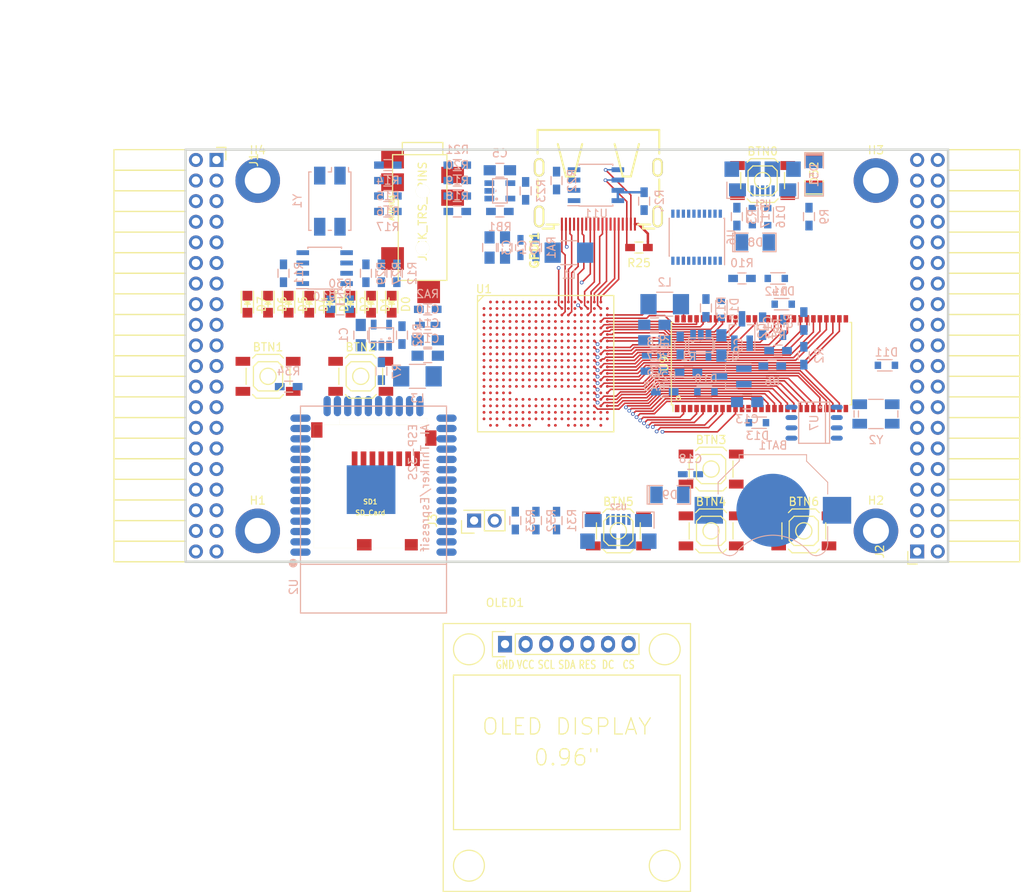
<source format=kicad_pcb>
(kicad_pcb (version 4) (host pcbnew 4.0.5+dfsg1-4)
  (layers (0 F.Cu signal) (1 In1.Cu signal) (2 In2.Cu signal) (31 B.Cu signal) (34 B.Paste user) (35 F.Paste user) (36 B.SilkS user) (37 F.SilkS user) (38 B.Mask user) (39 F.Mask user) (44 Edge.Cuts user))
  (net 0 "")
  (net 1 GND)
  (net 2 +5V)
  (net 3 /gpio/IN5V)
  (net 4 /gpio/OUT5V)
  (net 5 +3V3)
  (net 6 "Net-(L1-Pad1)")
  (net 7 "Net-(L2-Pad1)")
  (net 8 +1V2)
  (net 9 BTN_D)
  (net 10 BTN_F1)
  (net 11 BTN_F2)
  (net 12 BTN_L)
  (net 13 BTN_R)
  (net 14 BTN_U)
  (net 15 /power/FB1)
  (net 16 +2V5)
  (net 17 "Net-(L3-Pad1)")
  (net 18 /power/PWREN)
  (net 19 /power/FB3)
  (net 20 /power/FB2)
  (net 21 "Net-(D9-Pad1)")
  (net 22 /power/VBAT)
  (net 23 SD_3)
  (net 24 JTAG_TDI)
  (net 25 JTAG_TCK)
  (net 26 JTAG_TMS)
  (net 27 JTAG_TDO)
  (net 28 /power/WAKEUPn)
  (net 29 /power/WKUP)
  (net 30 /power/SHUT)
  (net 31 /power/WAKE)
  (net 32 /power/HOLD)
  (net 33 /power/WKn)
  (net 34 /power/OSCI_32k)
  (net 35 /power/OSCO_32k)
  (net 36 FTDI_nSUSPEND)
  (net 37 "Net-(Q2-Pad3)")
  (net 38 SHUTDOWN)
  (net 39 /analog/AUDIO_L)
  (net 40 /analog/AUDIO_R)
  (net 41 GPDI_5V_SCL)
  (net 42 GPDI_5V_SDA)
  (net 43 GPDI_SDA)
  (net 44 GPDI_SCL)
  (net 45 /gpdi/VREF2)
  (net 46 /blinkey/BTNPU)
  (net 47 SD_CMD)
  (net 48 SD_CLK)
  (net 49 SD_D0)
  (net 50 SD_D1)
  (net 51 USB5V)
  (net 52 "Net-(BTN0-Pad1)")
  (net 53 LED0)
  (net 54 LED1)
  (net 55 LED2)
  (net 56 LED3)
  (net 57 LED4)
  (net 58 LED5)
  (net 59 LED6)
  (net 60 LED7)
  (net 61 BTN_PWRn)
  (net 62 GPDI_CEC)
  (net 63 nRESET)
  (net 64 /usb/FT3V3)
  (net 65 FTDI_nDTR)
  (net 66 SDRAM_CKE)
  (net 67 SDRAM_A7)
  (net 68 SDRAM_D15)
  (net 69 SDRAM_BA1)
  (net 70 SDRAM_D7)
  (net 71 SDRAM_A6)
  (net 72 SDRAM_CLK)
  (net 73 SDRAM_D13)
  (net 74 SDRAM_BA0)
  (net 75 SDRAM_D6)
  (net 76 SDRAM_A5)
  (net 77 SDRAM_D14)
  (net 78 SDRAM_A11)
  (net 79 SDRAM_D12)
  (net 80 SDRAM_D5)
  (net 81 SDRAM_A4)
  (net 82 SDRAM_A10)
  (net 83 SDRAM_D11)
  (net 84 SDRAM_A3)
  (net 85 SDRAM_D4)
  (net 86 SDRAM_D10)
  (net 87 SDRAM_D9)
  (net 88 SDRAM_A9)
  (net 89 SDRAM_D3)
  (net 90 SDRAM_D8)
  (net 91 SDRAM_A8)
  (net 92 SDRAM_A2)
  (net 93 SDRAM_A1)
  (net 94 SDRAM_A0)
  (net 95 SDRAM_D2)
  (net 96 SDRAM_D1)
  (net 97 SDRAM_D0)
  (net 98 SDRAM_DQM0)
  (net 99 SDRAM_nCS)
  (net 100 SDRAM_nRAS)
  (net 101 SDRAM_DQM1)
  (net 102 SDRAM_nCAS)
  (net 103 SDRAM_nWE)
  (net 104 /flash/FLASH_nWP)
  (net 105 /flash/FLASH_nHOLD)
  (net 106 /flash/FLASH_MOSI)
  (net 107 /flash/FLASH_MISO)
  (net 108 /flash/FLASH_SCK)
  (net 109 /flash/FLASH_nCS)
  (net 110 /flash/FPGA_PROGRAMN)
  (net 111 /flash/FPGA_DONE)
  (net 112 /flash/FPGA_INITN)
  (net 113 OLED_MOSI)
  (net 114 OLED_RES)
  (net 115 OLED_DC)
  (net 116 OLED_CS)
  (net 117 AUDIO_L3)
  (net 118 AUDIO_L2)
  (net 119 AUDIO_L1)
  (net 120 AUDIO_L0)
  (net 121 AUDIO_R3)
  (net 122 AUDIO_R2)
  (net 123 AUDIO_R1)
  (net 124 AUDIO_R0)
  (net 125 WIFI_EN)
  (net 126 FTDI_nRTS)
  (net 127 WIFI_GPIO2)
  (net 128 FTDI_TXD)
  (net 129 FTDI_RXD)
  (net 130 WIFI_RXD)
  (net 131 WIFI_GPIO0)
  (net 132 FTDI_nCTS)
  (net 133 WIFI_TXD)
  (net 134 FTDI_nRI)
  (net 135 FTDI_nDCD)
  (net 136 WIFI_GPIO15)
  (net 137 /gpdi/CLK_25MHz)
  (net 138 GPDI_ETH-)
  (net 139 GPDI_ETH+)
  (net 140 GPDI_D2+)
  (net 141 GPDI_D2-)
  (net 142 GPDI_D1+)
  (net 143 GPDI_D1-)
  (net 144 GPDI_D0+)
  (net 145 GPDI_D0-)
  (net 146 GPDI_CLK+)
  (net 147 GPDI_CLK-)
  (net 148 /gpio/B11+)
  (net 149 /gpio/B11-)
  (net 150 /gpio/A10+)
  (net 151 /gpio/A10-)
  (net 152 /gpio/B10+)
  (net 153 /gpio/B10-)
  (net 154 /gpio/B9+)
  (net 155 /gpio/B9-)
  (net 156 /gpio/D9+)
  (net 157 /gpio/D9-)
  (net 158 /gpio/A7+)
  (net 159 /gpio/A7-)
  (net 160 /gpio/C8+)
  (net 161 /gpio/C8-)
  (net 162 /gpio/E8+)
  (net 163 /gpio/E8-)
  (net 164 /gpio/C6+)
  (net 165 /gpio/C6-)
  (net 166 /gpio/E7+)
  (net 167 /gpio/E7-)
  (net 168 /gpio/E6+)
  (net 169 /gpio/E6-)
  (net 170 /gpio/A6+)
  (net 171 /gpio/A6-)
  (net 172 /gpio/A19+)
  (net 173 /gpio/A19-)
  (net 174 /gpio/A18+)
  (net 175 /gpio/A18-)
  (net 176 /gpio/A17+)
  (net 177 /gpio/A17-)
  (net 178 /gpio/B17+)
  (net 179 /gpio/B17-)
  (net 180 /gpio/C16+)
  (net 181 /gpio/C16-)
  (net 182 /gpio/A16+)
  (net 183 /gpio/A16-)
  (net 184 /gpio/D15+)
  (net 185 /gpio/D15-)
  (net 186 /gpio/B15+)
  (net 187 /gpio/B15-)
  (net 188 /gpio/D14+)
  (net 189 /gpio/D14-)
  (net 190 /gpio/A14+)
  (net 191 /gpio/A14-)
  (net 192 /gpio/D13+)
  (net 193 /gpio/D13-)
  (net 194 /gpio/B13+)
  (net 195 /gpio/B13-)
  (net 196 /gpio/A12+)
  (net 197 /gpio/A12-)
  (net 198 /gpio/D12+)
  (net 199 /gpio/D12-)
  (net 200 /gpio/B12+)
  (net 201 /gpio/B12-)
  (net 202 /gpio/D11+)
  (net 203 /gpio/D11-)
  (net 204 OLED_CLK)
  (net 205 FTDI_nDSR)
  (net 206 USB_FPGA_D+)
  (net 207 USB_FPGA_D-)
  (net 208 USB_FTDI_D+)
  (net 209 USB_FTDI_D-)
  (module Keystone_3000_1x12mm-CoinCell:Keystone_3000_1x12mm-CoinCell (layer B.Cu) (at 166.49 105.87 180)
    (fp_text reference BAT1 (at 0 8 180) (layer B.SilkS) (effects (justify mirror)))
    (fp_text value CR1225)
    (pad 1 smd rect (at -7.9 0 180) (size 3.5 3.3) (layers B.Cu B.Paste B.Mask) (net 22 /power/VBAT))
    (pad 1 smd rect (at 7.9 0 180) (size 3.5 3.3) (layers B.Cu B.Paste B.Mask) (net 22 /power/VBAT))
    (pad 2 smd circle (at 0 0 180) (size 9 9) (layers B.Cu B.Mask) (net 1 GND))
  )
  (module SMD_Packages:SMD-1206_Pol (layer F.Cu) (at 171.57 64.341 90)
    (fp_text reference D52 (at 0 0 90) (layer F.SilkS))
    (fp_text value 2A)
    (pad 1 smd rect (at -1.651 0 90) (size 1.524 2.032) (layers F.Cu F.Paste F.Mask) (net 4 /gpio/OUT5V))
    (pad 2 smd rect (at 1.651 0 90) (size 1.524 2.032) (layers F.Cu F.Paste F.Mask) (net 2 +5V))
  )
  (module SMD_Packages:SMD-1206_Pol (layer B.Cu) (at 171.57 64.595 270)
    (fp_text reference D51 (at 0 0 270) (layer B.SilkS) (effects (justify mirror)))
    (fp_text value 2A)
    (pad 1 smd rect (at -1.651 0 270) (size 1.524 2.032) (layers B.Cu B.Paste B.Mask) (net 2 +5V))
    (pad 2 smd rect (at 1.651 0 270) (size 1.524 2.032) (layers B.Cu B.Paste B.Mask) (net 3 /gpio/IN5V))
  )
  (module micro-sd:MicroSD_TF02D (layer F.Cu) (at 116.87 110.52 180)
    (fp_text reference SD1 (at 0 5.7 180) (layer F.SilkS) (effects (font (size 0.59944 0.59944) (thickness 0.12446))))
    (fp_text value SD_Card (at 0 4.35 180) (layer F.SilkS) (effects (font (size 0.59944 0.59944) (thickness 0.12446))))
    (pad 1 smd rect (at 1.94 11 180) (size 0.7 1.8) (layers F.Cu F.Paste F.Mask) (net 23 SD_3))
    (pad 2 smd rect (at 0.84 11 180) (size 0.7 1.8) (layers F.Cu F.Paste F.Mask) (net 47 SD_CMD))
    (pad 3 smd rect (at -0.26 11 180) (size 0.7 1.8) (layers F.Cu F.Paste F.Mask) (net 1 GND))
    (pad 4 smd rect (at -1.36 11 180) (size 0.7 1.8) (layers F.Cu F.Paste F.Mask) (net 5 +3V3))
    (pad 5 smd rect (at -2.46 11 180) (size 0.7 1.8) (layers F.Cu F.Paste F.Mask) (net 48 SD_CLK))
    (pad 6 smd rect (at -3.56 11 180) (size 0.7 1.8) (layers F.Cu F.Paste F.Mask) (net 1 GND))
    (pad 7 smd rect (at -4.66 11 180) (size 0.7 1.8) (layers F.Cu F.Paste F.Mask) (net 49 SD_D0))
    (pad 8 smd rect (at -5.76 11 180) (size 0.7 1.8) (layers F.Cu F.Paste F.Mask) (net 50 SD_D1))
    (pad S smd rect (at -5.05 0.4 180) (size 1.6 1.4) (layers F.Cu F.Paste F.Mask))
    (pad S smd rect (at 0.75 0.4 180) (size 1.8 1.4) (layers F.Cu F.Paste F.Mask))
    (pad G smd rect (at -7.45 13.55 180) (size 1.4 1.9) (layers F.Cu F.Paste F.Mask))
    (pad G smd rect (at 6.6 14.55 180) (size 1.4 1.9) (layers F.Cu F.Paste F.Mask))
  )
  (module Resistors_SMD:R_1210_HandSoldering (layer B.Cu) (at 141.344 74.12)
    (fp_text reference L1 (at 0 2.7) (layer B.SilkS) (effects (justify mirror)))
    (fp_text value 2.2uH)
    (pad 1 smd rect (at -2 0) (size 2 2.5) (layers B.Cu B.Paste B.Mask) (net 6 "Net-(L1-Pad1)"))
    (pad 2 smd rect (at 2 0) (size 2 2.5) (layers B.Cu B.Paste B.Mask) (net 8 +1V2))
  )
  (module TSOT-25:TSOT-25 (layer B.Cu) (at 132.835 66.5 90)
    (fp_text reference U3 (at 0 -0.5 90) (layer B.SilkS) (effects (font (size 0.15 0.15) (thickness 0.0375)) (justify mirror)))
    (fp_text value AP3429A)
    (pad 1 smd rect (at -0.95 -1.3 90) (size 0.7 1.2) (layers B.Cu B.Paste B.Mask) (net 18 /power/PWREN))
    (pad 2 smd rect (at 0 -1.3 90) (size 0.7 1.2) (layers B.Cu B.Paste B.Mask) (net 1 GND))
    (pad 3 smd rect (at 0.95 -1.3 90) (size 0.7 1.2) (layers B.Cu B.Paste B.Mask) (net 6 "Net-(L1-Pad1)"))
    (pad 4 smd rect (at 0.95 1.3 90) (size 0.7 1.2) (layers B.Cu B.Paste B.Mask) (net 2 +5V))
    (pad 5 smd rect (at -0.95 1.3 90) (size 0.7 1.2) (layers B.Cu B.Paste B.Mask) (net 15 /power/FB1))
  )
  (module Resistors_SMD:R_1210_HandSoldering (layer B.Cu) (at 153.155 80.47 180)
    (fp_text reference L2 (at 0 2.7 180) (layer B.SilkS) (effects (justify mirror)))
    (fp_text value 2.2uH)
    (pad 1 smd rect (at -2 0 180) (size 2 2.5) (layers B.Cu B.Paste B.Mask) (net 7 "Net-(L2-Pad1)"))
    (pad 2 smd rect (at 2 0 180) (size 2 2.5) (layers B.Cu B.Paste B.Mask) (net 5 +3V3))
  )
  (module TSOT-25:TSOT-25 (layer B.Cu) (at 157.6 85.52)
    (fp_text reference U4 (at 0 -0.5) (layer B.SilkS) (effects (font (size 0.15 0.15) (thickness 0.0375)) (justify mirror)))
    (fp_text value AP3429A)
    (pad 1 smd rect (at -0.95 -1.3) (size 0.7 1.2) (layers B.Cu B.Paste B.Mask) (net 18 /power/PWREN))
    (pad 2 smd rect (at 0 -1.3) (size 0.7 1.2) (layers B.Cu B.Paste B.Mask) (net 1 GND))
    (pad 3 smd rect (at 0.95 -1.3) (size 0.7 1.2) (layers B.Cu B.Paste B.Mask) (net 7 "Net-(L2-Pad1)"))
    (pad 4 smd rect (at 0.95 1.3) (size 0.7 1.2) (layers B.Cu B.Paste B.Mask) (net 2 +5V))
    (pad 5 smd rect (at -0.95 1.3) (size 0.7 1.2) (layers B.Cu B.Paste B.Mask) (net 19 /power/FB3))
  )
  (module Buttons_Switches_SMD:SW_SPST_SKQG (layer F.Cu) (at 104.26 89.36)
    (fp_text reference BTN1 (at 0 -3.6) (layer F.SilkS))
    (fp_text value FIRE1)
    (pad 1 smd rect (at -3.1 -1.85) (size 1.8 1.1) (layers F.Cu F.Paste F.Mask) (net 46 /blinkey/BTNPU))
    (pad 1 smd rect (at 3.1 -1.85) (size 1.8 1.1) (layers F.Cu F.Paste F.Mask) (net 46 /blinkey/BTNPU))
    (pad 2 smd rect (at -3.1 1.85) (size 1.8 1.1) (layers F.Cu F.Paste F.Mask) (net 10 BTN_F1))
    (pad 2 smd rect (at 3.1 1.85) (size 1.8 1.1) (layers F.Cu F.Paste F.Mask) (net 10 BTN_F1))
  )
  (module Buttons_Switches_SMD:SW_SPST_SKQG (layer F.Cu) (at 115.69 89.36)
    (fp_text reference BTN2 (at 0 -3.6) (layer F.SilkS))
    (fp_text value FIRE2)
    (pad 1 smd rect (at -3.1 -1.85) (size 1.8 1.1) (layers F.Cu F.Paste F.Mask) (net 46 /blinkey/BTNPU))
    (pad 1 smd rect (at 3.1 -1.85) (size 1.8 1.1) (layers F.Cu F.Paste F.Mask) (net 46 /blinkey/BTNPU))
    (pad 2 smd rect (at -3.1 1.85) (size 1.8 1.1) (layers F.Cu F.Paste F.Mask) (net 11 BTN_F2))
    (pad 2 smd rect (at 3.1 1.85) (size 1.8 1.1) (layers F.Cu F.Paste F.Mask) (net 11 BTN_F2))
  )
  (module Buttons_Switches_SMD:SW_SPST_SKQG (layer F.Cu) (at 158.87 100.79)
    (fp_text reference BTN3 (at 0 -3.6) (layer F.SilkS))
    (fp_text value UP)
    (pad 1 smd rect (at -3.1 -1.85) (size 1.8 1.1) (layers F.Cu F.Paste F.Mask) (net 46 /blinkey/BTNPU))
    (pad 1 smd rect (at 3.1 -1.85) (size 1.8 1.1) (layers F.Cu F.Paste F.Mask) (net 46 /blinkey/BTNPU))
    (pad 2 smd rect (at -3.1 1.85) (size 1.8 1.1) (layers F.Cu F.Paste F.Mask) (net 14 BTN_U))
    (pad 2 smd rect (at 3.1 1.85) (size 1.8 1.1) (layers F.Cu F.Paste F.Mask) (net 14 BTN_U))
  )
  (module Buttons_Switches_SMD:SW_SPST_SKQG (layer F.Cu) (at 158.87 108.41)
    (fp_text reference BTN4 (at 0 -3.6) (layer F.SilkS))
    (fp_text value DOWN)
    (pad 1 smd rect (at -3.1 -1.85) (size 1.8 1.1) (layers F.Cu F.Paste F.Mask) (net 46 /blinkey/BTNPU))
    (pad 1 smd rect (at 3.1 -1.85) (size 1.8 1.1) (layers F.Cu F.Paste F.Mask) (net 46 /blinkey/BTNPU))
    (pad 2 smd rect (at -3.1 1.85) (size 1.8 1.1) (layers F.Cu F.Paste F.Mask) (net 9 BTN_D))
    (pad 2 smd rect (at 3.1 1.85) (size 1.8 1.1) (layers F.Cu F.Paste F.Mask) (net 9 BTN_D))
  )
  (module Buttons_Switches_SMD:SW_SPST_SKQG (layer F.Cu) (at 147.44 108.41)
    (fp_text reference BTN5 (at 0 -3.6) (layer F.SilkS))
    (fp_text value LEFT)
    (pad 1 smd rect (at -3.1 -1.85) (size 1.8 1.1) (layers F.Cu F.Paste F.Mask) (net 46 /blinkey/BTNPU))
    (pad 1 smd rect (at 3.1 -1.85) (size 1.8 1.1) (layers F.Cu F.Paste F.Mask) (net 46 /blinkey/BTNPU))
    (pad 2 smd rect (at -3.1 1.85) (size 1.8 1.1) (layers F.Cu F.Paste F.Mask) (net 12 BTN_L))
    (pad 2 smd rect (at 3.1 1.85) (size 1.8 1.1) (layers F.Cu F.Paste F.Mask) (net 12 BTN_L))
  )
  (module Buttons_Switches_SMD:SW_SPST_SKQG (layer F.Cu) (at 170.3 108.41)
    (fp_text reference BTN6 (at 0 -3.6) (layer F.SilkS))
    (fp_text value RIGHT)
    (pad 1 smd rect (at -3.1 -1.85) (size 1.8 1.1) (layers F.Cu F.Paste F.Mask) (net 46 /blinkey/BTNPU))
    (pad 1 smd rect (at 3.1 -1.85) (size 1.8 1.1) (layers F.Cu F.Paste F.Mask) (net 46 /blinkey/BTNPU))
    (pad 2 smd rect (at -3.1 1.85) (size 1.8 1.1) (layers F.Cu F.Paste F.Mask) (net 13 BTN_R))
    (pad 2 smd rect (at 3.1 1.85) (size 1.8 1.1) (layers F.Cu F.Paste F.Mask) (net 13 BTN_R))
  )
  (module LEDs:LED_0805 (layer F.Cu) (at 119.5 80.47 270)
    (fp_text reference D0 (at 0 -1.75 270) (layer F.SilkS))
    (fp_text value LED)
    (pad 2 smd rect (at 1.04902 0 90) (size 1.19888 1.19888) (layers F.Cu F.Paste F.Mask) (net 53 LED0))
    (pad 1 smd rect (at -1.04902 0 90) (size 1.19888 1.19888) (layers F.Cu F.Paste F.Mask) (net 1 GND))
  )
  (module LEDs:LED_0805 (layer F.Cu) (at 116.96 80.47 270)
    (fp_text reference D1 (at 0 -1.75 270) (layer F.SilkS))
    (fp_text value LED)
    (pad 2 smd rect (at 1.04902 0 90) (size 1.19888 1.19888) (layers F.Cu F.Paste F.Mask) (net 54 LED1))
    (pad 1 smd rect (at -1.04902 0 90) (size 1.19888 1.19888) (layers F.Cu F.Paste F.Mask) (net 1 GND))
  )
  (module LEDs:LED_0805 (layer F.Cu) (at 114.42 80.47 270)
    (fp_text reference D2 (at 0 -1.75 270) (layer F.SilkS))
    (fp_text value LED)
    (pad 2 smd rect (at 1.04902 0 90) (size 1.19888 1.19888) (layers F.Cu F.Paste F.Mask) (net 55 LED2))
    (pad 1 smd rect (at -1.04902 0 90) (size 1.19888 1.19888) (layers F.Cu F.Paste F.Mask) (net 1 GND))
  )
  (module LEDs:LED_0805 (layer F.Cu) (at 111.88 80.47 270)
    (fp_text reference D3 (at 0 -1.75 270) (layer F.SilkS))
    (fp_text value LED)
    (pad 2 smd rect (at 1.04902 0 90) (size 1.19888 1.19888) (layers F.Cu F.Paste F.Mask) (net 56 LED3))
    (pad 1 smd rect (at -1.04902 0 90) (size 1.19888 1.19888) (layers F.Cu F.Paste F.Mask) (net 1 GND))
  )
  (module LEDs:LED_0805 (layer F.Cu) (at 109.34 80.47 270)
    (fp_text reference D4 (at 0 -1.75 270) (layer F.SilkS))
    (fp_text value LED)
    (pad 2 smd rect (at 1.04902 0 90) (size 1.19888 1.19888) (layers F.Cu F.Paste F.Mask) (net 57 LED4))
    (pad 1 smd rect (at -1.04902 0 90) (size 1.19888 1.19888) (layers F.Cu F.Paste F.Mask) (net 1 GND))
  )
  (module LEDs:LED_0805 (layer F.Cu) (at 106.8 80.47 270)
    (fp_text reference D5 (at 0 -1.75 270) (layer F.SilkS))
    (fp_text value LED)
    (pad 2 smd rect (at 1.04902 0 90) (size 1.19888 1.19888) (layers F.Cu F.Paste F.Mask) (net 58 LED5))
    (pad 1 smd rect (at -1.04902 0 90) (size 1.19888 1.19888) (layers F.Cu F.Paste F.Mask) (net 1 GND))
  )
  (module LEDs:LED_0805 (layer F.Cu) (at 104.26 80.47 270)
    (fp_text reference D6 (at 0 -1.75 270) (layer F.SilkS))
    (fp_text value LED)
    (pad 2 smd rect (at 1.04902 0 90) (size 1.19888 1.19888) (layers F.Cu F.Paste F.Mask) (net 59 LED6))
    (pad 1 smd rect (at -1.04902 0 90) (size 1.19888 1.19888) (layers F.Cu F.Paste F.Mask) (net 1 GND))
  )
  (module LEDs:LED_0805 (layer F.Cu) (at 101.72 80.47 270)
    (fp_text reference D7 (at 0 -1.75 270) (layer F.SilkS))
    (fp_text value LED)
    (pad 2 smd rect (at 1.04902 0 90) (size 1.19888 1.19888) (layers F.Cu F.Paste F.Mask) (net 60 LED7))
    (pad 1 smd rect (at -1.04902 0 90) (size 1.19888 1.19888) (layers F.Cu F.Paste F.Mask) (net 1 GND))
  )
  (module Resistors_SMD:R_1210_HandSoldering (layer B.Cu) (at 122.675 89.36)
    (fp_text reference L3 (at 0 2.7) (layer B.SilkS) (effects (justify mirror)))
    (fp_text value 2.2uH)
    (pad 1 smd rect (at -2 0) (size 2 2.5) (layers B.Cu B.Paste B.Mask) (net 17 "Net-(L3-Pad1)"))
    (pad 2 smd rect (at 2 0) (size 2 2.5) (layers B.Cu B.Paste B.Mask) (net 16 +2V5))
  )
  (module TSOT-25:TSOT-25 (layer B.Cu) (at 118.23 84.28 180)
    (fp_text reference U5 (at 0 -0.5 180) (layer B.SilkS) (effects (font (size 0.15 0.15) (thickness 0.0375)) (justify mirror)))
    (fp_text value AP3429A)
    (pad 1 smd rect (at -0.95 -1.3 180) (size 0.7 1.2) (layers B.Cu B.Paste B.Mask) (net 18 /power/PWREN))
    (pad 2 smd rect (at 0 -1.3 180) (size 0.7 1.2) (layers B.Cu B.Paste B.Mask) (net 1 GND))
    (pad 3 smd rect (at 0.95 -1.3 180) (size 0.7 1.2) (layers B.Cu B.Paste B.Mask) (net 17 "Net-(L3-Pad1)"))
    (pad 4 smd rect (at 0.95 1.3 180) (size 0.7 1.2) (layers B.Cu B.Paste B.Mask) (net 2 +5V))
    (pad 5 smd rect (at -0.95 1.3 180) (size 0.7 1.2) (layers B.Cu B.Paste B.Mask) (net 20 /power/FB2))
  )
  (module Capacitors_SMD:C_0805_HandSoldering (layer B.Cu) (at 115.69 84.28 270)
    (fp_text reference C1 (at 0 2.1 270) (layer B.SilkS) (effects (justify mirror)))
    (fp_text value 22uF)
    (pad 1 smd rect (at -1.25 0 270) (size 1.5 1.25) (layers B.Cu B.Paste B.Mask) (net 2 +5V))
    (pad 2 smd rect (at 1.25 0 270) (size 1.5 1.25) (layers B.Cu B.Paste B.Mask) (net 1 GND))
  )
  (module Capacitors_SMD:C_0805_HandSoldering (layer B.Cu) (at 131.565 73.485 90)
    (fp_text reference C3 (at 0 2.1 90) (layer B.SilkS) (effects (justify mirror)))
    (fp_text value 22uF)
    (pad 1 smd rect (at -1.25 0 90) (size 1.5 1.25) (layers B.Cu B.Paste B.Mask) (net 8 +1V2))
    (pad 2 smd rect (at 1.25 0 90) (size 1.5 1.25) (layers B.Cu B.Paste B.Mask) (net 1 GND))
  )
  (module Capacitors_SMD:C_0805_HandSoldering (layer B.Cu) (at 133.47 73.485 90)
    (fp_text reference C4 (at 0 2.1 90) (layer B.SilkS) (effects (justify mirror)))
    (fp_text value 22uF)
    (pad 1 smd rect (at -1.25 0 90) (size 1.5 1.25) (layers B.Cu B.Paste B.Mask) (net 8 +1V2))
    (pad 2 smd rect (at 1.25 0 90) (size 1.5 1.25) (layers B.Cu B.Paste B.Mask) (net 1 GND))
  )
  (module Capacitors_SMD:C_0805_HandSoldering (layer B.Cu) (at 132.835 63.96 180)
    (fp_text reference C5 (at 0 2.1 180) (layer B.SilkS) (effects (justify mirror)))
    (fp_text value 22uF)
    (pad 1 smd rect (at -1.25 0 180) (size 1.5 1.25) (layers B.Cu B.Paste B.Mask) (net 2 +5V))
    (pad 2 smd rect (at 1.25 0 180) (size 1.5 1.25) (layers B.Cu B.Paste B.Mask) (net 1 GND))
  )
  (module Capacitors_SMD:C_0805_HandSoldering (layer B.Cu) (at 151.885 84.915)
    (fp_text reference C7 (at 0 2.1) (layer B.SilkS) (effects (justify mirror)))
    (fp_text value 22uF)
    (pad 1 smd rect (at -1.25 0) (size 1.5 1.25) (layers B.Cu B.Paste B.Mask) (net 5 +3V3))
    (pad 2 smd rect (at 1.25 0) (size 1.5 1.25) (layers B.Cu B.Paste B.Mask) (net 1 GND))
  )
  (module Capacitors_SMD:C_0805_HandSoldering (layer B.Cu) (at 151.885 83.01)
    (fp_text reference C8 (at 0 2.1) (layer B.SilkS) (effects (justify mirror)))
    (fp_text value 22uF)
    (pad 1 smd rect (at -1.25 0) (size 1.5 1.25) (layers B.Cu B.Paste B.Mask) (net 5 +3V3))
    (pad 2 smd rect (at 1.25 0) (size 1.5 1.25) (layers B.Cu B.Paste B.Mask) (net 1 GND))
  )
  (module Capacitors_SMD:C_0805_HandSoldering (layer B.Cu) (at 160.14 85.55 90)
    (fp_text reference C9 (at 0 2.1 90) (layer B.SilkS) (effects (justify mirror)))
    (fp_text value 22uF)
    (pad 1 smd rect (at -1.25 0 90) (size 1.5 1.25) (layers B.Cu B.Paste B.Mask) (net 2 +5V))
    (pad 2 smd rect (at 1.25 0 90) (size 1.5 1.25) (layers B.Cu B.Paste B.Mask) (net 1 GND))
  )
  (module Capacitors_SMD:C_0805_HandSoldering (layer B.Cu) (at 123.945 84.915 180)
    (fp_text reference C11 (at 0 2.1 180) (layer B.SilkS) (effects (justify mirror)))
    (fp_text value 22uF)
    (pad 1 smd rect (at -1.25 0 180) (size 1.5 1.25) (layers B.Cu B.Paste B.Mask) (net 16 +2V5))
    (pad 2 smd rect (at 1.25 0 180) (size 1.5 1.25) (layers B.Cu B.Paste B.Mask) (net 1 GND))
  )
  (module Capacitors_SMD:C_0805_HandSoldering (layer B.Cu) (at 123.945 86.82 180)
    (fp_text reference C12 (at 0 2.1 180) (layer B.SilkS) (effects (justify mirror)))
    (fp_text value 22uF)
    (pad 1 smd rect (at -1.25 0 180) (size 1.5 1.25) (layers B.Cu B.Paste B.Mask) (net 16 +2V5))
    (pad 2 smd rect (at 1.25 0 180) (size 1.5 1.25) (layers B.Cu B.Paste B.Mask) (net 1 GND))
  )
  (module SMD_Packages:SMD-1206_Pol (layer B.Cu) (at 164.331 72.85)
    (fp_text reference D8 (at 0 0) (layer B.SilkS) (effects (justify mirror)))
    (fp_text value 2A)
    (pad 1 smd rect (at -1.651 0) (size 1.524 2.032) (layers B.Cu B.Paste B.Mask) (net 2 +5V))
    (pad 2 smd rect (at 1.651 0) (size 1.524 2.032) (layers B.Cu B.Paste B.Mask) (net 51 USB5V))
  )
  (module SMD_Packages:SMD-1206_Pol (layer B.Cu) (at 153.79 103.965)
    (fp_text reference D9 (at 0 0) (layer B.SilkS) (effects (justify mirror)))
    (fp_text value 2A)
    (pad 1 smd rect (at -1.651 0) (size 1.524 2.032) (layers B.Cu B.Paste B.Mask) (net 21 "Net-(D9-Pad1)"))
    (pad 2 smd rect (at 1.651 0) (size 1.524 2.032) (layers B.Cu B.Paste B.Mask) (net 2 +5V))
  )
  (module Power_Integrations:SO-8 (layer B.Cu) (at 171.57 95.075 270)
    (fp_text reference U7 (at 0 0 270) (layer B.SilkS) (effects (justify mirror)))
    (fp_text value PCF8523)
    (pad 1 smd oval (at -1.905 -2.794 270) (size 0.6096 1.4732) (layers B.Cu B.Paste B.Mask) (net 34 /power/OSCI_32k))
    (pad 2 smd oval (at -0.635 -2.794 270) (size 0.6096 1.4732) (layers B.Cu B.Paste B.Mask) (net 35 /power/OSCO_32k))
    (pad 3 smd oval (at 0.635 -2.794 270) (size 0.6096 1.4732) (layers B.Cu B.Paste B.Mask) (net 22 /power/VBAT))
    (pad 4 smd oval (at 1.905 -2.794 270) (size 0.6096 1.4732) (layers B.Cu B.Paste B.Mask) (net 1 GND))
    (pad 5 smd oval (at 1.905 2.794 270) (size 0.6096 1.4732) (layers B.Cu B.Paste B.Mask))
    (pad 6 smd oval (at 0.635 2.794 270) (size 0.6096 1.4732) (layers B.Cu B.Paste B.Mask))
    (pad 7 smd oval (at -0.635 2.794 270) (size 0.6096 1.4732) (layers B.Cu B.Paste B.Mask) (net 28 /power/WAKEUPn))
    (pad 8 smd oval (at -1.905 2.794 270) (size 0.6096 1.4732) (layers B.Cu B.Paste B.Mask) (net 16 +2V5))
  )
  (module Capacitors_SMD:C_0805_HandSoldering (layer B.Cu) (at 163.315 92.535)
    (fp_text reference C13 (at 0 2.1) (layer B.SilkS) (effects (justify mirror)))
    (fp_text value 2.2uF)
    (pad 1 smd rect (at -1.25 0) (size 1.5 1.25) (layers B.Cu B.Paste B.Mask) (net 2 +5V))
    (pad 2 smd rect (at 1.25 0) (size 1.5 1.25) (layers B.Cu B.Paste B.Mask) (net 29 /power/WKUP))
  )
  (module Diodes_SMD:D_0805 (layer B.Cu) (at 158.235 91.265)
    (fp_text reference D10 (at 0 -1.6) (layer B.SilkS) (effects (justify mirror)))
    (fp_text value 1N4148)
    (pad 1 smd rect (at -1.05 0) (size 0.8 0.9) (layers B.Cu B.Paste B.Mask) (net 31 /power/WAKE))
    (pad 2 smd rect (at 1.05 0) (size 0.8 0.9) (layers B.Cu B.Paste B.Mask) (net 29 /power/WKUP))
  )
  (module Diodes_SMD:D_0805 (layer B.Cu) (at 180.48 88)
    (fp_text reference D11 (at 0 -1.6) (layer B.SilkS) (effects (justify mirror)))
    (fp_text value 1N4148)
    (pad 1 smd rect (at -1.05 0) (size 0.8 0.9) (layers B.Cu B.Paste B.Mask) (net 32 /power/HOLD))
    (pad 2 smd rect (at 1.05 0) (size 0.8 0.9) (layers B.Cu B.Paste B.Mask) (net 5 +3V3))
  )
  (module Diodes_SMD:D_0805 (layer B.Cu) (at 160.14 81.105 270)
    (fp_text reference D15 (at 0 -1.6 270) (layer B.SilkS) (effects (justify mirror)))
    (fp_text value BAT42)
    (pad 1 smd rect (at -1.05 0 270) (size 0.8 0.9) (layers B.Cu B.Paste B.Mask) (net 30 /power/SHUT))
    (pad 2 smd rect (at 1.05 0 270) (size 0.8 0.9) (layers B.Cu B.Paste B.Mask) (net 38 SHUTDOWN))
  )
  (module Diodes_SMD:D_0805 (layer B.Cu) (at 166.905 77.295 180)
    (fp_text reference D12 (at 0 -1.6 180) (layer B.SilkS) (effects (justify mirror)))
    (fp_text value 1N4148)
    (pad 1 smd rect (at -1.05 0 180) (size 0.8 0.9) (layers B.Cu B.Paste B.Mask) (net 18 /power/PWREN))
    (pad 2 smd rect (at 1.05 0 180) (size 0.8 0.9) (layers B.Cu B.Paste B.Mask) (net 36 FTDI_nSUSPEND))
  )
  (module usb_otg:USB-MICRO-B-FCI-10118192-0001LF (layer B.Cu) (at 165.22 63.825)
    (fp_text reference US1 (at 0 4.2) (layer B.SilkS) (effects (font (size 0.7 0.7)) (justify mirror)))
    (fp_text value USB_FTDI hide)
    (pad 6 smd rect (at -3.1 2.55) (size 2.1 1.6) (layers B.Cu B.Paste B.Mask) (net 1 GND))
    (pad 6 smd rect (at 3.1 2.55) (size 2.1 1.6) (layers B.Cu B.Paste B.Mask) (net 1 GND))
    (pad "" smd rect (at -1.2 0) (size 1.9 1.9) (layers B.Cu B.Paste B.Mask))
    (pad "" smd rect (at 1.2 0) (size 1.9 1.9) (layers B.Cu B.Paste B.Mask))
    (pad 1 smd rect (at -1.3 2.675) (size 0.4 1.35) (layers B.Cu B.Paste B.Mask) (net 51 USB5V))
    (pad 2 smd rect (at -0.65 2.675) (size 0.4 1.35) (layers B.Cu B.Paste B.Mask) (net 209 USB_FTDI_D-))
    (pad 3 smd rect (at 0 2.675) (size 0.4 1.35) (layers B.Cu B.Paste B.Mask) (net 208 USB_FTDI_D+))
    (pad 4 smd rect (at 0.65 2.675) (size 0.4 1.35) (layers B.Cu B.Paste B.Mask))
    (pad 5 smd rect (at 1.3 2.675) (size 0.4 1.35) (layers B.Cu B.Paste B.Mask) (net 1 GND))
    (pad "" smd rect (at -3.8 0) (size 1.8 1.9) (layers B.Cu B.Paste B.Mask))
    (pad "" smd rect (at 3.8 0) (size 1.8 1.9) (layers B.Cu B.Paste B.Mask))
  )
  (module usb_otg:USB-MICRO-B-FCI-10118192-0001LF (layer B.Cu) (at 147.44 109.68 180)
    (fp_text reference US2 (at 0 4.2 180) (layer B.SilkS) (effects (font (size 0.7 0.7)) (justify mirror)))
    (fp_text value USB_FPGA hide)
    (pad 6 smd rect (at -3.1 2.55 180) (size 2.1 1.6) (layers B.Cu B.Paste B.Mask) (net 1 GND))
    (pad 6 smd rect (at 3.1 2.55 180) (size 2.1 1.6) (layers B.Cu B.Paste B.Mask) (net 1 GND))
    (pad "" smd rect (at -1.2 0 180) (size 1.9 1.9) (layers B.Cu B.Paste B.Mask))
    (pad "" smd rect (at 1.2 0 180) (size 1.9 1.9) (layers B.Cu B.Paste B.Mask))
    (pad 1 smd rect (at -1.3 2.675 180) (size 0.4 1.35) (layers B.Cu B.Paste B.Mask) (net 21 "Net-(D9-Pad1)"))
    (pad 2 smd rect (at -0.65 2.675 180) (size 0.4 1.35) (layers B.Cu B.Paste B.Mask) (net 207 USB_FPGA_D-))
    (pad 3 smd rect (at 0 2.675 180) (size 0.4 1.35) (layers B.Cu B.Paste B.Mask) (net 206 USB_FPGA_D+))
    (pad 4 smd rect (at 0.65 2.675 180) (size 0.4 1.35) (layers B.Cu B.Paste B.Mask))
    (pad 5 smd rect (at 1.3 2.675 180) (size 0.4 1.35) (layers B.Cu B.Paste B.Mask) (net 1 GND))
    (pad "" smd rect (at -3.8 0 180) (size 1.8 1.9) (layers B.Cu B.Paste B.Mask))
    (pad "" smd rect (at 3.8 0 180) (size 1.8 1.9) (layers B.Cu B.Paste B.Mask))
  )
  (module audio-jack:CUI_SJ-43516-SMT (layer F.Cu) (at 123.31 69.04 270)
    (fp_text reference AUDIO1 (at -0.5 3.8 270) (layer F.SilkS) (effects (font (size 0.6096 0.6096) (thickness 0.1524))))
    (fp_text value JACK_TRS_6PINS (at 0 0 270) (layer F.SilkS))
    (pad 1 smd rect (at -6.4 3.7 270) (size 2.2 2.8) (layers F.Cu F.Paste F.Mask) (net 39 /analog/AUDIO_L))
    (pad 4 smd rect (at -3.6 3.7 270) (size 2.2 2.8) (layers F.Cu F.Paste F.Mask))
    (pad 2 smd rect (at 5.8 3.7 270) (size 2.8 2.8) (layers F.Cu F.Paste F.Mask) (net 1 GND))
    (pad 5 smd rect (at 9.9 -0.75 270) (size 2.8 2.8) (layers F.Cu F.Paste F.Mask))
    (pad 3 smd rect (at -1.7 -3.7 270) (size 2 2.8) (layers F.Cu F.Paste F.Mask) (net 40 /analog/AUDIO_R))
    (pad 6 smd rect (at -4.5 -3.7 270) (size 2 2.8) (layers F.Cu F.Paste F.Mask))
    (pad "" np_thru_hole circle (at -2.5 0 270) (size 1.7 1.7) (drill 1.7) (layers *.Cu *.Mask F.SilkS) (clearance 0.4))
    (pad "" np_thru_hole circle (at 4.5 0 270) (size 1.7 1.7) (drill 1.7) (layers *.Cu *.Mask F.SilkS) (clearance 0.4))
  )
  (module TSOP54:TSOP54 (layer F.Cu) (at 165.08 87.8 90)
    (fp_text reference U9 (at 0 -12 90) (layer F.SilkS))
    (fp_text value MT48LC16M16A2TG)
    (pad 28 smd rect (at 5.53 10.4 90) (size 0.9 0.56) (layers F.Cu F.Paste F.Mask) (net 1 GND))
    (pad 1 smd rect (at -5.53 -10.4 90) (size 0.9 0.56) (layers F.Cu F.Paste F.Mask) (net 5 +3V3))
    (pad 2 smd rect (at -5.53 -9.6 90) (size 0.9 0.56) (layers F.Cu F.Paste F.Mask) (net 97 SDRAM_D0))
    (pad 3 smd rect (at -5.53 -8.8 90) (size 0.9 0.56) (layers F.Cu F.Paste F.Mask) (net 5 +3V3))
    (pad 4 smd rect (at -5.53 -8 90) (size 0.9 0.56) (layers F.Cu F.Paste F.Mask) (net 96 SDRAM_D1))
    (pad 5 smd rect (at -5.53 -7.2 90) (size 0.9 0.56) (layers F.Cu F.Paste F.Mask) (net 95 SDRAM_D2))
    (pad 6 smd rect (at -5.53 -6.4 90) (size 0.9 0.56) (layers F.Cu F.Paste F.Mask) (net 1 GND))
    (pad 7 smd rect (at -5.53 -5.6 90) (size 0.9 0.56) (layers F.Cu F.Paste F.Mask) (net 89 SDRAM_D3))
    (pad 8 smd rect (at -5.53 -4.8 90) (size 0.9 0.56) (layers F.Cu F.Paste F.Mask) (net 85 SDRAM_D4))
    (pad 9 smd rect (at -5.53 -4 90) (size 0.9 0.56) (layers F.Cu F.Paste F.Mask) (net 5 +3V3))
    (pad 10 smd rect (at -5.53 -3.2 90) (size 0.9 0.56) (layers F.Cu F.Paste F.Mask) (net 80 SDRAM_D5))
    (pad 11 smd rect (at -5.53 -2.4 90) (size 0.9 0.56) (layers F.Cu F.Paste F.Mask) (net 75 SDRAM_D6))
    (pad 12 smd rect (at -5.53 -1.6 90) (size 0.9 0.56) (layers F.Cu F.Paste F.Mask) (net 1 GND))
    (pad 13 smd rect (at -5.53 -0.8 90) (size 0.9 0.56) (layers F.Cu F.Paste F.Mask) (net 70 SDRAM_D7))
    (pad 14 smd rect (at -5.53 0 90) (size 0.9 0.56) (layers F.Cu F.Paste F.Mask) (net 5 +3V3))
    (pad 15 smd rect (at -5.53 0.8 90) (size 0.9 0.56) (layers F.Cu F.Paste F.Mask) (net 98 SDRAM_DQM0))
    (pad 16 smd rect (at -5.53 1.6 90) (size 0.9 0.56) (layers F.Cu F.Paste F.Mask) (net 103 SDRAM_nWE))
    (pad 17 smd rect (at -5.53 2.4 90) (size 0.9 0.56) (layers F.Cu F.Paste F.Mask) (net 102 SDRAM_nCAS))
    (pad 18 smd rect (at -5.53 3.2 90) (size 0.9 0.56) (layers F.Cu F.Paste F.Mask) (net 100 SDRAM_nRAS))
    (pad 19 smd rect (at -5.53 4 90) (size 0.9 0.56) (layers F.Cu F.Paste F.Mask) (net 99 SDRAM_nCS))
    (pad 20 smd rect (at -5.53 4.8 90) (size 0.9 0.56) (layers F.Cu F.Paste F.Mask) (net 74 SDRAM_BA0))
    (pad 21 smd rect (at -5.53 5.6 90) (size 0.9 0.56) (layers F.Cu F.Paste F.Mask) (net 69 SDRAM_BA1))
    (pad 22 smd rect (at -5.53 6.4 90) (size 0.9 0.56) (layers F.Cu F.Paste F.Mask) (net 82 SDRAM_A10))
    (pad 23 smd rect (at -5.53 7.2 90) (size 0.9 0.56) (layers F.Cu F.Paste F.Mask) (net 94 SDRAM_A0))
    (pad 24 smd rect (at -5.53 8 90) (size 0.9 0.56) (layers F.Cu F.Paste F.Mask) (net 93 SDRAM_A1))
    (pad 25 smd rect (at -5.53 8.8 90) (size 0.9 0.56) (layers F.Cu F.Paste F.Mask) (net 92 SDRAM_A2))
    (pad 26 smd rect (at -5.53 9.6 90) (size 0.9 0.56) (layers F.Cu F.Paste F.Mask) (net 84 SDRAM_A3))
    (pad 27 smd rect (at -5.53 10.4 90) (size 0.9 0.56) (layers F.Cu F.Paste F.Mask) (net 5 +3V3))
    (pad 29 smd rect (at 5.53 9.6 90) (size 0.9 0.56) (layers F.Cu F.Paste F.Mask) (net 81 SDRAM_A4))
    (pad 30 smd rect (at 5.53 8.8 90) (size 0.9 0.56) (layers F.Cu F.Paste F.Mask) (net 76 SDRAM_A5))
    (pad 31 smd rect (at 5.53 8 90) (size 0.9 0.56) (layers F.Cu F.Paste F.Mask) (net 71 SDRAM_A6))
    (pad 32 smd rect (at 5.53 7.2 90) (size 0.9 0.56) (layers F.Cu F.Paste F.Mask) (net 67 SDRAM_A7))
    (pad 33 smd rect (at 5.53 6.4 90) (size 0.9 0.56) (layers F.Cu F.Paste F.Mask) (net 91 SDRAM_A8))
    (pad 34 smd rect (at 5.53 5.6 90) (size 0.9 0.56) (layers F.Cu F.Paste F.Mask) (net 88 SDRAM_A9))
    (pad 35 smd rect (at 5.53 4.8 90) (size 0.9 0.56) (layers F.Cu F.Paste F.Mask) (net 78 SDRAM_A11))
    (pad 36 smd rect (at 5.53 4 90) (size 0.9 0.56) (layers F.Cu F.Paste F.Mask))
    (pad 37 smd rect (at 5.53 3.2 90) (size 0.9 0.56) (layers F.Cu F.Paste F.Mask) (net 66 SDRAM_CKE))
    (pad 38 smd rect (at 5.53 2.4 90) (size 0.9 0.56) (layers F.Cu F.Paste F.Mask) (net 72 SDRAM_CLK))
    (pad 39 smd rect (at 5.53 1.6 90) (size 0.9 0.56) (layers F.Cu F.Paste F.Mask) (net 101 SDRAM_DQM1))
    (pad 40 smd rect (at 5.53 0.8 90) (size 0.9 0.56) (layers F.Cu F.Paste F.Mask))
    (pad 41 smd rect (at 5.53 0 90) (size 0.9 0.56) (layers F.Cu F.Paste F.Mask) (net 1 GND))
    (pad 42 smd rect (at 5.53 -0.8 90) (size 0.9 0.56) (layers F.Cu F.Paste F.Mask) (net 90 SDRAM_D8))
    (pad 43 smd rect (at 5.53 -1.6 90) (size 0.9 0.56) (layers F.Cu F.Paste F.Mask) (net 5 +3V3))
    (pad 44 smd rect (at 5.53 -2.4 90) (size 0.9 0.56) (layers F.Cu F.Paste F.Mask) (net 87 SDRAM_D9))
    (pad 45 smd rect (at 5.53 -3.2 90) (size 0.9 0.56) (layers F.Cu F.Paste F.Mask) (net 86 SDRAM_D10))
    (pad 46 smd rect (at 5.53 -4 90) (size 0.9 0.56) (layers F.Cu F.Paste F.Mask) (net 1 GND))
    (pad 47 smd rect (at 5.53 -4.8 90) (size 0.9 0.56) (layers F.Cu F.Paste F.Mask) (net 83 SDRAM_D11))
    (pad 48 smd rect (at 5.53 -5.6 90) (size 0.9 0.56) (layers F.Cu F.Paste F.Mask) (net 79 SDRAM_D12))
    (pad 49 smd rect (at 5.53 -6.4 90) (size 0.9 0.56) (layers F.Cu F.Paste F.Mask) (net 5 +3V3))
    (pad 50 smd rect (at 5.53 -7.2 90) (size 0.9 0.56) (layers F.Cu F.Paste F.Mask) (net 73 SDRAM_D13))
    (pad 51 smd rect (at 5.53 -8 90) (size 0.9 0.56) (layers F.Cu F.Paste F.Mask) (net 77 SDRAM_D14))
    (pad 52 smd rect (at 5.53 -8.8 90) (size 0.9 0.56) (layers F.Cu F.Paste F.Mask) (net 1 GND))
    (pad 53 smd rect (at 5.53 -9.6 90) (size 0.9 0.56) (layers F.Cu F.Paste F.Mask) (net 68 SDRAM_D15))
    (pad 54 smd rect (at 5.53 -10.4 90) (size 0.9 0.56) (layers F.Cu F.Paste F.Mask) (net 1 GND))
  )
  (module TO_SOT_Packages_SMD:SOT-23_Handsoldering (layer B.Cu) (at 161.41 89.36 180)
    (fp_text reference Q1 (at 0 2.5 180) (layer B.SilkS) (effects (justify mirror)))
    (fp_text value BC857)
    (pad 1 smd rect (at -1.5 0.95 180) (size 1.9 0.8) (layers B.Cu B.Paste B.Mask) (net 33 /power/WKn))
    (pad 2 smd rect (at -1.5 -0.95 180) (size 1.9 0.8) (layers B.Cu B.Paste B.Mask) (net 2 +5V))
    (pad 3 smd rect (at 1.5 0 180) (size 1.9 0.8) (layers B.Cu B.Paste B.Mask) (net 29 /power/WKUP))
  )
  (module TO_SOT_Packages_SMD:SOT-23_Handsoldering (layer B.Cu) (at 162.68 83.772 90)
    (fp_text reference Q2 (at 0 2.5 90) (layer B.SilkS) (effects (justify mirror)))
    (fp_text value 2N7002)
    (pad 1 smd rect (at -1.5 0.95 90) (size 1.9 0.8) (layers B.Cu B.Paste B.Mask) (net 30 /power/SHUT))
    (pad 2 smd rect (at -1.5 -0.95 90) (size 1.9 0.8) (layers B.Cu B.Paste B.Mask) (net 1 GND))
    (pad 3 smd rect (at 1.5 0 90) (size 1.9 0.8) (layers B.Cu B.Paste B.Mask) (net 37 "Net-(Q2-Pad3)"))
  )
  (module Capacitors_SMD:C_0603_HandSoldering (layer B.Cu) (at 135.375 73.485 90)
    (fp_text reference C2 (at 0 1.9 90) (layer B.SilkS) (effects (justify mirror)))
    (fp_text value 470pF)
    (pad 1 smd rect (at -0.95 0 90) (size 1.2 0.75) (layers B.Cu B.Paste B.Mask) (net 8 +1V2))
    (pad 2 smd rect (at 0.95 0 90) (size 1.2 0.75) (layers B.Cu B.Paste B.Mask) (net 15 /power/FB1))
  )
  (module Capacitors_SMD:C_0603_HandSoldering (layer B.Cu) (at 151.885 86.82)
    (fp_text reference C6 (at 0 1.9) (layer B.SilkS) (effects (justify mirror)))
    (fp_text value 470pF)
    (pad 1 smd rect (at -0.95 0) (size 1.2 0.75) (layers B.Cu B.Paste B.Mask) (net 5 +3V3))
    (pad 2 smd rect (at 0.95 0) (size 1.2 0.75) (layers B.Cu B.Paste B.Mask) (net 19 /power/FB3))
  )
  (module Capacitors_SMD:C_0603_HandSoldering (layer B.Cu) (at 123.945 83.01 180)
    (fp_text reference C10 (at 0 1.9 180) (layer B.SilkS) (effects (justify mirror)))
    (fp_text value 470pF)
    (pad 1 smd rect (at -0.95 0 180) (size 1.2 0.75) (layers B.Cu B.Paste B.Mask) (net 16 +2V5))
    (pad 2 smd rect (at 0.95 0 180) (size 1.2 0.75) (layers B.Cu B.Paste B.Mask) (net 20 /power/FB2))
  )
  (module Capacitors_SMD:C_0603_HandSoldering (layer B.Cu) (at 167.76 83.33 270)
    (fp_text reference C14 (at 0 1.9 270) (layer B.SilkS) (effects (justify mirror)))
    (fp_text value 100nF)
    (pad 1 smd rect (at -0.95 0 270) (size 1.2 0.75) (layers B.Cu B.Paste B.Mask) (net 30 /power/SHUT))
    (pad 2 smd rect (at 0.95 0 270) (size 1.2 0.75) (layers B.Cu B.Paste B.Mask) (net 1 GND))
  )
  (module Resistors_SMD:R_0603_HandSoldering (layer B.Cu) (at 156.076 88.852 180)
    (fp_text reference R1 (at 0 1.9 180) (layer B.SilkS) (effects (justify mirror)))
    (fp_text value 15k)
    (pad 1 smd rect (at -1.1 0 180) (size 1.2 0.9) (layers B.Cu B.Paste B.Mask) (net 31 /power/WAKE))
    (pad 2 smd rect (at 1.1 0 180) (size 1.2 0.9) (layers B.Cu B.Paste B.Mask) (net 18 /power/PWREN))
  )
  (module Resistors_SMD:R_0603_HandSoldering (layer B.Cu) (at 170.3 86.82 90)
    (fp_text reference R2 (at 0 1.9 90) (layer B.SilkS) (effects (justify mirror)))
    (fp_text value 47k)
    (pad 1 smd rect (at -1.1 0 90) (size 1.2 0.9) (layers B.Cu B.Paste B.Mask) (net 18 /power/PWREN))
    (pad 2 smd rect (at 1.1 0 90) (size 1.2 0.9) (layers B.Cu B.Paste B.Mask) (net 1 GND))
  )
  (module Resistors_SMD:R_0603_HandSoldering (layer B.Cu) (at 167.125 86.185 180)
    (fp_text reference R4 (at 0 1.9 180) (layer B.SilkS) (effects (justify mirror)))
    (fp_text value 15k)
    (pad 1 smd rect (at -1.1 0 180) (size 1.2 0.9) (layers B.Cu B.Paste B.Mask) (net 32 /power/HOLD))
    (pad 2 smd rect (at 1.1 0 180) (size 1.2 0.9) (layers B.Cu B.Paste B.Mask) (net 18 /power/PWREN))
  )
  (module Resistors_SMD:R_0603_HandSoldering (layer B.Cu) (at 170.3 82.545 270)
    (fp_text reference R5 (at 0 1.9 270) (layer B.SilkS) (effects (justify mirror)))
    (fp_text value 4.7M)
    (pad 1 smd rect (at -1.1 0 270) (size 1.2 0.9) (layers B.Cu B.Paste B.Mask) (net 30 /power/SHUT))
    (pad 2 smd rect (at 1.1 0 270) (size 1.2 0.9) (layers B.Cu B.Paste B.Mask) (net 1 GND))
  )
  (module Resistors_SMD:R_0603_HandSoldering (layer B.Cu) (at 166.41 88.09)
    (fp_text reference R6 (at 0 1.9) (layer B.SilkS) (effects (justify mirror)))
    (fp_text value 1k)
    (pad 1 smd rect (at -1.1 0) (size 1.2 0.9) (layers B.Cu B.Paste B.Mask) (net 33 /power/WKn))
    (pad 2 smd rect (at 1.1 0) (size 1.2 0.9) (layers B.Cu B.Paste B.Mask) (net 28 /power/WAKEUPn))
  )
  (module Resistors_SMD:R_0603_HandSoldering (layer B.Cu) (at 118.23 88.725 90)
    (fp_text reference R7 (at 0 1.9 90) (layer B.SilkS) (effects (justify mirror)))
    (fp_text value 220)
    (pad 1 smd rect (at -1.1 0 90) (size 1.2 0.9) (layers B.Cu B.Paste B.Mask) (net 5 +3V3))
    (pad 2 smd rect (at 1.1 0 90) (size 1.2 0.9) (layers B.Cu B.Paste B.Mask) (net 46 /blinkey/BTNPU))
  )
  (module Resistors_SMD:R_0603_HandSoldering (layer B.Cu) (at 165.22 83.18 90)
    (fp_text reference R8 (at 0 1.9 90) (layer B.SilkS) (effects (justify mirror)))
    (fp_text value 1k)
    (pad 1 smd rect (at -1.1 0 90) (size 1.2 0.9) (layers B.Cu B.Paste B.Mask) (net 18 /power/PWREN))
    (pad 2 smd rect (at 1.1 0 90) (size 1.2 0.9) (layers B.Cu B.Paste B.Mask) (net 37 "Net-(Q2-Pad3)"))
  )
  (module Resistors_SMD:R_0603_HandSoldering (layer B.Cu) (at 170.935 69.675 90)
    (fp_text reference R9 (at 0 1.9 90) (layer B.SilkS) (effects (justify mirror)))
    (fp_text value 15k)
    (pad 1 smd rect (at -1.1 0 90) (size 1.2 0.9) (layers B.Cu B.Paste B.Mask) (net 63 nRESET))
    (pad 2 smd rect (at 1.1 0 90) (size 1.2 0.9) (layers B.Cu B.Paste B.Mask) (net 64 /usb/FT3V3))
  )
  (module Resistors_SMD:R_0603_HandSoldering (layer B.Cu) (at 162.68 77.295 180)
    (fp_text reference R10 (at 0 1.9 180) (layer B.SilkS) (effects (justify mirror)))
    (fp_text value 220)
    (pad 1 smd rect (at -1.1 0 180) (size 1.2 0.9) (layers B.Cu B.Paste B.Mask) (net 36 FTDI_nSUSPEND))
    (pad 2 smd rect (at 1.1 0 180) (size 1.2 0.9) (layers B.Cu B.Paste B.Mask) (net 65 FTDI_nDTR))
  )
  (module Resistors_SMD:R_0603_HandSoldering (layer B.Cu) (at 158.235 80.935 90)
    (fp_text reference R13 (at 0 1.9 90) (layer B.SilkS) (effects (justify mirror)))
    (fp_text value 15k)
    (pad 1 smd rect (at -1.1 0 90) (size 1.2 0.9) (layers B.Cu B.Paste B.Mask) (net 38 SHUTDOWN))
    (pad 2 smd rect (at 1.1 0 90) (size 1.2 0.9) (layers B.Cu B.Paste B.Mask) (net 1 GND))
  )
  (module Resistors_SMD:R_0603_HandSoldering (layer B.Cu) (at 137.28 73.485 90)
    (fp_text reference RA1 (at 0 1.9 90) (layer B.SilkS) (effects (justify mirror)))
    (fp_text value 15k)
    (pad 1 smd rect (at -1.1 0 90) (size 1.2 0.9) (layers B.Cu B.Paste B.Mask) (net 8 +1V2))
    (pad 2 smd rect (at 1.1 0 90) (size 1.2 0.9) (layers B.Cu B.Paste B.Mask) (net 15 /power/FB1))
  )
  (module Resistors_SMD:R_0603_HandSoldering (layer B.Cu) (at 123.945 81.105 180)
    (fp_text reference RA2 (at 0 1.9 180) (layer B.SilkS) (effects (justify mirror)))
    (fp_text value 15k)
    (pad 1 smd rect (at -1.1 0 180) (size 1.2 0.9) (layers B.Cu B.Paste B.Mask) (net 16 +2V5))
    (pad 2 smd rect (at 1.1 0 180) (size 1.2 0.9) (layers B.Cu B.Paste B.Mask) (net 20 /power/FB2))
  )
  (module Resistors_SMD:R_0603_HandSoldering (layer B.Cu) (at 151.885 88.725)
    (fp_text reference RA3 (at 0 1.9) (layer B.SilkS) (effects (justify mirror)))
    (fp_text value 15k)
    (pad 1 smd rect (at -1.1 0) (size 1.2 0.9) (layers B.Cu B.Paste B.Mask) (net 5 +3V3))
    (pad 2 smd rect (at 1.1 0) (size 1.2 0.9) (layers B.Cu B.Paste B.Mask) (net 19 /power/FB3))
  )
  (module Resistors_SMD:R_0603_HandSoldering (layer B.Cu) (at 132.835 69.04)
    (fp_text reference RB1 (at 0 1.9) (layer B.SilkS) (effects (justify mirror)))
    (fp_text value 15k)
    (pad 1 smd rect (at -1.1 0) (size 1.2 0.9) (layers B.Cu B.Paste B.Mask) (net 1 GND))
    (pad 2 smd rect (at 1.1 0) (size 1.2 0.9) (layers B.Cu B.Paste B.Mask) (net 15 /power/FB1))
  )
  (module Resistors_SMD:R_0603_HandSoldering (layer B.Cu) (at 120.77 84.28 90)
    (fp_text reference RB2 (at 0 1.9 90) (layer B.SilkS) (effects (justify mirror)))
    (fp_text value 4.7k)
    (pad 1 smd rect (at -1.1 0 90) (size 1.2 0.9) (layers B.Cu B.Paste B.Mask) (net 1 GND))
    (pad 2 smd rect (at 1.1 0 90) (size 1.2 0.9) (layers B.Cu B.Paste B.Mask) (net 20 /power/FB2))
  )
  (module Resistors_SMD:R_0603_HandSoldering (layer B.Cu) (at 155.06 85.55 270)
    (fp_text reference RB3 (at 0 1.9 270) (layer B.SilkS) (effects (justify mirror)))
    (fp_text value 3.3k)
    (pad 1 smd rect (at -1.1 0 270) (size 1.2 0.9) (layers B.Cu B.Paste B.Mask) (net 1 GND))
    (pad 2 smd rect (at 1.1 0 270) (size 1.2 0.9) (layers B.Cu B.Paste B.Mask) (net 19 /power/FB3))
  )
  (module Resistors_SMD:R_0603_HandSoldering (layer B.Cu) (at 119.033 63.325)
    (fp_text reference R14 (at 0 1.9) (layer B.SilkS) (effects (justify mirror)))
    (fp_text value 800)
    (pad 1 smd rect (at -1.1 0) (size 1.2 0.9) (layers B.Cu B.Paste B.Mask) (net 117 AUDIO_L3))
    (pad 2 smd rect (at 1.1 0) (size 1.2 0.9) (layers B.Cu B.Paste B.Mask) (net 39 /analog/AUDIO_L))
  )
  (module Resistors_SMD:R_0603_HandSoldering (layer B.Cu) (at 119.033 65.231)
    (fp_text reference R15 (at 0 1.9) (layer B.SilkS) (effects (justify mirror)))
    (fp_text value 400)
    (pad 1 smd rect (at -1.1 0) (size 1.2 0.9) (layers B.Cu B.Paste B.Mask) (net 118 AUDIO_L2))
    (pad 2 smd rect (at 1.1 0) (size 1.2 0.9) (layers B.Cu B.Paste B.Mask) (net 39 /analog/AUDIO_L))
  )
  (module Resistors_SMD:R_0603_HandSoldering (layer B.Cu) (at 119.033 67.135)
    (fp_text reference R16 (at 0 1.9) (layer B.SilkS) (effects (justify mirror)))
    (fp_text value 200)
    (pad 1 smd rect (at -1.1 0) (size 1.2 0.9) (layers B.Cu B.Paste B.Mask) (net 119 AUDIO_L1))
    (pad 2 smd rect (at 1.1 0) (size 1.2 0.9) (layers B.Cu B.Paste B.Mask) (net 39 /analog/AUDIO_L))
  )
  (module Resistors_SMD:R_0603_HandSoldering (layer B.Cu) (at 119.033 69.04)
    (fp_text reference R17 (at 0 1.9) (layer B.SilkS) (effects (justify mirror)))
    (fp_text value 100)
    (pad 1 smd rect (at -1.1 0) (size 1.2 0.9) (layers B.Cu B.Paste B.Mask) (net 120 AUDIO_L0))
    (pad 2 smd rect (at 1.1 0) (size 1.2 0.9) (layers B.Cu B.Paste B.Mask) (net 39 /analog/AUDIO_L))
  )
  (module Resistors_SMD:R_0603_HandSoldering (layer B.Cu) (at 127.587 69.04 180)
    (fp_text reference R18 (at 0 1.9 180) (layer B.SilkS) (effects (justify mirror)))
    (fp_text value 800)
    (pad 1 smd rect (at -1.1 0 180) (size 1.2 0.9) (layers B.Cu B.Paste B.Mask) (net 121 AUDIO_R3))
    (pad 2 smd rect (at 1.1 0 180) (size 1.2 0.9) (layers B.Cu B.Paste B.Mask) (net 40 /analog/AUDIO_R))
  )
  (module Resistors_SMD:R_0603_HandSoldering (layer B.Cu) (at 127.587 67.135 180)
    (fp_text reference R19 (at 0 1.9 180) (layer B.SilkS) (effects (justify mirror)))
    (fp_text value 400)
    (pad 1 smd rect (at -1.1 0 180) (size 1.2 0.9) (layers B.Cu B.Paste B.Mask) (net 122 AUDIO_R2))
    (pad 2 smd rect (at 1.1 0 180) (size 1.2 0.9) (layers B.Cu B.Paste B.Mask) (net 40 /analog/AUDIO_R))
  )
  (module Resistors_SMD:R_0603_HandSoldering (layer B.Cu) (at 127.587 65.23 180)
    (fp_text reference R20 (at 0 1.9 180) (layer B.SilkS) (effects (justify mirror)))
    (fp_text value 200)
    (pad 1 smd rect (at -1.1 0 180) (size 1.2 0.9) (layers B.Cu B.Paste B.Mask) (net 123 AUDIO_R1))
    (pad 2 smd rect (at 1.1 0 180) (size 1.2 0.9) (layers B.Cu B.Paste B.Mask) (net 40 /analog/AUDIO_R))
  )
  (module Resistors_SMD:R_0603_HandSoldering (layer B.Cu) (at 127.587 63.325 180)
    (fp_text reference R21 (at 0 1.9 180) (layer B.SilkS) (effects (justify mirror)))
    (fp_text value 100)
    (pad 1 smd rect (at -1.1 0 180) (size 1.2 0.9) (layers B.Cu B.Paste B.Mask) (net 124 AUDIO_R0))
    (pad 2 smd rect (at 1.1 0 180) (size 1.2 0.9) (layers B.Cu B.Paste B.Mask) (net 40 /analog/AUDIO_R))
  )
  (module lfe5bg381:BGA-381_pitch0.8mm_dia0.4mm (layer F.Cu) (at 138.48 87.8)
    (fp_text reference U1 (at -7.6 -9.2) (layer F.SilkS))
    (fp_text value LFE5U-25F-6BG381C)
    (pad A2 smd circle (at -6.8 -7.6) (size 0.35 0.35) (layers F.Cu F.Paste F.Mask) (net 190 /gpio/A14+))
    (pad A3 smd circle (at -6 -7.6) (size 0.35 0.35) (layers F.Cu F.Paste F.Mask) (net 176 /gpio/A17+))
    (pad A4 smd circle (at -5.2 -7.6) (size 0.35 0.35) (layers F.Cu F.Paste F.Mask) (net 174 /gpio/A18+))
    (pad A5 smd circle (at -4.4 -7.6) (size 0.35 0.35) (layers F.Cu F.Paste F.Mask) (net 175 /gpio/A18-))
    (pad A6 smd circle (at -3.6 -7.6) (size 0.35 0.35) (layers F.Cu F.Paste F.Mask) (net 170 /gpio/A6+))
    (pad A7 smd circle (at -2.8 -7.6) (size 0.35 0.35) (layers F.Cu F.Paste F.Mask) (net 158 /gpio/A7+))
    (pad A8 smd circle (at -2 -7.6) (size 0.35 0.35) (layers F.Cu F.Paste F.Mask) (net 159 /gpio/A7-))
    (pad A9 smd circle (at -1.2 -7.6) (size 0.35 0.35) (layers F.Cu F.Paste F.Mask) (net 153 /gpio/B10-))
    (pad A10 smd circle (at -0.4 -7.6) (size 0.35 0.35) (layers F.Cu F.Paste F.Mask) (net 150 /gpio/A10+))
    (pad A11 smd circle (at 0.4 -7.6) (size 0.35 0.35) (layers F.Cu F.Paste F.Mask) (net 151 /gpio/A10-))
    (pad A12 smd circle (at 1.2 -7.6) (size 0.35 0.35) (layers F.Cu F.Paste F.Mask) (net 61 BTN_PWRn))
    (pad A13 smd circle (at 2 -7.6) (size 0.35 0.35) (layers F.Cu F.Paste F.Mask) (net 59 LED6))
    (pad A14 smd circle (at 2.8 -7.6) (size 0.35 0.35) (layers F.Cu F.Paste F.Mask) (net 140 GPDI_D2+))
    (pad A15 smd circle (at 3.6 -7.6) (size 0.35 0.35) (layers F.Cu F.Paste F.Mask))
    (pad A16 smd circle (at 4.4 -7.6) (size 0.35 0.35) (layers F.Cu F.Paste F.Mask) (net 142 GPDI_D1+))
    (pad A17 smd circle (at 5.2 -7.6) (size 0.35 0.35) (layers F.Cu F.Paste F.Mask) (net 9 BTN_D))
    (pad A18 smd circle (at 6 -7.6) (size 0.35 0.35) (layers F.Cu F.Paste F.Mask) (net 146 GPDI_CLK+))
    (pad A19 smd circle (at 6.8 -7.6) (size 0.35 0.35) (layers F.Cu F.Paste F.Mask) (net 62 GPDI_CEC))
    (pad B1 smd circle (at -7.6 -6.8) (size 0.35 0.35) (layers F.Cu F.Paste F.Mask) (net 191 /gpio/A14-))
    (pad B2 smd circle (at -6.8 -6.8) (size 0.35 0.35) (layers F.Cu F.Paste F.Mask) (net 188 /gpio/D14+))
    (pad B3 smd circle (at -6 -6.8) (size 0.35 0.35) (layers F.Cu F.Paste F.Mask) (net 177 /gpio/A17-))
    (pad B4 smd circle (at -5.2 -6.8) (size 0.35 0.35) (layers F.Cu F.Paste F.Mask) (net 179 /gpio/B17-))
    (pad B5 smd circle (at -4.4 -6.8) (size 0.35 0.35) (layers F.Cu F.Paste F.Mask) (net 172 /gpio/A19+))
    (pad B6 smd circle (at -3.6 -6.8) (size 0.35 0.35) (layers F.Cu F.Paste F.Mask) (net 171 /gpio/A6-))
    (pad B7 smd circle (at -2.8 -6.8) (size 0.35 0.35) (layers F.Cu F.Paste F.Mask) (net 1 GND))
    (pad B8 smd circle (at -2 -6.8) (size 0.35 0.35) (layers F.Cu F.Paste F.Mask) (net 161 /gpio/C8-))
    (pad B9 smd circle (at -1.2 -6.8) (size 0.35 0.35) (layers F.Cu F.Paste F.Mask) (net 154 /gpio/B9+))
    (pad B10 smd circle (at -0.4 -6.8) (size 0.35 0.35) (layers F.Cu F.Paste F.Mask) (net 152 /gpio/B10+))
    (pad B11 smd circle (at 0.4 -6.8) (size 0.35 0.35) (layers F.Cu F.Paste F.Mask) (net 148 /gpio/B11+))
    (pad B12 smd circle (at 1.2 -6.8) (size 0.35 0.35) (layers F.Cu F.Paste F.Mask) (net 137 /gpdi/CLK_25MHz))
    (pad B13 smd circle (at 2 -6.8) (size 0.35 0.35) (layers F.Cu F.Paste F.Mask) (net 139 GPDI_ETH+))
    (pad B14 smd circle (at 2.8 -6.8) (size 0.35 0.35) (layers F.Cu F.Paste F.Mask) (net 1 GND))
    (pad B15 smd circle (at 3.6 -6.8) (size 0.35 0.35) (layers F.Cu F.Paste F.Mask))
    (pad B16 smd circle (at 4.4 -6.8) (size 0.35 0.35) (layers F.Cu F.Paste F.Mask) (net 143 GPDI_D1-))
    (pad B17 smd circle (at 5.2 -6.8) (size 0.35 0.35) (layers F.Cu F.Paste F.Mask) (net 144 GPDI_D0+))
    (pad B18 smd circle (at 6 -6.8) (size 0.35 0.35) (layers F.Cu F.Paste F.Mask) (net 43 GPDI_SDA))
    (pad B19 smd circle (at 6.8 -6.8) (size 0.35 0.35) (layers F.Cu F.Paste F.Mask) (net 147 GPDI_CLK-))
    (pad B20 smd circle (at 7.6 -6.8) (size 0.35 0.35) (layers F.Cu F.Paste F.Mask) (net 44 GPDI_SCL))
    (pad C1 smd circle (at -7.6 -6) (size 0.35 0.35) (layers F.Cu F.Paste F.Mask) (net 194 /gpio/B13+))
    (pad C2 smd circle (at -6.8 -6) (size 0.35 0.35) (layers F.Cu F.Paste F.Mask) (net 189 /gpio/D14-))
    (pad C3 smd circle (at -6 -6) (size 0.35 0.35) (layers F.Cu F.Paste F.Mask) (net 180 /gpio/C16+))
    (pad C4 smd circle (at -5.2 -6) (size 0.35 0.35) (layers F.Cu F.Paste F.Mask) (net 178 /gpio/B17+))
    (pad C5 smd circle (at -4.4 -6) (size 0.35 0.35) (layers F.Cu F.Paste F.Mask) (net 173 /gpio/A19-))
    (pad C6 smd circle (at -3.6 -6) (size 0.35 0.35) (layers F.Cu F.Paste F.Mask) (net 164 /gpio/C6+))
    (pad C7 smd circle (at -2.8 -6) (size 0.35 0.35) (layers F.Cu F.Paste F.Mask) (net 165 /gpio/C6-))
    (pad C8 smd circle (at -2 -6) (size 0.35 0.35) (layers F.Cu F.Paste F.Mask) (net 160 /gpio/C8+))
    (pad C9 smd circle (at -1.2 -6) (size 0.35 0.35) (layers F.Cu F.Paste F.Mask))
    (pad C10 smd circle (at -0.4 -6) (size 0.35 0.35) (layers F.Cu F.Paste F.Mask) (net 155 /gpio/B9-))
    (pad C11 smd circle (at 0.4 -6) (size 0.35 0.35) (layers F.Cu F.Paste F.Mask) (net 149 /gpio/B11-))
    (pad C12 smd circle (at 1.2 -6) (size 0.35 0.35) (layers F.Cu F.Paste F.Mask) (net 60 LED7))
    (pad C13 smd circle (at 2 -6) (size 0.35 0.35) (layers F.Cu F.Paste F.Mask) (net 138 GPDI_ETH-))
    (pad C14 smd circle (at 2.8 -6) (size 0.35 0.35) (layers F.Cu F.Paste F.Mask) (net 141 GPDI_D2-))
    (pad C15 smd circle (at 3.6 -6) (size 0.35 0.35) (layers F.Cu F.Paste F.Mask))
    (pad C16 smd circle (at 4.4 -6) (size 0.35 0.35) (layers F.Cu F.Paste F.Mask) (net 12 BTN_L))
    (pad C17 smd circle (at 5.2 -6) (size 0.35 0.35) (layers F.Cu F.Paste F.Mask) (net 145 GPDI_D0-))
    (pad C18 smd circle (at 6 -6) (size 0.35 0.35) (layers F.Cu F.Paste F.Mask))
    (pad C19 smd circle (at 6.8 -6) (size 0.35 0.35) (layers F.Cu F.Paste F.Mask) (net 1 GND))
    (pad C20 smd circle (at 7.6 -6) (size 0.35 0.35) (layers F.Cu F.Paste F.Mask) (net 68 SDRAM_D15))
    (pad D1 smd circle (at -7.6 -5.2) (size 0.35 0.35) (layers F.Cu F.Paste F.Mask) (net 195 /gpio/B13-))
    (pad D2 smd circle (at -6.8 -5.2) (size 0.35 0.35) (layers F.Cu F.Paste F.Mask) (net 192 /gpio/D13+))
    (pad D3 smd circle (at -6 -5.2) (size 0.35 0.35) (layers F.Cu F.Paste F.Mask) (net 181 /gpio/C16-))
    (pad D4 smd circle (at -5.2 -5.2) (size 0.35 0.35) (layers F.Cu F.Paste F.Mask) (net 1 GND))
    (pad D5 smd circle (at -4.4 -5.2) (size 0.35 0.35) (layers F.Cu F.Paste F.Mask) (net 183 /gpio/A16-))
    (pad D6 smd circle (at -3.6 -5.2) (size 0.35 0.35) (layers F.Cu F.Paste F.Mask) (net 169 /gpio/E6-))
    (pad D7 smd circle (at -2.8 -5.2) (size 0.35 0.35) (layers F.Cu F.Paste F.Mask) (net 167 /gpio/E7-))
    (pad D8 smd circle (at -2 -5.2) (size 0.35 0.35) (layers F.Cu F.Paste F.Mask) (net 163 /gpio/E8-))
    (pad D9 smd circle (at -1.2 -5.2) (size 0.35 0.35) (layers F.Cu F.Paste F.Mask) (net 156 /gpio/D9+))
    (pad D10 smd circle (at -0.4 -5.2) (size 0.35 0.35) (layers F.Cu F.Paste F.Mask))
    (pad D11 smd circle (at 0.4 -5.2) (size 0.35 0.35) (layers F.Cu F.Paste F.Mask) (net 14 BTN_U))
    (pad D12 smd circle (at 1.2 -5.2) (size 0.35 0.35) (layers F.Cu F.Paste F.Mask))
    (pad D13 smd circle (at 2 -5.2) (size 0.35 0.35) (layers F.Cu F.Paste F.Mask) (net 11 BTN_F2))
    (pad D14 smd circle (at 2.8 -5.2) (size 0.35 0.35) (layers F.Cu F.Paste F.Mask) (net 10 BTN_F1))
    (pad D15 smd circle (at 3.6 -5.2) (size 0.35 0.35) (layers F.Cu F.Paste F.Mask) (net 13 BTN_R))
    (pad D16 smd circle (at 4.4 -5.2) (size 0.35 0.35) (layers F.Cu F.Paste F.Mask) (net 55 LED2))
    (pad D17 smd circle (at 5.2 -5.2) (size 0.35 0.35) (layers F.Cu F.Paste F.Mask))
    (pad D18 smd circle (at 6 -5.2) (size 0.35 0.35) (layers F.Cu F.Paste F.Mask))
    (pad D19 smd circle (at 6.8 -5.2) (size 0.35 0.35) (layers F.Cu F.Paste F.Mask) (net 77 SDRAM_D14))
    (pad D20 smd circle (at 7.6 -5.2) (size 0.35 0.35) (layers F.Cu F.Paste F.Mask) (net 73 SDRAM_D13))
    (pad E1 smd circle (at -7.6 -4.4) (size 0.35 0.35) (layers F.Cu F.Paste F.Mask) (net 193 /gpio/D13-))
    (pad E2 smd circle (at -6.8 -4.4) (size 0.35 0.35) (layers F.Cu F.Paste F.Mask) (net 201 /gpio/B12-))
    (pad E3 smd circle (at -6 -4.4) (size 0.35 0.35) (layers F.Cu F.Paste F.Mask) (net 187 /gpio/B15-))
    (pad E4 smd circle (at -5.2 -4.4) (size 0.35 0.35) (layers F.Cu F.Paste F.Mask) (net 182 /gpio/A16+))
    (pad E5 smd circle (at -4.4 -4.4) (size 0.35 0.35) (layers F.Cu F.Paste F.Mask) (net 184 /gpio/D15+))
    (pad E6 smd circle (at -3.6 -4.4) (size 0.35 0.35) (layers F.Cu F.Paste F.Mask) (net 168 /gpio/E6+))
    (pad E7 smd circle (at -2.8 -4.4) (size 0.35 0.35) (layers F.Cu F.Paste F.Mask) (net 166 /gpio/E7+))
    (pad E8 smd circle (at -2 -4.4) (size 0.35 0.35) (layers F.Cu F.Paste F.Mask) (net 162 /gpio/E8+))
    (pad E9 smd circle (at -1.2 -4.4) (size 0.35 0.35) (layers F.Cu F.Paste F.Mask) (net 157 /gpio/D9-))
    (pad E10 smd circle (at -0.4 -4.4) (size 0.35 0.35) (layers F.Cu F.Paste F.Mask))
    (pad E11 smd circle (at 0.4 -4.4) (size 0.35 0.35) (layers F.Cu F.Paste F.Mask) (net 54 LED1))
    (pad E12 smd circle (at 1.2 -4.4) (size 0.35 0.35) (layers F.Cu F.Paste F.Mask) (net 53 LED0))
    (pad E13 smd circle (at 2 -4.4) (size 0.35 0.35) (layers F.Cu F.Paste F.Mask) (net 58 LED5))
    (pad E14 smd circle (at 2.8 -4.4) (size 0.35 0.35) (layers F.Cu F.Paste F.Mask) (net 57 LED4))
    (pad E15 smd circle (at 3.6 -4.4) (size 0.35 0.35) (layers F.Cu F.Paste F.Mask) (net 56 LED3))
    (pad E16 smd circle (at 4.4 -4.4) (size 0.35 0.35) (layers F.Cu F.Paste F.Mask))
    (pad E17 smd circle (at 5.2 -4.4) (size 0.35 0.35) (layers F.Cu F.Paste F.Mask))
    (pad E18 smd circle (at 6 -4.4) (size 0.35 0.35) (layers F.Cu F.Paste F.Mask))
    (pad E19 smd circle (at 6.8 -4.4) (size 0.35 0.35) (layers F.Cu F.Paste F.Mask) (net 79 SDRAM_D12))
    (pad E20 smd circle (at 7.6 -4.4) (size 0.35 0.35) (layers F.Cu F.Paste F.Mask) (net 83 SDRAM_D11))
    (pad F1 smd circle (at -7.6 -3.6) (size 0.35 0.35) (layers F.Cu F.Paste F.Mask) (net 130 WIFI_RXD))
    (pad F2 smd circle (at -6.8 -3.6) (size 0.35 0.35) (layers F.Cu F.Paste F.Mask) (net 200 /gpio/B12+))
    (pad F3 smd circle (at -6 -3.6) (size 0.35 0.35) (layers F.Cu F.Paste F.Mask) (net 203 /gpio/D11-))
    (pad F4 smd circle (at -5.2 -3.6) (size 0.35 0.35) (layers F.Cu F.Paste F.Mask) (net 186 /gpio/B15+))
    (pad F5 smd circle (at -4.4 -3.6) (size 0.35 0.35) (layers F.Cu F.Paste F.Mask) (net 185 /gpio/D15-))
    (pad F6 smd circle (at -3.6 -3.6) (size 0.35 0.35) (layers F.Cu F.Paste F.Mask) (net 16 +2V5))
    (pad F7 smd circle (at -2.8 -3.6) (size 0.35 0.35) (layers F.Cu F.Paste F.Mask) (net 1 GND))
    (pad F8 smd circle (at -2 -3.6) (size 0.35 0.35) (layers F.Cu F.Paste F.Mask) (net 1 GND))
    (pad F9 smd circle (at -1.2 -3.6) (size 0.35 0.35) (layers F.Cu F.Paste F.Mask) (net 5 +3V3))
    (pad F10 smd circle (at -0.4 -3.6) (size 0.35 0.35) (layers F.Cu F.Paste F.Mask) (net 5 +3V3))
    (pad F11 smd circle (at 0.4 -3.6) (size 0.35 0.35) (layers F.Cu F.Paste F.Mask) (net 5 +3V3))
    (pad F12 smd circle (at 1.2 -3.6) (size 0.35 0.35) (layers F.Cu F.Paste F.Mask) (net 5 +3V3))
    (pad F13 smd circle (at 2 -3.6) (size 0.35 0.35) (layers F.Cu F.Paste F.Mask) (net 1 GND))
    (pad F14 smd circle (at 2.8 -3.6) (size 0.35 0.35) (layers F.Cu F.Paste F.Mask) (net 1 GND))
    (pad F15 smd circle (at 3.6 -3.6) (size 0.35 0.35) (layers F.Cu F.Paste F.Mask) (net 16 +2V5))
    (pad F16 smd circle (at 4.4 -3.6) (size 0.35 0.35) (layers F.Cu F.Paste F.Mask))
    (pad F17 smd circle (at 5.2 -3.6) (size 0.35 0.35) (layers F.Cu F.Paste F.Mask))
    (pad F18 smd circle (at 6 -3.6) (size 0.35 0.35) (layers F.Cu F.Paste F.Mask))
    (pad F19 smd circle (at 6.8 -3.6) (size 0.35 0.35) (layers F.Cu F.Paste F.Mask) (net 86 SDRAM_D10))
    (pad F20 smd circle (at 7.6 -3.6) (size 0.35 0.35) (layers F.Cu F.Paste F.Mask) (net 87 SDRAM_D9))
    (pad G1 smd circle (at -7.6 -2.8) (size 0.35 0.35) (layers F.Cu F.Paste F.Mask) (net 133 WIFI_TXD))
    (pad G2 smd circle (at -6.8 -2.8) (size 0.35 0.35) (layers F.Cu F.Paste F.Mask) (net 129 FTDI_RXD))
    (pad G3 smd circle (at -6 -2.8) (size 0.35 0.35) (layers F.Cu F.Paste F.Mask) (net 202 /gpio/D11+))
    (pad G4 smd circle (at -5.2 -2.8) (size 0.35 0.35) (layers F.Cu F.Paste F.Mask) (net 1 GND))
    (pad G5 smd circle (at -4.4 -2.8) (size 0.35 0.35) (layers F.Cu F.Paste F.Mask) (net 199 /gpio/D12-))
    (pad G6 smd circle (at -3.6 -2.8) (size 0.35 0.35) (layers F.Cu F.Paste F.Mask) (net 1 GND))
    (pad G7 smd circle (at -2.8 -2.8) (size 0.35 0.35) (layers F.Cu F.Paste F.Mask) (net 1 GND))
    (pad G8 smd circle (at -2 -2.8) (size 0.35 0.35) (layers F.Cu F.Paste F.Mask) (net 1 GND))
    (pad G9 smd circle (at -1.2 -2.8) (size 0.35 0.35) (layers F.Cu F.Paste F.Mask) (net 1 GND))
    (pad G10 smd circle (at -0.4 -2.8) (size 0.35 0.35) (layers F.Cu F.Paste F.Mask) (net 1 GND))
    (pad G11 smd circle (at 0.4 -2.8) (size 0.35 0.35) (layers F.Cu F.Paste F.Mask) (net 1 GND))
    (pad G12 smd circle (at 1.2 -2.8) (size 0.35 0.35) (layers F.Cu F.Paste F.Mask) (net 1 GND))
    (pad G13 smd circle (at 2 -2.8) (size 0.35 0.35) (layers F.Cu F.Paste F.Mask) (net 1 GND))
    (pad G14 smd circle (at 2.8 -2.8) (size 0.35 0.35) (layers F.Cu F.Paste F.Mask) (net 1 GND))
    (pad G15 smd circle (at 3.6 -2.8) (size 0.35 0.35) (layers F.Cu F.Paste F.Mask) (net 1 GND))
    (pad G16 smd circle (at 4.4 -2.8) (size 0.35 0.35) (layers F.Cu F.Paste F.Mask))
    (pad G17 smd circle (at 5.2 -2.8) (size 0.35 0.35) (layers F.Cu F.Paste F.Mask) (net 1 GND))
    (pad G18 smd circle (at 6 -2.8) (size 0.35 0.35) (layers F.Cu F.Paste F.Mask) (net 80 SDRAM_D5))
    (pad G19 smd circle (at 6.8 -2.8) (size 0.35 0.35) (layers F.Cu F.Paste F.Mask) (net 90 SDRAM_D8))
    (pad G20 smd circle (at 7.6 -2.8) (size 0.35 0.35) (layers F.Cu F.Paste F.Mask) (net 101 SDRAM_DQM1))
    (pad H1 smd circle (at -7.6 -2) (size 0.35 0.35) (layers F.Cu F.Paste F.Mask) (net 65 FTDI_nDTR))
    (pad H2 smd circle (at -6.8 -2) (size 0.35 0.35) (layers F.Cu F.Paste F.Mask) (net 128 FTDI_TXD))
    (pad H3 smd circle (at -6 -2) (size 0.35 0.35) (layers F.Cu F.Paste F.Mask) (net 197 /gpio/A12-))
    (pad H4 smd circle (at -5.2 -2) (size 0.35 0.35) (layers F.Cu F.Paste F.Mask) (net 198 /gpio/D12+))
    (pad H5 smd circle (at -4.4 -2) (size 0.35 0.35) (layers F.Cu F.Paste F.Mask) (net 196 /gpio/A12+))
    (pad H6 smd circle (at -3.6 -2) (size 0.35 0.35) (layers F.Cu F.Paste F.Mask) (net 5 +3V3))
    (pad H7 smd circle (at -2.8 -2) (size 0.35 0.35) (layers F.Cu F.Paste F.Mask) (net 5 +3V3))
    (pad H8 smd circle (at -2 -2) (size 0.35 0.35) (layers F.Cu F.Paste F.Mask) (net 8 +1V2))
    (pad H9 smd circle (at -1.2 -2) (size 0.35 0.35) (layers F.Cu F.Paste F.Mask) (net 8 +1V2))
    (pad H10 smd circle (at -0.4 -2) (size 0.35 0.35) (layers F.Cu F.Paste F.Mask) (net 8 +1V2))
    (pad H11 smd circle (at 0.4 -2) (size 0.35 0.35) (layers F.Cu F.Paste F.Mask) (net 8 +1V2))
    (pad H12 smd circle (at 1.2 -2) (size 0.35 0.35) (layers F.Cu F.Paste F.Mask) (net 8 +1V2))
    (pad H13 smd circle (at 2 -2) (size 0.35 0.35) (layers F.Cu F.Paste F.Mask) (net 8 +1V2))
    (pad H14 smd circle (at 2.8 -2) (size 0.35 0.35) (layers F.Cu F.Paste F.Mask) (net 5 +3V3))
    (pad H15 smd circle (at 3.6 -2) (size 0.35 0.35) (layers F.Cu F.Paste F.Mask) (net 5 +3V3))
    (pad H16 smd circle (at 4.4 -2) (size 0.35 0.35) (layers F.Cu F.Paste F.Mask))
    (pad H17 smd circle (at 5.2 -2) (size 0.35 0.35) (layers F.Cu F.Paste F.Mask))
    (pad H18 smd circle (at 6 -2) (size 0.35 0.35) (layers F.Cu F.Paste F.Mask) (net 85 SDRAM_D4))
    (pad H19 smd circle (at 6.8 -2) (size 0.35 0.35) (layers F.Cu F.Paste F.Mask) (net 1 GND))
    (pad H20 smd circle (at 7.6 -2) (size 0.35 0.35) (layers F.Cu F.Paste F.Mask) (net 72 SDRAM_CLK))
    (pad J1 smd circle (at -7.6 -1.2) (size 0.35 0.35) (layers F.Cu F.Paste F.Mask) (net 125 WIFI_EN))
    (pad J2 smd circle (at -6.8 -1.2) (size 0.35 0.35) (layers F.Cu F.Paste F.Mask) (net 1 GND))
    (pad J3 smd circle (at -6 -1.2) (size 0.35 0.35) (layers F.Cu F.Paste F.Mask) (net 126 FTDI_nRTS))
    (pad J4 smd circle (at -5.2 -1.2) (size 0.35 0.35) (layers F.Cu F.Paste F.Mask) (net 132 FTDI_nCTS))
    (pad J5 smd circle (at -4.4 -1.2) (size 0.35 0.35) (layers F.Cu F.Paste F.Mask) (net 127 WIFI_GPIO2))
    (pad J6 smd circle (at -3.6 -1.2) (size 0.35 0.35) (layers F.Cu F.Paste F.Mask) (net 5 +3V3))
    (pad J7 smd circle (at -2.8 -1.2) (size 0.35 0.35) (layers F.Cu F.Paste F.Mask) (net 1 GND))
    (pad J8 smd circle (at -2 -1.2) (size 0.35 0.35) (layers F.Cu F.Paste F.Mask) (net 8 +1V2))
    (pad J9 smd circle (at -1.2 -1.2) (size 0.35 0.35) (layers F.Cu F.Paste F.Mask) (net 1 GND))
    (pad J10 smd circle (at -0.4 -1.2) (size 0.35 0.35) (layers F.Cu F.Paste F.Mask) (net 1 GND))
    (pad J11 smd circle (at 0.4 -1.2) (size 0.35 0.35) (layers F.Cu F.Paste F.Mask) (net 1 GND))
    (pad J12 smd circle (at 1.2 -1.2) (size 0.35 0.35) (layers F.Cu F.Paste F.Mask) (net 1 GND))
    (pad J13 smd circle (at 2 -1.2) (size 0.35 0.35) (layers F.Cu F.Paste F.Mask) (net 8 +1V2))
    (pad J14 smd circle (at 2.8 -1.2) (size 0.35 0.35) (layers F.Cu F.Paste F.Mask) (net 1 GND))
    (pad J15 smd circle (at 3.6 -1.2) (size 0.35 0.35) (layers F.Cu F.Paste F.Mask) (net 5 +3V3))
    (pad J16 smd circle (at 4.4 -1.2) (size 0.35 0.35) (layers F.Cu F.Paste F.Mask))
    (pad J17 smd circle (at 5.2 -1.2) (size 0.35 0.35) (layers F.Cu F.Paste F.Mask))
    (pad J18 smd circle (at 6 -1.2) (size 0.35 0.35) (layers F.Cu F.Paste F.Mask) (net 89 SDRAM_D3))
    (pad J19 smd circle (at 6.8 -1.2) (size 0.35 0.35) (layers F.Cu F.Paste F.Mask) (net 66 SDRAM_CKE))
    (pad J20 smd circle (at 7.6 -1.2) (size 0.35 0.35) (layers F.Cu F.Paste F.Mask) (net 78 SDRAM_A11))
    (pad K1 smd circle (at -7.6 -0.4) (size 0.35 0.35) (layers F.Cu F.Paste F.Mask) (net 136 WIFI_GPIO15))
    (pad K2 smd circle (at -6.8 -0.4) (size 0.35 0.35) (layers F.Cu F.Paste F.Mask) (net 205 FTDI_nDSR))
    (pad K3 smd circle (at -6 -0.4) (size 0.35 0.35) (layers F.Cu F.Paste F.Mask) (net 131 WIFI_GPIO0))
    (pad K4 smd circle (at -5.2 -0.4) (size 0.35 0.35) (layers F.Cu F.Paste F.Mask) (net 134 FTDI_nRI))
    (pad K5 smd circle (at -4.4 -0.4) (size 0.35 0.35) (layers F.Cu F.Paste F.Mask) (net 113 OLED_MOSI))
    (pad K6 smd circle (at -3.6 -0.4) (size 0.35 0.35) (layers F.Cu F.Paste F.Mask) (net 1 GND))
    (pad K7 smd circle (at -2.8 -0.4) (size 0.35 0.35) (layers F.Cu F.Paste F.Mask) (net 1 GND))
    (pad K8 smd circle (at -2 -0.4) (size 0.35 0.35) (layers F.Cu F.Paste F.Mask) (net 8 +1V2))
    (pad K9 smd circle (at -1.2 -0.4) (size 0.35 0.35) (layers F.Cu F.Paste F.Mask) (net 1 GND))
    (pad K10 smd circle (at -0.4 -0.4) (size 0.35 0.35) (layers F.Cu F.Paste F.Mask) (net 1 GND))
    (pad K11 smd circle (at 0.4 -0.4) (size 0.35 0.35) (layers F.Cu F.Paste F.Mask) (net 1 GND))
    (pad K12 smd circle (at 1.2 -0.4) (size 0.35 0.35) (layers F.Cu F.Paste F.Mask) (net 1 GND))
    (pad K13 smd circle (at 2 -0.4) (size 0.35 0.35) (layers F.Cu F.Paste F.Mask) (net 8 +1V2))
    (pad K14 smd circle (at 2.8 -0.4) (size 0.35 0.35) (layers F.Cu F.Paste F.Mask) (net 1 GND))
    (pad K15 smd circle (at 3.6 -0.4) (size 0.35 0.35) (layers F.Cu F.Paste F.Mask) (net 1 GND))
    (pad K16 smd circle (at 4.4 -0.4) (size 0.35 0.35) (layers F.Cu F.Paste F.Mask))
    (pad K17 smd circle (at 5.2 -0.4) (size 0.35 0.35) (layers F.Cu F.Paste F.Mask))
    (pad K18 smd circle (at 6 -0.4) (size 0.35 0.35) (layers F.Cu F.Paste F.Mask) (net 95 SDRAM_D2))
    (pad K19 smd circle (at 6.8 -0.4) (size 0.35 0.35) (layers F.Cu F.Paste F.Mask) (net 88 SDRAM_A9))
    (pad K20 smd circle (at 7.6 -0.4) (size 0.35 0.35) (layers F.Cu F.Paste F.Mask) (net 91 SDRAM_A8))
    (pad L1 smd circle (at -7.6 0.4) (size 0.35 0.35) (layers F.Cu F.Paste F.Mask) (net 124 AUDIO_R0))
    (pad L2 smd circle (at -6.8 0.4) (size 0.35 0.35) (layers F.Cu F.Paste F.Mask) (net 116 OLED_CS))
    (pad L3 smd circle (at -6 0.4) (size 0.35 0.35) (layers F.Cu F.Paste F.Mask))
    (pad L4 smd circle (at -5.2 0.4) (size 0.35 0.35) (layers F.Cu F.Paste F.Mask) (net 135 FTDI_nDCD))
    (pad L5 smd circle (at -4.4 0.4) (size 0.35 0.35) (layers F.Cu F.Paste F.Mask) (net 204 OLED_CLK))
    (pad L6 smd circle (at -3.6 0.4) (size 0.35 0.35) (layers F.Cu F.Paste F.Mask) (net 5 +3V3))
    (pad L7 smd circle (at -2.8 0.4) (size 0.35 0.35) (layers F.Cu F.Paste F.Mask) (net 5 +3V3))
    (pad L8 smd circle (at -2 0.4) (size 0.35 0.35) (layers F.Cu F.Paste F.Mask) (net 8 +1V2))
    (pad L9 smd circle (at -1.2 0.4) (size 0.35 0.35) (layers F.Cu F.Paste F.Mask) (net 1 GND))
    (pad L10 smd circle (at -0.4 0.4) (size 0.35 0.35) (layers F.Cu F.Paste F.Mask) (net 1 GND))
    (pad L11 smd circle (at 0.4 0.4) (size 0.35 0.35) (layers F.Cu F.Paste F.Mask) (net 1 GND))
    (pad L12 smd circle (at 1.2 0.4) (size 0.35 0.35) (layers F.Cu F.Paste F.Mask) (net 1 GND))
    (pad L13 smd circle (at 2 0.4) (size 0.35 0.35) (layers F.Cu F.Paste F.Mask) (net 8 +1V2))
    (pad L14 smd circle (at 2.8 0.4) (size 0.35 0.35) (layers F.Cu F.Paste F.Mask) (net 5 +3V3))
    (pad L15 smd circle (at 3.6 0.4) (size 0.35 0.35) (layers F.Cu F.Paste F.Mask) (net 5 +3V3))
    (pad L16 smd circle (at 4.4 0.4) (size 0.35 0.35) (layers F.Cu F.Paste F.Mask) (net 49 SD_D0))
    (pad L17 smd circle (at 5.2 0.4) (size 0.35 0.35) (layers F.Cu F.Paste F.Mask))
    (pad L18 smd circle (at 6 0.4) (size 0.35 0.35) (layers F.Cu F.Paste F.Mask) (net 96 SDRAM_D1))
    (pad L19 smd circle (at 6.8 0.4) (size 0.35 0.35) (layers F.Cu F.Paste F.Mask) (net 67 SDRAM_A7))
    (pad L20 smd circle (at 7.6 0.4) (size 0.35 0.35) (layers F.Cu F.Paste F.Mask) (net 71 SDRAM_A6))
    (pad M1 smd circle (at -7.6 1.2) (size 0.35 0.35) (layers F.Cu F.Paste F.Mask) (net 119 AUDIO_L1))
    (pad M2 smd circle (at -6.8 1.2) (size 0.35 0.35) (layers F.Cu F.Paste F.Mask) (net 1 GND))
    (pad M3 smd circle (at -6 1.2) (size 0.35 0.35) (layers F.Cu F.Paste F.Mask) (net 206 USB_FPGA_D+))
    (pad M4 smd circle (at -5.2 1.2) (size 0.35 0.35) (layers F.Cu F.Paste F.Mask))
    (pad M5 smd circle (at -4.4 1.2) (size 0.35 0.35) (layers F.Cu F.Paste F.Mask))
    (pad M6 smd circle (at -3.6 1.2) (size 0.35 0.35) (layers F.Cu F.Paste F.Mask) (net 5 +3V3))
    (pad M7 smd circle (at -2.8 1.2) (size 0.35 0.35) (layers F.Cu F.Paste F.Mask) (net 1 GND))
    (pad M8 smd circle (at -2 1.2) (size 0.35 0.35) (layers F.Cu F.Paste F.Mask) (net 8 +1V2))
    (pad M9 smd circle (at -1.2 1.2) (size 0.35 0.35) (layers F.Cu F.Paste F.Mask) (net 1 GND))
    (pad M10 smd circle (at -0.4 1.2) (size 0.35 0.35) (layers F.Cu F.Paste F.Mask) (net 1 GND))
    (pad M11 smd circle (at 0.4 1.2) (size 0.35 0.35) (layers F.Cu F.Paste F.Mask) (net 1 GND))
    (pad M12 smd circle (at 1.2 1.2) (size 0.35 0.35) (layers F.Cu F.Paste F.Mask) (net 1 GND))
    (pad M13 smd circle (at 2 1.2) (size 0.35 0.35) (layers F.Cu F.Paste F.Mask) (net 8 +1V2))
    (pad M14 smd circle (at 2.8 1.2) (size 0.35 0.35) (layers F.Cu F.Paste F.Mask) (net 1 GND))
    (pad M15 smd circle (at 3.6 1.2) (size 0.35 0.35) (layers F.Cu F.Paste F.Mask) (net 5 +3V3))
    (pad M16 smd circle (at 4.4 1.2) (size 0.35 0.35) (layers F.Cu F.Paste F.Mask) (net 1 GND))
    (pad M17 smd circle (at 5.2 1.2) (size 0.35 0.35) (layers F.Cu F.Paste F.Mask))
    (pad M18 smd circle (at 6 1.2) (size 0.35 0.35) (layers F.Cu F.Paste F.Mask) (net 97 SDRAM_D0))
    (pad M19 smd circle (at 6.8 1.2) (size 0.35 0.35) (layers F.Cu F.Paste F.Mask) (net 76 SDRAM_A5))
    (pad M20 smd circle (at 7.6 1.2) (size 0.35 0.35) (layers F.Cu F.Paste F.Mask) (net 81 SDRAM_A4))
    (pad N1 smd circle (at -7.6 2) (size 0.35 0.35) (layers F.Cu F.Paste F.Mask) (net 120 AUDIO_L0))
    (pad N2 smd circle (at -6.8 2) (size 0.35 0.35) (layers F.Cu F.Paste F.Mask) (net 123 AUDIO_R1))
    (pad N3 smd circle (at -6 2) (size 0.35 0.35) (layers F.Cu F.Paste F.Mask) (net 207 USB_FPGA_D-))
    (pad N4 smd circle (at -5.2 2) (size 0.35 0.35) (layers F.Cu F.Paste F.Mask))
    (pad N5 smd circle (at -4.4 2) (size 0.35 0.35) (layers F.Cu F.Paste F.Mask) (net 115 OLED_DC))
    (pad N6 smd circle (at -3.6 2) (size 0.35 0.35) (layers F.Cu F.Paste F.Mask) (net 1 GND))
    (pad N7 smd circle (at -2.8 2) (size 0.35 0.35) (layers F.Cu F.Paste F.Mask) (net 1 GND))
    (pad N8 smd circle (at -2 2) (size 0.35 0.35) (layers F.Cu F.Paste F.Mask) (net 8 +1V2))
    (pad N9 smd circle (at -1.2 2) (size 0.35 0.35) (layers F.Cu F.Paste F.Mask) (net 8 +1V2))
    (pad N10 smd circle (at -0.4 2) (size 0.35 0.35) (layers F.Cu F.Paste F.Mask) (net 8 +1V2))
    (pad N11 smd circle (at 0.4 2) (size 0.35 0.35) (layers F.Cu F.Paste F.Mask) (net 8 +1V2))
    (pad N12 smd circle (at 1.2 2) (size 0.35 0.35) (layers F.Cu F.Paste F.Mask) (net 8 +1V2))
    (pad N13 smd circle (at 2 2) (size 0.35 0.35) (layers F.Cu F.Paste F.Mask) (net 8 +1V2))
    (pad N14 smd circle (at 2.8 2) (size 0.35 0.35) (layers F.Cu F.Paste F.Mask) (net 1 GND))
    (pad N15 smd circle (at 3.6 2) (size 0.35 0.35) (layers F.Cu F.Paste F.Mask) (net 1 GND))
    (pad N16 smd circle (at 4.4 2) (size 0.35 0.35) (layers F.Cu F.Paste F.Mask))
    (pad N17 smd circle (at 5.2 2) (size 0.35 0.35) (layers F.Cu F.Paste F.Mask) (net 47 SD_CMD))
    (pad N18 smd circle (at 6 2) (size 0.35 0.35) (layers F.Cu F.Paste F.Mask) (net 75 SDRAM_D6))
    (pad N19 smd circle (at 6.8 2) (size 0.35 0.35) (layers F.Cu F.Paste F.Mask) (net 84 SDRAM_A3))
    (pad N20 smd circle (at 7.6 2) (size 0.35 0.35) (layers F.Cu F.Paste F.Mask) (net 92 SDRAM_A2))
    (pad P1 smd circle (at -7.6 2.8) (size 0.35 0.35) (layers F.Cu F.Paste F.Mask) (net 121 AUDIO_R3))
    (pad P2 smd circle (at -6.8 2.8) (size 0.35 0.35) (layers F.Cu F.Paste F.Mask) (net 117 AUDIO_L3))
    (pad P3 smd circle (at -6 2.8) (size 0.35 0.35) (layers F.Cu F.Paste F.Mask) (net 122 AUDIO_R2))
    (pad P4 smd circle (at -5.2 2.8) (size 0.35 0.35) (layers F.Cu F.Paste F.Mask) (net 118 AUDIO_L2))
    (pad P5 smd circle (at -4.4 2.8) (size 0.35 0.35) (layers F.Cu F.Paste F.Mask) (net 114 OLED_RES))
    (pad P6 smd circle (at -3.6 2.8) (size 0.35 0.35) (layers F.Cu F.Paste F.Mask) (net 16 +2V5))
    (pad P7 smd circle (at -2.8 2.8) (size 0.35 0.35) (layers F.Cu F.Paste F.Mask) (net 1 GND))
    (pad P8 smd circle (at -2 2.8) (size 0.35 0.35) (layers F.Cu F.Paste F.Mask) (net 1 GND))
    (pad P9 smd circle (at -1.2 2.8) (size 0.35 0.35) (layers F.Cu F.Paste F.Mask) (net 5 +3V3))
    (pad P10 smd circle (at -0.4 2.8) (size 0.35 0.35) (layers F.Cu F.Paste F.Mask) (net 5 +3V3))
    (pad P11 smd circle (at 0.4 2.8) (size 0.35 0.35) (layers F.Cu F.Paste F.Mask) (net 1 GND))
    (pad P12 smd circle (at 1.2 2.8) (size 0.35 0.35) (layers F.Cu F.Paste F.Mask) (net 1 GND))
    (pad P13 smd circle (at 2 2.8) (size 0.35 0.35) (layers F.Cu F.Paste F.Mask) (net 1 GND))
    (pad P14 smd circle (at 2.8 2.8) (size 0.35 0.35) (layers F.Cu F.Paste F.Mask) (net 1 GND))
    (pad P15 smd circle (at 3.6 2.8) (size 0.35 0.35) (layers F.Cu F.Paste F.Mask) (net 16 +2V5))
    (pad P16 smd circle (at 4.4 2.8) (size 0.35 0.35) (layers F.Cu F.Paste F.Mask))
    (pad P17 smd circle (at 5.2 2.8) (size 0.35 0.35) (layers F.Cu F.Paste F.Mask))
    (pad P18 smd circle (at 6 2.8) (size 0.35 0.35) (layers F.Cu F.Paste F.Mask) (net 70 SDRAM_D7))
    (pad P19 smd circle (at 6.8 2.8) (size 0.35 0.35) (layers F.Cu F.Paste F.Mask) (net 93 SDRAM_A1))
    (pad P20 smd circle (at 7.6 2.8) (size 0.35 0.35) (layers F.Cu F.Paste F.Mask) (net 94 SDRAM_A0))
    (pad R1 smd circle (at -7.6 3.6) (size 0.35 0.35) (layers F.Cu F.Paste F.Mask))
    (pad R2 smd circle (at -6.8 3.6) (size 0.35 0.35) (layers F.Cu F.Paste F.Mask) (net 109 /flash/FLASH_nCS))
    (pad R3 smd circle (at -6 3.6) (size 0.35 0.35) (layers F.Cu F.Paste F.Mask))
    (pad R4 smd circle (at -5.2 3.6) (size 0.35 0.35) (layers F.Cu F.Paste F.Mask) (net 1 GND))
    (pad R5 smd circle (at -4.4 3.6) (size 0.35 0.35) (layers F.Cu F.Paste F.Mask) (net 24 JTAG_TDI))
    (pad R16 smd circle (at 4.4 3.6) (size 0.35 0.35) (layers F.Cu F.Paste F.Mask) (net 48 SD_CLK))
    (pad R17 smd circle (at 5.2 3.6) (size 0.35 0.35) (layers F.Cu F.Paste F.Mask) (net 50 SD_D1))
    (pad R18 smd circle (at 6 3.6) (size 0.35 0.35) (layers F.Cu F.Paste F.Mask) (net 98 SDRAM_DQM0))
    (pad R19 smd circle (at 6.8 3.6) (size 0.35 0.35) (layers F.Cu F.Paste F.Mask) (net 1 GND))
    (pad R20 smd circle (at 7.6 3.6) (size 0.35 0.35) (layers F.Cu F.Paste F.Mask) (net 82 SDRAM_A10))
    (pad T1 smd circle (at -7.6 4.4) (size 0.35 0.35) (layers F.Cu F.Paste F.Mask))
    (pad T2 smd circle (at -6.8 4.4) (size 0.35 0.35) (layers F.Cu F.Paste F.Mask) (net 5 +3V3))
    (pad T3 smd circle (at -6 4.4) (size 0.35 0.35) (layers F.Cu F.Paste F.Mask) (net 5 +3V3))
    (pad T4 smd circle (at -5.2 4.4) (size 0.35 0.35) (layers F.Cu F.Paste F.Mask) (net 5 +3V3))
    (pad T5 smd circle (at -4.4 4.4) (size 0.35 0.35) (layers F.Cu F.Paste F.Mask) (net 25 JTAG_TCK))
    (pad T6 smd circle (at -3.6 4.4) (size 0.35 0.35) (layers F.Cu F.Paste F.Mask) (net 1 GND))
    (pad T7 smd circle (at -2.8 4.4) (size 0.35 0.35) (layers F.Cu F.Paste F.Mask) (net 1 GND))
    (pad T8 smd circle (at -2 4.4) (size 0.35 0.35) (layers F.Cu F.Paste F.Mask) (net 1 GND))
    (pad T9 smd circle (at -1.2 4.4) (size 0.35 0.35) (layers F.Cu F.Paste F.Mask) (net 1 GND))
    (pad T10 smd circle (at -0.4 4.4) (size 0.35 0.35) (layers F.Cu F.Paste F.Mask) (net 1 GND))
    (pad T11 smd circle (at 0.4 4.4) (size 0.35 0.35) (layers F.Cu F.Paste F.Mask))
    (pad T12 smd circle (at 1.2 4.4) (size 0.35 0.35) (layers F.Cu F.Paste F.Mask))
    (pad T13 smd circle (at 2 4.4) (size 0.35 0.35) (layers F.Cu F.Paste F.Mask))
    (pad T14 smd circle (at 2.8 4.4) (size 0.35 0.35) (layers F.Cu F.Paste F.Mask))
    (pad T15 smd circle (at 3.6 4.4) (size 0.35 0.35) (layers F.Cu F.Paste F.Mask))
    (pad T16 smd circle (at 4.4 4.4) (size 0.35 0.35) (layers F.Cu F.Paste F.Mask))
    (pad T17 smd circle (at 5.2 4.4) (size 0.35 0.35) (layers F.Cu F.Paste F.Mask))
    (pad T18 smd circle (at 6 4.4) (size 0.35 0.35) (layers F.Cu F.Paste F.Mask) (net 103 SDRAM_nWE))
    (pad T19 smd circle (at 6.8 4.4) (size 0.35 0.35) (layers F.Cu F.Paste F.Mask) (net 69 SDRAM_BA1))
    (pad T20 smd circle (at 7.6 4.4) (size 0.35 0.35) (layers F.Cu F.Paste F.Mask) (net 74 SDRAM_BA0))
    (pad U1 smd circle (at -7.6 5.2) (size 0.35 0.35) (layers F.Cu F.Paste F.Mask))
    (pad U2 smd circle (at -6.8 5.2) (size 0.35 0.35) (layers F.Cu F.Paste F.Mask) (net 5 +3V3))
    (pad U3 smd circle (at -6 5.2) (size 0.35 0.35) (layers F.Cu F.Paste F.Mask) (net 108 /flash/FLASH_SCK))
    (pad U4 smd circle (at -5.2 5.2) (size 0.35 0.35) (layers F.Cu F.Paste F.Mask) (net 1 GND))
    (pad U5 smd circle (at -4.4 5.2) (size 0.35 0.35) (layers F.Cu F.Paste F.Mask) (net 26 JTAG_TMS))
    (pad U6 smd circle (at -3.6 5.2) (size 0.35 0.35) (layers F.Cu F.Paste F.Mask) (net 1 GND))
    (pad U7 smd circle (at -2.8 5.2) (size 0.35 0.35) (layers F.Cu F.Paste F.Mask) (net 1 GND))
    (pad U8 smd circle (at -2 5.2) (size 0.35 0.35) (layers F.Cu F.Paste F.Mask) (net 1 GND))
    (pad U9 smd circle (at -1.2 5.2) (size 0.35 0.35) (layers F.Cu F.Paste F.Mask) (net 1 GND))
    (pad U10 smd circle (at -0.4 5.2) (size 0.35 0.35) (layers F.Cu F.Paste F.Mask) (net 1 GND))
    (pad U11 smd circle (at 0.4 5.2) (size 0.35 0.35) (layers F.Cu F.Paste F.Mask) (net 1 GND))
    (pad U12 smd circle (at 1.2 5.2) (size 0.35 0.35) (layers F.Cu F.Paste F.Mask) (net 1 GND))
    (pad U13 smd circle (at 2 5.2) (size 0.35 0.35) (layers F.Cu F.Paste F.Mask) (net 1 GND))
    (pad U14 smd circle (at 2.8 5.2) (size 0.35 0.35) (layers F.Cu F.Paste F.Mask) (net 1 GND))
    (pad U15 smd circle (at 3.6 5.2) (size 0.35 0.35) (layers F.Cu F.Paste F.Mask))
    (pad U16 smd circle (at 4.4 5.2) (size 0.35 0.35) (layers F.Cu F.Paste F.Mask))
    (pad U17 smd circle (at 5.2 5.2) (size 0.35 0.35) (layers F.Cu F.Paste F.Mask))
    (pad U18 smd circle (at 6 5.2) (size 0.35 0.35) (layers F.Cu F.Paste F.Mask) (net 102 SDRAM_nCAS))
    (pad U19 smd circle (at 6.8 5.2) (size 0.35 0.35) (layers F.Cu F.Paste F.Mask) (net 99 SDRAM_nCS))
    (pad U20 smd circle (at 7.6 5.2) (size 0.35 0.35) (layers F.Cu F.Paste F.Mask) (net 100 SDRAM_nRAS))
    (pad V1 smd circle (at -7.6 6) (size 0.35 0.35) (layers F.Cu F.Paste F.Mask))
    (pad V2 smd circle (at -6.8 6) (size 0.35 0.35) (layers F.Cu F.Paste F.Mask) (net 107 /flash/FLASH_MISO))
    (pad V3 smd circle (at -6 6) (size 0.35 0.35) (layers F.Cu F.Paste F.Mask) (net 112 /flash/FPGA_INITN))
    (pad V4 smd circle (at -5.2 6) (size 0.35 0.35) (layers F.Cu F.Paste F.Mask) (net 27 JTAG_TDO))
    (pad V5 smd circle (at -4.4 6) (size 0.35 0.35) (layers F.Cu F.Paste F.Mask) (net 1 GND))
    (pad V6 smd circle (at -3.6 6) (size 0.35 0.35) (layers F.Cu F.Paste F.Mask) (net 1 GND))
    (pad V7 smd circle (at -2.8 6) (size 0.35 0.35) (layers F.Cu F.Paste F.Mask) (net 1 GND))
    (pad V8 smd circle (at -2 6) (size 0.35 0.35) (layers F.Cu F.Paste F.Mask) (net 1 GND))
    (pad V9 smd circle (at -1.2 6) (size 0.35 0.35) (layers F.Cu F.Paste F.Mask) (net 1 GND))
    (pad V10 smd circle (at -0.4 6) (size 0.35 0.35) (layers F.Cu F.Paste F.Mask) (net 1 GND))
    (pad V11 smd circle (at 0.4 6) (size 0.35 0.35) (layers F.Cu F.Paste F.Mask) (net 1 GND))
    (pad V12 smd circle (at 1.2 6) (size 0.35 0.35) (layers F.Cu F.Paste F.Mask) (net 1 GND))
    (pad V13 smd circle (at 2 6) (size 0.35 0.35) (layers F.Cu F.Paste F.Mask) (net 1 GND))
    (pad V14 smd circle (at 2.8 6) (size 0.35 0.35) (layers F.Cu F.Paste F.Mask) (net 1 GND))
    (pad V15 smd circle (at 3.6 6) (size 0.35 0.35) (layers F.Cu F.Paste F.Mask) (net 1 GND))
    (pad V16 smd circle (at 4.4 6) (size 0.35 0.35) (layers F.Cu F.Paste F.Mask) (net 1 GND))
    (pad V17 smd circle (at 5.2 6) (size 0.35 0.35) (layers F.Cu F.Paste F.Mask))
    (pad V18 smd circle (at 6 6) (size 0.35 0.35) (layers F.Cu F.Paste F.Mask))
    (pad V19 smd circle (at 6.8 6) (size 0.35 0.35) (layers F.Cu F.Paste F.Mask) (net 1 GND))
    (pad V20 smd circle (at 7.6 6) (size 0.35 0.35) (layers F.Cu F.Paste F.Mask) (net 1 GND))
    (pad W1 smd circle (at -7.6 6.8) (size 0.35 0.35) (layers F.Cu F.Paste F.Mask))
    (pad W2 smd circle (at -6.8 6.8) (size 0.35 0.35) (layers F.Cu F.Paste F.Mask) (net 106 /flash/FLASH_MOSI))
    (pad W3 smd circle (at -6 6.8) (size 0.35 0.35) (layers F.Cu F.Paste F.Mask) (net 110 /flash/FPGA_PROGRAMN))
    (pad W4 smd circle (at -5.2 6.8) (size 0.35 0.35) (layers F.Cu F.Paste F.Mask))
    (pad W5 smd circle (at -4.4 6.8) (size 0.35 0.35) (layers F.Cu F.Paste F.Mask))
    (pad W6 smd circle (at -3.6 6.8) (size 0.35 0.35) (layers F.Cu F.Paste F.Mask) (net 1 GND))
    (pad W7 smd circle (at -2.8 6.8) (size 0.35 0.35) (layers F.Cu F.Paste F.Mask) (net 1 GND))
    (pad W8 smd circle (at -2 6.8) (size 0.35 0.35) (layers F.Cu F.Paste F.Mask))
    (pad W9 smd circle (at -1.2 6.8) (size 0.35 0.35) (layers F.Cu F.Paste F.Mask))
    (pad W10 smd circle (at -0.4 6.8) (size 0.35 0.35) (layers F.Cu F.Paste F.Mask))
    (pad W11 smd circle (at 0.4 6.8) (size 0.35 0.35) (layers F.Cu F.Paste F.Mask))
    (pad W12 smd circle (at 1.2 6.8) (size 0.35 0.35) (layers F.Cu F.Paste F.Mask) (net 1 GND))
    (pad W13 smd circle (at 2 6.8) (size 0.35 0.35) (layers F.Cu F.Paste F.Mask))
    (pad W14 smd circle (at 2.8 6.8) (size 0.35 0.35) (layers F.Cu F.Paste F.Mask))
    (pad W15 smd circle (at 3.6 6.8) (size 0.35 0.35) (layers F.Cu F.Paste F.Mask) (net 1 GND))
    (pad W16 smd circle (at 4.4 6.8) (size 0.35 0.35) (layers F.Cu F.Paste F.Mask) (net 1 GND))
    (pad W17 smd circle (at 5.2 6.8) (size 0.35 0.35) (layers F.Cu F.Paste F.Mask))
    (pad W18 smd circle (at 6 6.8) (size 0.35 0.35) (layers F.Cu F.Paste F.Mask))
    (pad W19 smd circle (at 6.8 6.8) (size 0.35 0.35) (layers F.Cu F.Paste F.Mask) (net 1 GND))
    (pad W20 smd circle (at 7.6 6.8) (size 0.35 0.35) (layers F.Cu F.Paste F.Mask))
    (pad Y2 smd circle (at -6.8 7.6) (size 0.35 0.35) (layers F.Cu F.Paste F.Mask))
    (pad Y3 smd circle (at -6 7.6) (size 0.35 0.35) (layers F.Cu F.Paste F.Mask) (net 111 /flash/FPGA_DONE))
    (pad Y5 smd circle (at -4.4 7.6) (size 0.35 0.35) (layers F.Cu F.Paste F.Mask) (net 1 GND))
    (pad Y6 smd circle (at -3.6 7.6) (size 0.35 0.35) (layers F.Cu F.Paste F.Mask) (net 1 GND))
    (pad Y7 smd circle (at -2.8 7.6) (size 0.35 0.35) (layers F.Cu F.Paste F.Mask) (net 1 GND))
    (pad Y8 smd circle (at -2 7.6) (size 0.35 0.35) (layers F.Cu F.Paste F.Mask) (net 1 GND))
    (pad Y11 smd circle (at 0.4 7.6) (size 0.35 0.35) (layers F.Cu F.Paste F.Mask) (net 1 GND))
    (pad Y12 smd circle (at 1.2 7.6) (size 0.35 0.35) (layers F.Cu F.Paste F.Mask) (net 1 GND))
    (pad Y14 smd circle (at 2.8 7.6) (size 0.35 0.35) (layers F.Cu F.Paste F.Mask))
    (pad Y15 smd circle (at 3.6 7.6) (size 0.35 0.35) (layers F.Cu F.Paste F.Mask))
    (pad Y16 smd circle (at 4.4 7.6) (size 0.35 0.35) (layers F.Cu F.Paste F.Mask))
    (pad Y17 smd circle (at 5.2 7.6) (size 0.35 0.35) (layers F.Cu F.Paste F.Mask))
    (pad Y19 smd circle (at 6.8 7.6) (size 0.35 0.35) (layers F.Cu F.Paste F.Mask))
  )
  (module hdmi-swm-19:hdmi-swm-19 (layer F.Cu) (at 144.98 65.05)
    (fp_text reference GPDI1 (at -7.874 8.763 90) (layer F.SilkS) (effects (font (size 1.016 1.016) (thickness 0.254))))
    (fp_text value MICRO-GPDI-D)
    (pad 0 thru_hole oval (at 7.3 4.6) (size 1.3 2.7) (drill oval 0.8 2.2) (layers *.Cu *.Mask F.SilkS) (net 1 GND))
    (pad 0 thru_hole oval (at -7.3 4.6) (size 1.3 2.7) (drill oval 0.8 2.2) (layers *.Cu *.Mask F.SilkS) (net 1 GND))
    (pad 0 thru_hole oval (at -7.3 -1.45) (size 1.3 2.3) (drill oval 0.8 1.8) (layers *.Cu *.Mask F.SilkS) (net 1 GND))
    (pad 1 smd rect (at -4.5 5.55 90) (size 1.6 0.25) (layers F.Cu F.Paste F.Mask) (net 138 GPDI_ETH-))
    (pad 2 smd rect (at -4 5.55 90) (size 1.6 0.25) (layers F.Cu F.Paste F.Mask) (net 139 GPDI_ETH+))
    (pad 3 smd rect (at -3.5 5.55 90) (size 1.6 0.25) (layers F.Cu F.Paste F.Mask) (net 140 GPDI_D2+))
    (pad 4 smd rect (at -3 5.55 90) (size 1.6 0.25) (layers F.Cu F.Paste F.Mask) (net 1 GND))
    (pad 5 smd rect (at -2.5 5.55 90) (size 1.6 0.25) (layers F.Cu F.Paste F.Mask) (net 141 GPDI_D2-))
    (pad 6 smd rect (at -2 5.55 90) (size 1.6 0.25) (layers F.Cu F.Paste F.Mask) (net 142 GPDI_D1+))
    (pad 7 smd rect (at -1.5 5.55 90) (size 1.6 0.25) (layers F.Cu F.Paste F.Mask) (net 1 GND))
    (pad 8 smd rect (at -1 5.55 90) (size 1.6 0.25) (layers F.Cu F.Paste F.Mask) (net 143 GPDI_D1-))
    (pad 9 smd rect (at -0.5 5.55 90) (size 1.6 0.25) (layers F.Cu F.Paste F.Mask) (net 144 GPDI_D0+))
    (pad 10 smd rect (at 0 5.55 90) (size 1.6 0.25) (layers F.Cu F.Paste F.Mask) (net 1 GND))
    (pad 11 smd rect (at 0.5 5.55 90) (size 1.6 0.25) (layers F.Cu F.Paste F.Mask) (net 145 GPDI_D0-))
    (pad 12 smd rect (at 1 5.55 90) (size 1.6 0.25) (layers F.Cu F.Paste F.Mask) (net 146 GPDI_CLK+))
    (pad 13 smd rect (at 1.5 5.55 90) (size 1.6 0.25) (layers F.Cu F.Paste F.Mask) (net 1 GND))
    (pad 14 smd rect (at 2 5.55 90) (size 1.6 0.25) (layers F.Cu F.Paste F.Mask) (net 147 GPDI_CLK-))
    (pad 15 smd rect (at 2.5 5.55 90) (size 1.6 0.25) (layers F.Cu F.Paste F.Mask) (net 62 GPDI_CEC))
    (pad 16 smd rect (at 3 5.55 90) (size 1.6 0.25) (layers F.Cu F.Paste F.Mask) (net 1 GND))
    (pad 17 smd rect (at 3.5 5.55 90) (size 1.6 0.25) (layers F.Cu F.Paste F.Mask) (net 41 GPDI_5V_SCL))
    (pad 18 smd rect (at 4 5.55 90) (size 1.6 0.25) (layers F.Cu F.Paste F.Mask) (net 42 GPDI_5V_SDA))
    (pad 19 smd rect (at 4.5 5.55 90) (size 1.6 0.25) (layers F.Cu F.Paste F.Mask) (net 2 +5V))
    (pad 0 thru_hole oval (at 7.3 -1.45) (size 1.3 2.3) (drill oval 0.8 1.8) (layers *.Cu *.Mask F.SilkS) (net 1 GND))
  )
  (module Housings_SOIC:SOIC-8_3.9x4.9mm_Pitch1.27mm (layer B.Cu) (at 111.245 76.025)
    (fp_text reference U10 (at 0 3.5) (layer B.SilkS) (effects (justify mirror)))
    (fp_text value S25FL164K0XMFI011)
    (pad 1 smd rect (at -2.7 1.905) (size 1.55 0.6) (layers B.Cu B.Paste B.Mask) (net 109 /flash/FLASH_nCS))
    (pad 2 smd rect (at -2.7 0.635) (size 1.55 0.6) (layers B.Cu B.Paste B.Mask) (net 107 /flash/FLASH_MISO))
    (pad 3 smd rect (at -2.7 -0.635) (size 1.55 0.6) (layers B.Cu B.Paste B.Mask) (net 104 /flash/FLASH_nWP))
    (pad 4 smd rect (at -2.7 -1.905) (size 1.55 0.6) (layers B.Cu B.Paste B.Mask) (net 1 GND))
    (pad 5 smd rect (at 2.7 -1.905) (size 1.55 0.6) (layers B.Cu B.Paste B.Mask) (net 106 /flash/FLASH_MOSI))
    (pad 6 smd rect (at 2.7 -0.635) (size 1.55 0.6) (layers B.Cu B.Paste B.Mask) (net 108 /flash/FLASH_SCK))
    (pad 7 smd rect (at 2.7 0.635) (size 1.55 0.6) (layers B.Cu B.Paste B.Mask) (net 105 /flash/FLASH_nHOLD))
    (pad 8 smd rect (at 2.7 1.905) (size 1.55 0.6) (layers B.Cu B.Paste B.Mask) (net 5 +3V3))
  )
  (module Capacitors_SMD:C_0603_HandSoldering (layer B.Cu) (at 156.33 101.425 180)
    (fp_text reference C18 (at 0 1.9 180) (layer B.SilkS) (effects (justify mirror)))
    (fp_text value 100nF)
    (pad 1 smd rect (at -0.95 0 180) (size 1.2 0.75) (layers B.Cu B.Paste B.Mask) (net 2 +5V))
    (pad 2 smd rect (at 0.95 0 180) (size 1.2 0.75) (layers B.Cu B.Paste B.Mask) (net 1 GND))
  )
  (module Housings_SOIC:SOIC-8_3.9x4.9mm_Pitch1.27mm (layer B.Cu) (at 144.68 65.8)
    (fp_text reference U11 (at 0 3.5) (layer B.SilkS) (effects (justify mirror)))
    (fp_text value PCA9306DCTR)
    (pad 1 smd rect (at -2.7 1.905) (size 1.55 0.6) (layers B.Cu B.Paste B.Mask) (net 1 GND))
    (pad 2 smd rect (at -2.7 0.635) (size 1.55 0.6) (layers B.Cu B.Paste B.Mask) (net 5 +3V3))
    (pad 3 smd rect (at -2.7 -0.635) (size 1.55 0.6) (layers B.Cu B.Paste B.Mask) (net 44 GPDI_SCL))
    (pad 4 smd rect (at -2.7 -1.905) (size 1.55 0.6) (layers B.Cu B.Paste B.Mask) (net 43 GPDI_SDA))
    (pad 5 smd rect (at 2.7 -1.905) (size 1.55 0.6) (layers B.Cu B.Paste B.Mask) (net 42 GPDI_5V_SDA))
    (pad 6 smd rect (at 2.7 -0.635) (size 1.55 0.6) (layers B.Cu B.Paste B.Mask) (net 41 GPDI_5V_SCL))
    (pad 7 smd rect (at 2.7 0.635) (size 1.55 0.6) (layers B.Cu B.Paste B.Mask) (net 45 /gpdi/VREF2))
    (pad 8 smd rect (at 2.7 1.905) (size 1.55 0.6) (layers B.Cu B.Paste B.Mask) (net 45 /gpdi/VREF2))
  )
  (module Diodes_SMD:D_0805 (layer B.Cu) (at 164.585 95.075 180)
    (fp_text reference D13 (at 0 -1.6 180) (layer B.SilkS) (effects (justify mirror)))
    (fp_text value 1N4148)
    (pad 1 smd rect (at -1.05 0 180) (size 0.8 0.9) (layers B.Cu B.Paste B.Mask) (net 29 /power/WKUP))
    (pad 2 smd rect (at 1.05 0 180) (size 0.8 0.9) (layers B.Cu B.Paste B.Mask) (net 1 GND))
  )
  (module Diodes_SMD:D_0805 (layer B.Cu) (at 167.76 80.47)
    (fp_text reference D14 (at 0 -1.6) (layer B.SilkS) (effects (justify mirror)))
    (fp_text value 1N4148)
    (pad 1 smd rect (at -1.05 0) (size 0.8 0.9) (layers B.Cu B.Paste B.Mask) (net 5 +3V3))
    (pad 2 smd rect (at 1.05 0) (size 0.8 0.9) (layers B.Cu B.Paste B.Mask) (net 30 /power/SHUT))
  )
  (module ESP32-footprints-Lib:ESP-32S (layer B.Cu) (at 117.313 101.513)
    (fp_text reference U2 (at -9.9 13.8 90) (layer B.SilkS) (effects (justify mirror)))
    (fp_text value ESP-32S)
    (fp_text user AI-Thinker/Espressif (at 6.3 1.6 270) (layer B.SilkS) (effects (justify mirror)))
    (fp_text user ESP-32S (at 4.8 -2.8 270) (layer B.SilkS) (effects (justify mirror)))
    (pad 38 smd oval (at 8.947434 9.517338 180) (size 2.5 0.9) (layers B.Cu B.Paste B.Mask))
    (pad 37 smd oval (at 8.947434 8.247338 180) (size 2.5 0.9) (layers B.Cu B.Paste B.Mask))
    (pad 36 smd oval (at 8.947434 6.977338 180) (size 2.5 0.9) (layers B.Cu B.Paste B.Mask))
    (pad 35 smd oval (at 8.947434 5.707338 180) (size 2.5 0.9) (layers B.Cu B.Paste B.Mask) (net 133 WIFI_TXD))
    (pad 34 smd oval (at 8.947434 4.437338 180) (size 2.5 0.9) (layers B.Cu B.Paste B.Mask) (net 130 WIFI_RXD))
    (pad 33 smd oval (at 8.947434 3.167338 180) (size 2.5 0.9) (layers B.Cu B.Paste B.Mask) (net 26 JTAG_TMS))
    (pad 32 smd oval (at 8.947434 1.897338 180) (size 2.5 0.9) (layers B.Cu B.Paste B.Mask) (net 27 JTAG_TDO))
    (pad 31 smd oval (at 8.947434 0.627338 180) (size 2.5 0.9) (layers B.Cu B.Paste B.Mask) (net 24 JTAG_TDI))
    (pad 30 smd oval (at 8.947434 -0.642662 180) (size 2.5 0.9) (layers B.Cu B.Paste B.Mask) (net 25 JTAG_TCK))
    (pad 29 smd oval (at 8.947434 -1.912662 180) (size 2.5 0.9) (layers B.Cu B.Paste B.Mask))
    (pad 28 smd oval (at 8.947434 -3.182662 180) (size 2.5 0.9) (layers B.Cu B.Paste B.Mask))
    (pad 27 smd oval (at 8.947434 -4.452662 180) (size 2.5 0.9) (layers B.Cu B.Paste B.Mask))
    (pad 26 smd oval (at 8.947434 -5.722662 180) (size 2.5 0.9) (layers B.Cu B.Paste B.Mask))
    (pad 25 smd oval (at 8.947434 -6.992662 180) (size 2.5 0.9) (layers B.Cu B.Paste B.Mask) (net 131 WIFI_GPIO0))
    (pad 24 smd oval (at 5.662434 -8.482662 180) (size 0.9 2.5) (layers B.Cu B.Paste B.Mask) (net 127 WIFI_GPIO2))
    (pad 23 smd oval (at 4.392434 -8.482662 180) (size 0.9 2.5) (layers B.Cu B.Paste B.Mask) (net 136 WIFI_GPIO15))
    (pad 22 smd oval (at 3.122434 -8.482662 180) (size 0.9 2.5) (layers B.Cu B.Paste B.Mask) (net 50 SD_D1))
    (pad 21 smd oval (at 1.852434 -8.482662 180) (size 0.9 2.5) (layers B.Cu B.Paste B.Mask) (net 49 SD_D0))
    (pad 20 smd oval (at 0.582434 -8.482662 180) (size 0.9 2.5) (layers B.Cu B.Paste B.Mask) (net 48 SD_CLK))
    (pad 19 smd oval (at -0.687566 -8.482662 180) (size 0.9 2.5) (layers B.Cu B.Paste B.Mask) (net 47 SD_CMD))
    (pad 18 smd oval (at -1.957566 -8.482662 180) (size 0.9 2.5) (layers B.Cu B.Paste B.Mask) (net 23 SD_3))
    (pad 17 smd oval (at -3.227566 -8.482662 180) (size 0.9 2.5) (layers B.Cu B.Paste B.Mask))
    (pad 16 smd oval (at -4.497566 -8.482662 180) (size 0.9 2.5) (layers B.Cu B.Paste B.Mask))
    (pad 15 smd oval (at -5.767566 -8.482662 180) (size 0.9 2.5) (layers B.Cu B.Paste B.Mask))
    (pad 14 smd oval (at -9.052566 -6.992662 180) (size 2.5 0.9) (layers B.Cu B.Paste B.Mask))
    (pad 13 smd oval (at -9.052566 -5.722662 180) (size 2.5 0.9) (layers B.Cu B.Paste B.Mask))
    (pad 12 smd oval (at -9.052566 -4.452662 180) (size 2.5 0.9) (layers B.Cu B.Paste B.Mask))
    (pad 11 smd oval (at -9.052566 -3.182662 180) (size 2.5 0.9) (layers B.Cu B.Paste B.Mask))
    (pad 10 smd oval (at -9.052566 -1.912662 180) (size 2.5 0.9) (layers B.Cu B.Paste B.Mask))
    (pad 9 smd oval (at -9.052566 -0.642662 180) (size 2.5 0.9) (layers B.Cu B.Paste B.Mask))
    (pad 8 smd oval (at -9.052566 0.627338 180) (size 2.5 0.9) (layers B.Cu B.Paste B.Mask))
    (pad 7 smd oval (at -9.052566 1.897338 180) (size 2.5 0.9) (layers B.Cu B.Paste B.Mask))
    (pad 6 smd oval (at -9.052566 3.167338 180) (size 2.5 0.9) (layers B.Cu B.Paste B.Mask))
    (pad 5 smd oval (at -9.052566 4.437338 180) (size 2.5 0.9) (layers B.Cu B.Paste B.Mask))
    (pad 4 smd oval (at -9.052566 5.707338 180) (size 2.5 0.9) (layers B.Cu B.Paste B.Mask))
    (pad 3 smd oval (at -9.052566 6.977338 180) (size 2.5 0.9) (layers B.Cu B.Paste B.Mask) (net 125 WIFI_EN))
    (pad 2 smd oval (at -9.052566 8.247338 180) (size 2.5 0.9) (layers B.Cu B.Paste B.Mask) (net 5 +3V3))
    (pad 1 smd oval (at -9.052566 9.517338 180) (size 2.5 0.9) (layers B.Cu B.Paste B.Mask) (net 1 GND))
    (pad 39 smd rect (at -0.352566 1.817338 180) (size 6 6) (layers B.Cu B.Paste B.Mask))
  )
  (module Socket_Strips:Socket_Strip_Angled_2x20 (layer F.Cu) (at 97.91 62.69 270)
    (fp_text reference J1 (at 0 -4.6 270) (layer F.SilkS))
    (fp_text value CONN_02X20)
    (pad 1 thru_hole rect (at 0 0 270) (size 1.7272 1.7272) (drill 1.016) (layers *.Cu *.Mask) (net 5 +3V3))
    (pad 2 thru_hole oval (at 0 2.54 270) (size 1.7272 1.7272) (drill 1.016) (layers *.Cu *.Mask) (net 5 +3V3))
    (pad 3 thru_hole oval (at 2.54 0 270) (size 1.7272 1.7272) (drill 1.016) (layers *.Cu *.Mask) (net 1 GND))
    (pad 4 thru_hole oval (at 2.54 2.54 270) (size 1.7272 1.7272) (drill 1.016) (layers *.Cu *.Mask) (net 1 GND))
    (pad 5 thru_hole oval (at 5.08 0 270) (size 1.7272 1.7272) (drill 1.016) (layers *.Cu *.Mask) (net 148 /gpio/B11+))
    (pad 6 thru_hole oval (at 5.08 2.54 270) (size 1.7272 1.7272) (drill 1.016) (layers *.Cu *.Mask) (net 149 /gpio/B11-))
    (pad 7 thru_hole oval (at 7.62 0 270) (size 1.7272 1.7272) (drill 1.016) (layers *.Cu *.Mask) (net 150 /gpio/A10+))
    (pad 8 thru_hole oval (at 7.62 2.54 270) (size 1.7272 1.7272) (drill 1.016) (layers *.Cu *.Mask) (net 151 /gpio/A10-))
    (pad 9 thru_hole oval (at 10.16 0 270) (size 1.7272 1.7272) (drill 1.016) (layers *.Cu *.Mask) (net 152 /gpio/B10+))
    (pad 10 thru_hole oval (at 10.16 2.54 270) (size 1.7272 1.7272) (drill 1.016) (layers *.Cu *.Mask) (net 153 /gpio/B10-))
    (pad 11 thru_hole oval (at 12.7 0 270) (size 1.7272 1.7272) (drill 1.016) (layers *.Cu *.Mask) (net 154 /gpio/B9+))
    (pad 12 thru_hole oval (at 12.7 2.54 270) (size 1.7272 1.7272) (drill 1.016) (layers *.Cu *.Mask) (net 155 /gpio/B9-))
    (pad 13 thru_hole oval (at 15.24 0 270) (size 1.7272 1.7272) (drill 1.016) (layers *.Cu *.Mask) (net 156 /gpio/D9+))
    (pad 14 thru_hole oval (at 15.24 2.54 270) (size 1.7272 1.7272) (drill 1.016) (layers *.Cu *.Mask) (net 157 /gpio/D9-))
    (pad 15 thru_hole oval (at 17.78 0 270) (size 1.7272 1.7272) (drill 1.016) (layers *.Cu *.Mask) (net 158 /gpio/A7+))
    (pad 16 thru_hole oval (at 17.78 2.54 270) (size 1.7272 1.7272) (drill 1.016) (layers *.Cu *.Mask) (net 159 /gpio/A7-))
    (pad 17 thru_hole oval (at 20.32 0 270) (size 1.7272 1.7272) (drill 1.016) (layers *.Cu *.Mask) (net 160 /gpio/C8+))
    (pad 18 thru_hole oval (at 20.32 2.54 270) (size 1.7272 1.7272) (drill 1.016) (layers *.Cu *.Mask) (net 161 /gpio/C8-))
    (pad 19 thru_hole oval (at 22.86 0 270) (size 1.7272 1.7272) (drill 1.016) (layers *.Cu *.Mask) (net 5 +3V3))
    (pad 20 thru_hole oval (at 22.86 2.54 270) (size 1.7272 1.7272) (drill 1.016) (layers *.Cu *.Mask) (net 5 +3V3))
    (pad 21 thru_hole oval (at 25.4 0 270) (size 1.7272 1.7272) (drill 1.016) (layers *.Cu *.Mask) (net 1 GND))
    (pad 22 thru_hole oval (at 25.4 2.54 270) (size 1.7272 1.7272) (drill 1.016) (layers *.Cu *.Mask) (net 1 GND))
    (pad 23 thru_hole oval (at 27.94 0 270) (size 1.7272 1.7272) (drill 1.016) (layers *.Cu *.Mask) (net 162 /gpio/E8+))
    (pad 24 thru_hole oval (at 27.94 2.54 270) (size 1.7272 1.7272) (drill 1.016) (layers *.Cu *.Mask) (net 163 /gpio/E8-))
    (pad 25 thru_hole oval (at 30.48 0 270) (size 1.7272 1.7272) (drill 1.016) (layers *.Cu *.Mask) (net 164 /gpio/C6+))
    (pad 26 thru_hole oval (at 30.48 2.54 270) (size 1.7272 1.7272) (drill 1.016) (layers *.Cu *.Mask) (net 165 /gpio/C6-))
    (pad 27 thru_hole oval (at 33.02 0 270) (size 1.7272 1.7272) (drill 1.016) (layers *.Cu *.Mask) (net 166 /gpio/E7+))
    (pad 28 thru_hole oval (at 33.02 2.54 270) (size 1.7272 1.7272) (drill 1.016) (layers *.Cu *.Mask) (net 167 /gpio/E7-))
    (pad 29 thru_hole oval (at 35.56 0 270) (size 1.7272 1.7272) (drill 1.016) (layers *.Cu *.Mask) (net 168 /gpio/E6+))
    (pad 30 thru_hole oval (at 35.56 2.54 270) (size 1.7272 1.7272) (drill 1.016) (layers *.Cu *.Mask) (net 169 /gpio/E6-))
    (pad 31 thru_hole oval (at 38.1 0 270) (size 1.7272 1.7272) (drill 1.016) (layers *.Cu *.Mask) (net 170 /gpio/A6+))
    (pad 32 thru_hole oval (at 38.1 2.54 270) (size 1.7272 1.7272) (drill 1.016) (layers *.Cu *.Mask) (net 171 /gpio/A6-))
    (pad 33 thru_hole oval (at 40.64 0 270) (size 1.7272 1.7272) (drill 1.016) (layers *.Cu *.Mask) (net 172 /gpio/A19+))
    (pad 34 thru_hole oval (at 40.64 2.54 270) (size 1.7272 1.7272) (drill 1.016) (layers *.Cu *.Mask) (net 173 /gpio/A19-))
    (pad 35 thru_hole oval (at 43.18 0 270) (size 1.7272 1.7272) (drill 1.016) (layers *.Cu *.Mask) (net 174 /gpio/A18+))
    (pad 36 thru_hole oval (at 43.18 2.54 270) (size 1.7272 1.7272) (drill 1.016) (layers *.Cu *.Mask) (net 175 /gpio/A18-))
    (pad 37 thru_hole oval (at 45.72 0 270) (size 1.7272 1.7272) (drill 1.016) (layers *.Cu *.Mask) (net 1 GND))
    (pad 38 thru_hole oval (at 45.72 2.54 270) (size 1.7272 1.7272) (drill 1.016) (layers *.Cu *.Mask) (net 1 GND))
    (pad 39 thru_hole oval (at 48.26 0 270) (size 1.7272 1.7272) (drill 1.016) (layers *.Cu *.Mask) (net 5 +3V3))
    (pad 40 thru_hole oval (at 48.26 2.54 270) (size 1.7272 1.7272) (drill 1.016) (layers *.Cu *.Mask) (net 5 +3V3))
  )
  (module Socket_Strips:Socket_Strip_Angled_2x20 (layer F.Cu) (at 184.27 110.95 90)
    (fp_text reference J2 (at 0 -4.6 90) (layer F.SilkS))
    (fp_text value CONN_02X20)
    (pad 1 thru_hole rect (at 0 0 90) (size 1.7272 1.7272) (drill 1.016) (layers *.Cu *.Mask) (net 5 +3V3))
    (pad 2 thru_hole oval (at 0 2.54 90) (size 1.7272 1.7272) (drill 1.016) (layers *.Cu *.Mask) (net 5 +3V3))
    (pad 3 thru_hole oval (at 2.54 0 90) (size 1.7272 1.7272) (drill 1.016) (layers *.Cu *.Mask) (net 1 GND))
    (pad 4 thru_hole oval (at 2.54 2.54 90) (size 1.7272 1.7272) (drill 1.016) (layers *.Cu *.Mask) (net 1 GND))
    (pad 5 thru_hole oval (at 5.08 0 90) (size 1.7272 1.7272) (drill 1.016) (layers *.Cu *.Mask) (net 176 /gpio/A17+))
    (pad 6 thru_hole oval (at 5.08 2.54 90) (size 1.7272 1.7272) (drill 1.016) (layers *.Cu *.Mask) (net 177 /gpio/A17-))
    (pad 7 thru_hole oval (at 7.62 0 90) (size 1.7272 1.7272) (drill 1.016) (layers *.Cu *.Mask) (net 178 /gpio/B17+))
    (pad 8 thru_hole oval (at 7.62 2.54 90) (size 1.7272 1.7272) (drill 1.016) (layers *.Cu *.Mask) (net 179 /gpio/B17-))
    (pad 9 thru_hole oval (at 10.16 0 90) (size 1.7272 1.7272) (drill 1.016) (layers *.Cu *.Mask) (net 180 /gpio/C16+))
    (pad 10 thru_hole oval (at 10.16 2.54 90) (size 1.7272 1.7272) (drill 1.016) (layers *.Cu *.Mask) (net 181 /gpio/C16-))
    (pad 11 thru_hole oval (at 12.7 0 90) (size 1.7272 1.7272) (drill 1.016) (layers *.Cu *.Mask) (net 182 /gpio/A16+))
    (pad 12 thru_hole oval (at 12.7 2.54 90) (size 1.7272 1.7272) (drill 1.016) (layers *.Cu *.Mask) (net 183 /gpio/A16-))
    (pad 13 thru_hole oval (at 15.24 0 90) (size 1.7272 1.7272) (drill 1.016) (layers *.Cu *.Mask) (net 184 /gpio/D15+))
    (pad 14 thru_hole oval (at 15.24 2.54 90) (size 1.7272 1.7272) (drill 1.016) (layers *.Cu *.Mask) (net 185 /gpio/D15-))
    (pad 15 thru_hole oval (at 17.78 0 90) (size 1.7272 1.7272) (drill 1.016) (layers *.Cu *.Mask) (net 186 /gpio/B15+))
    (pad 16 thru_hole oval (at 17.78 2.54 90) (size 1.7272 1.7272) (drill 1.016) (layers *.Cu *.Mask) (net 187 /gpio/B15-))
    (pad 17 thru_hole oval (at 20.32 0 90) (size 1.7272 1.7272) (drill 1.016) (layers *.Cu *.Mask) (net 188 /gpio/D14+))
    (pad 18 thru_hole oval (at 20.32 2.54 90) (size 1.7272 1.7272) (drill 1.016) (layers *.Cu *.Mask) (net 189 /gpio/D14-))
    (pad 19 thru_hole oval (at 22.86 0 90) (size 1.7272 1.7272) (drill 1.016) (layers *.Cu *.Mask) (net 5 +3V3))
    (pad 20 thru_hole oval (at 22.86 2.54 90) (size 1.7272 1.7272) (drill 1.016) (layers *.Cu *.Mask) (net 5 +3V3))
    (pad 21 thru_hole oval (at 25.4 0 90) (size 1.7272 1.7272) (drill 1.016) (layers *.Cu *.Mask) (net 1 GND))
    (pad 22 thru_hole oval (at 25.4 2.54 90) (size 1.7272 1.7272) (drill 1.016) (layers *.Cu *.Mask) (net 1 GND))
    (pad 23 thru_hole oval (at 27.94 0 90) (size 1.7272 1.7272) (drill 1.016) (layers *.Cu *.Mask) (net 190 /gpio/A14+))
    (pad 24 thru_hole oval (at 27.94 2.54 90) (size 1.7272 1.7272) (drill 1.016) (layers *.Cu *.Mask) (net 191 /gpio/A14-))
    (pad 25 thru_hole oval (at 30.48 0 90) (size 1.7272 1.7272) (drill 1.016) (layers *.Cu *.Mask) (net 192 /gpio/D13+))
    (pad 26 thru_hole oval (at 30.48 2.54 90) (size 1.7272 1.7272) (drill 1.016) (layers *.Cu *.Mask) (net 193 /gpio/D13-))
    (pad 27 thru_hole oval (at 33.02 0 90) (size 1.7272 1.7272) (drill 1.016) (layers *.Cu *.Mask) (net 194 /gpio/B13+))
    (pad 28 thru_hole oval (at 33.02 2.54 90) (size 1.7272 1.7272) (drill 1.016) (layers *.Cu *.Mask) (net 195 /gpio/B13-))
    (pad 29 thru_hole oval (at 35.56 0 90) (size 1.7272 1.7272) (drill 1.016) (layers *.Cu *.Mask) (net 196 /gpio/A12+))
    (pad 30 thru_hole oval (at 35.56 2.54 90) (size 1.7272 1.7272) (drill 1.016) (layers *.Cu *.Mask) (net 197 /gpio/A12-))
    (pad 31 thru_hole oval (at 38.1 0 90) (size 1.7272 1.7272) (drill 1.016) (layers *.Cu *.Mask) (net 198 /gpio/D12+))
    (pad 32 thru_hole oval (at 38.1 2.54 90) (size 1.7272 1.7272) (drill 1.016) (layers *.Cu *.Mask) (net 199 /gpio/D12-))
    (pad 33 thru_hole oval (at 40.64 0 90) (size 1.7272 1.7272) (drill 1.016) (layers *.Cu *.Mask) (net 200 /gpio/B12+))
    (pad 34 thru_hole oval (at 40.64 2.54 90) (size 1.7272 1.7272) (drill 1.016) (layers *.Cu *.Mask) (net 201 /gpio/B12-))
    (pad 35 thru_hole oval (at 43.18 0 90) (size 1.7272 1.7272) (drill 1.016) (layers *.Cu *.Mask) (net 202 /gpio/D11+))
    (pad 36 thru_hole oval (at 43.18 2.54 90) (size 1.7272 1.7272) (drill 1.016) (layers *.Cu *.Mask) (net 203 /gpio/D11-))
    (pad 37 thru_hole oval (at 45.72 0 90) (size 1.7272 1.7272) (drill 1.016) (layers *.Cu *.Mask) (net 1 GND))
    (pad 38 thru_hole oval (at 45.72 2.54 90) (size 1.7272 1.7272) (drill 1.016) (layers *.Cu *.Mask) (net 1 GND))
    (pad 39 thru_hole oval (at 48.26 0 90) (size 1.7272 1.7272) (drill 1.016) (layers *.Cu *.Mask) (net 3 /gpio/IN5V))
    (pad 40 thru_hole oval (at 48.26 2.54 90) (size 1.7272 1.7272) (drill 1.016) (layers *.Cu *.Mask) (net 4 /gpio/OUT5V))
  )
  (module Mounting_Holes:MountingHole_3.2mm_M3_ISO14580_Pad (layer F.Cu) (at 102.99 108.41)
    (fp_text reference H1 (at 0 -3.75) (layer F.SilkS))
    (fp_text value HOLE)
    (pad 1 thru_hole circle (at 0 0) (size 5.5 5.5) (drill 3.2) (layers *.Cu *.Mask) (net 1 GND))
  )
  (module Mounting_Holes:MountingHole_3.2mm_M3_ISO14580_Pad (layer F.Cu) (at 179.19 108.41)
    (fp_text reference H2 (at 0 -3.75) (layer F.SilkS))
    (fp_text value HOLE)
    (pad 1 thru_hole circle (at 0 0) (size 5.5 5.5) (drill 3.2) (layers *.Cu *.Mask) (net 1 GND))
  )
  (module Mounting_Holes:MountingHole_3.2mm_M3_ISO14580_Pad (layer F.Cu) (at 179.19 65.23)
    (fp_text reference H3 (at 0 -3.75) (layer F.SilkS))
    (fp_text value HOLE)
    (pad 1 thru_hole circle (at 0 0) (size 5.5 5.5) (drill 3.2) (layers *.Cu *.Mask) (net 1 GND))
  )
  (module Mounting_Holes:MountingHole_3.2mm_M3_ISO14580_Pad (layer F.Cu) (at 102.99 65.23)
    (fp_text reference H4 (at 0 -3.75) (layer F.SilkS))
    (fp_text value HOLE)
    (pad 1 thru_hole circle (at 0 0) (size 5.5 5.5) (drill 3.2) (layers *.Cu *.Mask) (net 1 GND))
  )
  (module Buttons_Switches_SMD:SW_SPST_SKQG (layer F.Cu) (at 165.22 65.23)
    (fp_text reference BTN0 (at 0 -3.6) (layer F.SilkS))
    (fp_text value POWER)
    (pad 1 smd rect (at -3.1 -1.85) (size 1.8 1.1) (layers F.Cu F.Paste F.Mask) (net 52 "Net-(BTN0-Pad1)"))
    (pad 1 smd rect (at 3.1 -1.85) (size 1.8 1.1) (layers F.Cu F.Paste F.Mask) (net 52 "Net-(BTN0-Pad1)"))
    (pad 2 smd rect (at -3.1 1.85) (size 1.8 1.1) (layers F.Cu F.Paste F.Mask) (net 1 GND))
    (pad 2 smd rect (at 3.1 1.85) (size 1.8 1.1) (layers F.Cu F.Paste F.Mask) (net 1 GND))
  )
  (module Diodes_SMD:D_0805 (layer B.Cu) (at 165.855 69.675 270)
    (fp_text reference D16 (at 0 -1.6 270) (layer B.SilkS) (effects (justify mirror)))
    (fp_text value 1N4148)
    (pad 1 smd rect (at -1.05 0 270) (size 0.8 0.9) (layers B.Cu B.Paste B.Mask) (net 52 "Net-(BTN0-Pad1)"))
    (pad 2 smd rect (at 1.05 0 270) (size 0.8 0.9) (layers B.Cu B.Paste B.Mask) (net 28 /power/WAKEUPn))
  )
  (module Diodes_SMD:D_0805 (layer B.Cu) (at 163.95 69.675 270)
    (fp_text reference D17 (at 0 -1.6 270) (layer B.SilkS) (effects (justify mirror)))
    (fp_text value 1N4148)
    (pad 1 smd rect (at -1.05 0 270) (size 0.8 0.9) (layers B.Cu B.Paste B.Mask) (net 52 "Net-(BTN0-Pad1)"))
    (pad 2 smd rect (at 1.05 0 270) (size 0.8 0.9) (layers B.Cu B.Paste B.Mask) (net 61 BTN_PWRn))
  )
  (module Resistors_SMD:R_0603_HandSoldering (layer B.Cu) (at 162.045 69.675 90)
    (fp_text reference R3 (at 0 1.9 90) (layer B.SilkS) (effects (justify mirror)))
    (fp_text value 4.7k)
    (pad 1 smd rect (at -1.1 0 90) (size 1.2 0.9) (layers B.Cu B.Paste B.Mask) (net 2 +5V))
    (pad 2 smd rect (at 1.1 0 90) (size 1.2 0.9) (layers B.Cu B.Paste B.Mask) (net 52 "Net-(BTN0-Pad1)"))
  )
  (module Resistors_SMD:R_0603_HandSoldering (layer B.Cu) (at 139.82 65.23 90)
    (fp_text reference R22 (at 0 1.9 90) (layer B.SilkS) (effects (justify mirror)))
    (fp_text value 2.2k)
    (pad 1 smd rect (at -1.1 0 90) (size 1.2 0.9) (layers B.Cu B.Paste B.Mask) (net 5 +3V3))
    (pad 2 smd rect (at 1.1 0 90) (size 1.2 0.9) (layers B.Cu B.Paste B.Mask) (net 43 GPDI_SDA))
  )
  (module Resistors_SMD:R_0603_HandSoldering (layer B.Cu) (at 136.01 66.5 90)
    (fp_text reference R23 (at 0 1.9 90) (layer B.SilkS) (effects (justify mirror)))
    (fp_text value 2.2k)
    (pad 1 smd rect (at -1.1 0 90) (size 1.2 0.9) (layers B.Cu B.Paste B.Mask) (net 5 +3V3))
    (pad 2 smd rect (at 1.1 0 90) (size 1.2 0.9) (layers B.Cu B.Paste B.Mask) (net 44 GPDI_SCL))
  )
  (module Resistors_SMD:R_0603_HandSoldering (layer B.Cu) (at 150.615 67.77 90)
    (fp_text reference R24 (at 0 1.9 90) (layer B.SilkS) (effects (justify mirror)))
    (fp_text value 100k)
    (pad 1 smd rect (at -1.1 0 90) (size 1.2 0.9) (layers B.Cu B.Paste B.Mask) (net 2 +5V))
    (pad 2 smd rect (at 1.1 0 90) (size 1.2 0.9) (layers B.Cu B.Paste B.Mask) (net 45 /gpdi/VREF2))
  )
  (module Resistors_SMD:R_0603_HandSoldering (layer F.Cu) (at 149.98 73.485 180)
    (fp_text reference R25 (at 0 -1.9 180) (layer F.SilkS))
    (fp_text value 470)
    (pad 1 smd rect (at -1.1 0 180) (size 1.2 0.9) (layers F.Cu F.Paste F.Mask) (net 2 +5V))
    (pad 2 smd rect (at 1.1 0 180) (size 1.2 0.9) (layers F.Cu F.Paste F.Mask) (net 41 GPDI_5V_SCL))
  )
  (module Resistors_SMD:R_0603_HandSoldering (layer B.Cu) (at 153.155 91.265 180)
    (fp_text reference R26 (at 0 1.9 180) (layer B.SilkS) (effects (justify mirror)))
    (fp_text value 470)
    (pad 1 smd rect (at -1.1 0 180) (size 1.2 0.9) (layers B.Cu B.Paste B.Mask) (net 2 +5V))
    (pad 2 smd rect (at 1.1 0 180) (size 1.2 0.9) (layers B.Cu B.Paste B.Mask) (net 42 GPDI_5V_SDA))
  )
  (module Housings_SSOP:SSOP-20_4.4x6.5mm_Pitch0.65mm (layer B.Cu) (at 157.08 72.215 90)
    (fp_text reference U6 (at 0 4.3 90) (layer B.SilkS) (effects (justify mirror)))
    (fp_text value FT231XS)
    (pad 1 smd rect (at -2.9 2.925 90) (size 1 0.4) (layers B.Cu B.Paste B.Mask) (net 65 FTDI_nDTR))
    (pad 2 smd rect (at -2.9 2.275 90) (size 1 0.4) (layers B.Cu B.Paste B.Mask) (net 126 FTDI_nRTS))
    (pad 3 smd rect (at -2.9 1.625 90) (size 1 0.4) (layers B.Cu B.Paste B.Mask) (net 64 /usb/FT3V3))
    (pad 4 smd rect (at -2.9 0.975 90) (size 1 0.4) (layers B.Cu B.Paste B.Mask) (net 129 FTDI_RXD))
    (pad 5 smd rect (at -2.9 0.325 90) (size 1 0.4) (layers B.Cu B.Paste B.Mask) (net 134 FTDI_nRI))
    (pad 6 smd rect (at -2.9 -0.325 90) (size 1 0.4) (layers B.Cu B.Paste B.Mask) (net 1 GND))
    (pad 7 smd rect (at -2.9 -0.975 90) (size 1 0.4) (layers B.Cu B.Paste B.Mask) (net 205 FTDI_nDSR))
    (pad 8 smd rect (at -2.9 -1.625 90) (size 1 0.4) (layers B.Cu B.Paste B.Mask) (net 135 FTDI_nDCD))
    (pad 9 smd rect (at -2.9 -2.275 90) (size 1 0.4) (layers B.Cu B.Paste B.Mask) (net 132 FTDI_nCTS))
    (pad 10 smd rect (at -2.9 -2.925 90) (size 1 0.4) (layers B.Cu B.Paste B.Mask) (net 27 JTAG_TDO))
    (pad 11 smd rect (at 2.9 -2.925 90) (size 1 0.4) (layers B.Cu B.Paste B.Mask) (net 208 USB_FTDI_D+))
    (pad 12 smd rect (at 2.9 -2.275 90) (size 1 0.4) (layers B.Cu B.Paste B.Mask) (net 209 USB_FTDI_D-))
    (pad 13 smd rect (at 2.9 -1.625 90) (size 1 0.4) (layers B.Cu B.Paste B.Mask) (net 64 /usb/FT3V3))
    (pad 14 smd rect (at 2.9 -0.975 90) (size 1 0.4) (layers B.Cu B.Paste B.Mask) (net 63 nRESET))
    (pad 15 smd rect (at 2.9 -0.325 90) (size 1 0.4) (layers B.Cu B.Paste B.Mask) (net 2 +5V))
    (pad 16 smd rect (at 2.9 0.325 90) (size 1 0.4) (layers B.Cu B.Paste B.Mask) (net 1 GND))
    (pad 17 smd rect (at 2.9 0.975 90) (size 1 0.4) (layers B.Cu B.Paste B.Mask) (net 24 JTAG_TDI))
    (pad 18 smd rect (at 2.9 1.625 90) (size 1 0.4) (layers B.Cu B.Paste B.Mask) (net 25 JTAG_TCK))
    (pad 19 smd rect (at 2.9 2.275 90) (size 1 0.4) (layers B.Cu B.Paste B.Mask) (net 26 JTAG_TMS))
    (pad 20 smd rect (at 2.9 2.925 90) (size 1 0.4) (layers B.Cu B.Paste B.Mask) (net 128 FTDI_TXD))
  )
  (module Resistors_SMD:R_0603_HandSoldering (layer B.Cu) (at 106.165 76.66 90)
    (fp_text reference R11 (at 0 1.9 90) (layer B.SilkS) (effects (justify mirror)))
    (fp_text value 10k)
    (pad 1 smd rect (at -1.1 0 90) (size 1.2 0.9) (layers B.Cu B.Paste B.Mask) (net 5 +3V3))
    (pad 2 smd rect (at 1.1 0 90) (size 1.2 0.9) (layers B.Cu B.Paste B.Mask) (net 104 /flash/FLASH_nWP))
  )
  (module Resistors_SMD:R_0603_HandSoldering (layer B.Cu) (at 120.135 76.66 90)
    (fp_text reference R12 (at 0 1.9 90) (layer B.SilkS) (effects (justify mirror)))
    (fp_text value 10k)
    (pad 1 smd rect (at -1.1 0 90) (size 1.2 0.9) (layers B.Cu B.Paste B.Mask) (net 5 +3V3))
    (pad 2 smd rect (at 1.1 0 90) (size 1.2 0.9) (layers B.Cu B.Paste B.Mask) (net 105 /flash/FLASH_nHOLD))
  )
  (module Resistors_SMD:R_0603_HandSoldering (layer B.Cu) (at 118.23 76.66 90)
    (fp_text reference R27 (at 0 1.9 90) (layer B.SilkS) (effects (justify mirror)))
    (fp_text value 10k)
    (pad 1 smd rect (at -1.1 0 90) (size 1.2 0.9) (layers B.Cu B.Paste B.Mask) (net 5 +3V3))
    (pad 2 smd rect (at 1.1 0 90) (size 1.2 0.9) (layers B.Cu B.Paste B.Mask) (net 106 /flash/FLASH_MOSI))
  )
  (module Resistors_SMD:R_0603_HandSoldering (layer B.Cu) (at 113.15 81.105 180)
    (fp_text reference R28 (at 0 1.9 180) (layer B.SilkS) (effects (justify mirror)))
    (fp_text value 10k)
    (pad 1 smd rect (at -1.1 0 180) (size 1.2 0.9) (layers B.Cu B.Paste B.Mask) (net 5 +3V3))
    (pad 2 smd rect (at 1.1 0 180) (size 1.2 0.9) (layers B.Cu B.Paste B.Mask) (net 107 /flash/FLASH_MISO))
  )
  (module Resistors_SMD:R_0603_HandSoldering (layer B.Cu) (at 116.325 76.66 90)
    (fp_text reference R29 (at 0 1.9 90) (layer B.SilkS) (effects (justify mirror)))
    (fp_text value 1k)
    (pad 1 smd rect (at -1.1 0 90) (size 1.2 0.9) (layers B.Cu B.Paste B.Mask) (net 5 +3V3))
    (pad 2 smd rect (at 1.1 0 90) (size 1.2 0.9) (layers B.Cu B.Paste B.Mask) (net 108 /flash/FLASH_SCK))
  )
  (module Resistors_SMD:R_0603_HandSoldering (layer B.Cu) (at 113.15 79.835 180)
    (fp_text reference R30 (at 0 1.9 180) (layer B.SilkS) (effects (justify mirror)))
    (fp_text value 4.7k)
    (pad 1 smd rect (at -1.1 0 180) (size 1.2 0.9) (layers B.Cu B.Paste B.Mask) (net 5 +3V3))
    (pad 2 smd rect (at 1.1 0 180) (size 1.2 0.9) (layers B.Cu B.Paste B.Mask) (net 109 /flash/FLASH_nCS))
  )
  (module Resistors_SMD:R_0603_HandSoldering (layer B.Cu) (at 139.82 107.14 90)
    (fp_text reference R31 (at 0 1.9 90) (layer B.SilkS) (effects (justify mirror)))
    (fp_text value 10k)
    (pad 1 smd rect (at -1.1 0 90) (size 1.2 0.9) (layers B.Cu B.Paste B.Mask) (net 5 +3V3))
    (pad 2 smd rect (at 1.1 0 90) (size 1.2 0.9) (layers B.Cu B.Paste B.Mask) (net 110 /flash/FPGA_PROGRAMN))
  )
  (module Resistors_SMD:R_0603_HandSoldering (layer B.Cu) (at 137.28 107.14 90)
    (fp_text reference R32 (at 0 1.9 90) (layer B.SilkS) (effects (justify mirror)))
    (fp_text value 10k)
    (pad 1 smd rect (at -1.1 0 90) (size 1.2 0.9) (layers B.Cu B.Paste B.Mask) (net 5 +3V3))
    (pad 2 smd rect (at 1.1 0 90) (size 1.2 0.9) (layers B.Cu B.Paste B.Mask) (net 111 /flash/FPGA_DONE))
  )
  (module Resistors_SMD:R_0603_HandSoldering (layer B.Cu) (at 134.74 107.14 90)
    (fp_text reference R33 (at 0 1.9 90) (layer B.SilkS) (effects (justify mirror)))
    (fp_text value 10k)
    (pad 1 smd rect (at -1.1 0 90) (size 1.2 0.9) (layers B.Cu B.Paste B.Mask) (net 5 +3V3))
    (pad 2 smd rect (at 1.1 0 90) (size 1.2 0.9) (layers B.Cu B.Paste B.Mask) (net 112 /flash/FPGA_INITN))
  )
  (module Resistors_SMD:R_0603_HandSoldering (layer B.Cu) (at 106.8 90.63 180)
    (fp_text reference R34 (at 0 1.9 180) (layer B.SilkS) (effects (justify mirror)))
    (fp_text value 15k)
    (pad 1 smd rect (at -1.1 0 180) (size 1.2 0.9) (layers B.Cu B.Paste B.Mask) (net 5 +3V3))
    (pad 2 smd rect (at 1.1 0 180) (size 1.2 0.9) (layers B.Cu B.Paste B.Mask) (net 125 WIFI_EN))
  )
  (module abs25:Crystal_SMD_ABS25 (layer B.Cu) (at 179.19 94)
    (fp_text reference Y2 (at 0 3.2) (layer B.SilkS) (effects (justify mirror)))
    (fp_text value 32768Hz)
    (pad 4 smd rect (at -2 1.2) (size 1.8 1.2) (layers B.Cu B.Paste B.Mask) (net 35 /power/OSCO_32k))
    (pad 3 smd rect (at 2 1.2) (size 1.8 1.2) (layers B.Cu B.Paste B.Mask))
    (pad 2 smd rect (at 2 -1.2) (size 1.8 1.2) (layers B.Cu B.Paste B.Mask))
    (pad 1 smd rect (at -2 -1.2) (size 1.8 1.2) (layers B.Cu B.Paste B.Mask) (net 34 /power/OSCI_32k))
  )
  (module oscxo:Crystal_SMD_7050_4Pads (layer B.Cu) (at 111.88 67.77 270)
    (fp_text reference Y1 (at 0 4 270) (layer B.SilkS) (effects (justify mirror)))
    (fp_text value FNETHE025)
    (pad 1 smd rect (at -3.15 -1.25 270) (size 2.2 1.4) (layers B.Cu B.Paste B.Mask) (net 5 +3V3))
    (pad 2 smd rect (at 3.15 -1.25 270) (size 2.2 1.4) (layers B.Cu B.Paste B.Mask) (net 1 GND))
    (pad 3 smd rect (at 3.15 1.25 270) (size 2.2 1.4) (layers B.Cu B.Paste B.Mask) (net 137 /gpdi/CLK_25MHz))
    (pad 4 smd rect (at -3.15 1.25 270) (size 2.2 1.4) (layers B.Cu B.Paste B.Mask) (net 5 +3V3))
  )
  (module Socket_Strips:Socket_Strip_Straight_2x01 (layer F.Cu) (at 129.66 107.14 90)
    (fp_text reference J3 (at 0 -5.1 90) (layer F.SilkS))
    (fp_text value WIFI_OFF)
    (pad 1 thru_hole rect (at 0 0 90) (size 1.7272 1.7272) (drill 1.016) (layers *.Cu *.Mask) (net 125 WIFI_EN))
    (pad 2 thru_hole oval (at 0 2.54 90) (size 1.7272 1.7272) (drill 1.016) (layers *.Cu *.Mask) (net 1 GND))
  )
  (module oled:oled_13xx (layer F.Cu) (at 141.09 122.370001)
    (fp_text reference OLED1 (at -7.62 -5.1) (layer F.SilkS))
    (fp_text value SSD_1331)
    (fp_text user CS (at 7.62 2.54) (layer F.SilkS) (effects (font (size 1 0.75))))
    (fp_text user DC (at 5.08 2.54) (layer F.SilkS) (effects (font (size 1 0.75))))
    (fp_text user RES (at 2.54 2.54) (layer F.SilkS) (effects (font (size 1 0.75))))
    (fp_text user SDA (at 0 2.54) (layer F.SilkS) (effects (font (size 1 0.75))))
    (fp_text user SCL (at -2.54 2.54) (layer F.SilkS) (effects (font (size 1 0.75))))
    (fp_text user VCC (at -5.08 2.54) (layer F.SilkS) (effects (font (size 1 0.75))))
    (fp_text user GND (at -7.62 2.54) (layer F.SilkS) (effects (font (size 1 0.75))))
    (fp_text user 0.96" (at 0 13.97) (layer F.SilkS) (effects (font (size 2 2))))
    (fp_text user "OLED DISPLAY" (at 0 10.16) (layer F.SilkS) (effects (font (size 2 2))))
    (pad 1 thru_hole rect (at -7.62 0) (size 1.7272 2.032) (drill 1.016) (layers *.Cu *.Mask) (net 1 GND))
    (pad 2 thru_hole oval (at -5.08 0) (size 1.7272 2.032) (drill 1.016) (layers *.Cu *.Mask) (net 5 +3V3))
    (pad 3 thru_hole oval (at -2.54 0) (size 1.7272 2.032) (drill 1.016) (layers *.Cu *.Mask) (net 204 OLED_CLK))
    (pad 4 thru_hole oval (at 0 0) (size 1.7272 2.032) (drill 1.016) (layers *.Cu *.Mask) (net 113 OLED_MOSI))
    (pad 5 thru_hole oval (at 2.54 0) (size 1.7272 2.032) (drill 1.016) (layers *.Cu *.Mask) (net 114 OLED_RES))
    (pad 6 thru_hole oval (at 5.08 0) (size 1.7272 2.032) (drill 1.016) (layers *.Cu *.Mask) (net 115 OLED_DC))
    (pad 7 thru_hole oval (at 7.62 0) (size 1.7272 2.032) (drill 1.016) (layers *.Cu *.Mask) (net 116 OLED_CS))
  )
  (gr_line (start 94.1 61.42) (end 94.1 112.22) (layer Edge.Cuts) (width 0.3))
  (gr_line (start 188.08 61.42) (end 94.1 61.42) (layer Edge.Cuts) (width 0.3))
  (gr_line (start 188.08 112.22) (end 188.08 61.42) (layer Edge.Cuts) (width 0.3))
  (gr_line (start 94.1 112.22) (end 188.08 112.22) (layer Edge.Cuts) (width 0.3))
  (segment (start 149.48 70.6) (end 149.905 70.6) (width 0.3) (layer F.Cu) (net 2))
  (segment (start 149.905 70.6) (end 151.08 71.775) (width 0.3) (layer F.Cu) (net 2))
  (segment (start 151.08 71.775) (end 151.08 72.735) (width 0.3) (layer F.Cu) (net 2))
  (segment (start 151.08 72.735) (end 151.08 73.485) (width 0.3) (layer F.Cu) (net 2))
  (segment (start 145.876086 65.165) (end 145.851858 65.189228) (width 0.19) (layer B.Cu) (net 41))
  (segment (start 147.38 65.165) (end 145.876086 65.165) (width 0.19) (layer B.Cu) (net 41))
  (segment (start 146.078857 65.416227) (end 145.851858 65.189228) (width 0.19) (layer F.Cu) (net 41))
  (segment (start 148.48 67.81737) (end 146.078857 65.416227) (width 0.19) (layer F.Cu) (net 41))
  (segment (start 148.48 70.6) (end 148.48 67.81737) (width 0.19) (layer F.Cu) (net 41))
  (via (at 145.851858 65.189228) (size 0.454) (drill 0.254) (layers F.Cu B.Cu) (net 41))
  (segment (start 148.48 70.6) (end 148.48 73.085) (width 0.19) (layer F.Cu) (net 41))
  (segment (start 148.48 73.085) (end 148.88 73.485) (width 0.19) (layer F.Cu) (net 41))
  (segment (start 145.899578 63.895) (end 145.873729 63.920849) (width 0.19) (layer B.Cu) (net 42))
  (segment (start 147.38 63.895) (end 145.899578 63.895) (width 0.19) (layer B.Cu) (net 42))
  (segment (start 146.100728 64.147848) (end 145.873729 63.920849) (width 0.19) (layer F.Cu) (net 42))
  (segment (start 148.98 67.02712) (end 146.100728 64.147848) (width 0.19) (layer F.Cu) (net 42))
  (segment (start 148.98 70.6) (end 148.98 67.02712) (width 0.19) (layer F.Cu) (net 42))
  (via (at 145.873729 63.920849) (size 0.454) (drill 0.254) (layers F.Cu B.Cu) (net 42))
  (segment (start 147.38 67.705) (end 147.38 66.435) (width 0.3) (layer B.Cu) (net 45))
  (segment (start 150.615 66.67) (end 147.615 66.67) (width 0.3) (layer B.Cu) (net 45))
  (segment (start 147.615 66.67) (end 147.38 66.435) (width 0.3) (layer B.Cu) (net 45))
  (segment (start 145.28 79.6) (end 147.48 77.4) (width 0.19) (layer F.Cu) (net 62))
  (segment (start 147.48 77.4) (end 147.48 70.6) (width 0.19) (layer F.Cu) (net 62))
  (segment (start 145.28 80.2) (end 145.28 79.6) (width 0.19) (layer F.Cu) (net 62))
  (segment (start 145.28 86.6) (end 145.701223 86.178777) (width 0.19) (layer F.Cu) (net 66))
  (segment (start 149.019627 86.178777) (end 149.403306 85.795098) (width 0.19) (layer F.Cu) (net 66))
  (segment (start 145.701223 86.178777) (end 145.871215 86.178777) (width 0.19) (layer F.Cu) (net 66))
  (segment (start 145.871215 86.178777) (end 145.895437 86.202999) (width 0.19) (layer F.Cu) (net 66))
  (segment (start 145.895437 86.202999) (end 146.264563 86.202999) (width 0.19) (layer F.Cu) (net 66))
  (segment (start 146.264563 86.202999) (end 146.288785 86.178777) (width 0.19) (layer F.Cu) (net 66))
  (segment (start 146.288785 86.178777) (end 149.019627 86.178777) (width 0.19) (layer F.Cu) (net 66))
  (segment (start 149.403306 85.795098) (end 166.484902 85.795098) (width 0.19) (layer F.Cu) (net 66))
  (segment (start 168.28 84) (end 168.28 82.27) (width 0.19) (layer F.Cu) (net 66))
  (segment (start 166.484902 85.795098) (end 168.28 84) (width 0.19) (layer F.Cu) (net 66))
  (segment (start 145.28 88.2) (end 145.68 87.8) (width 0.19) (layer F.Cu) (net 67))
  (segment (start 145.68 87.8) (end 149.51949 87.8) (width 0.19) (layer F.Cu) (net 67))
  (segment (start 149.51949 87.8) (end 150.256347 87.063143) (width 0.19) (layer F.Cu) (net 67))
  (segment (start 150.256347 87.063143) (end 169.016857 87.063143) (width 0.19) (layer F.Cu) (net 67))
  (segment (start 169.016857 87.063143) (end 172.28 83.8) (width 0.19) (layer F.Cu) (net 67))
  (segment (start 172.28 83.8) (end 172.28 82.27) (width 0.19) (layer F.Cu) (net 67))
  (segment (start 155.48 82.27) (end 155.48 81.63) (width 0.19) (layer F.Cu) (net 68))
  (segment (start 155.48 81.63) (end 155.25 81.4) (width 0.19) (layer F.Cu) (net 68))
  (segment (start 150.387818 81.793749) (end 146.086251 81.793749) (width 0.19) (layer F.Cu) (net 68))
  (segment (start 146.086251 81.793749) (end 146.08 81.8) (width 0.19) (layer F.Cu) (net 68))
  (segment (start 155.25 81.4) (end 150.781567 81.4) (width 0.19) (layer F.Cu) (net 68))
  (segment (start 150.781567 81.4) (end 150.387818 81.793749) (width 0.19) (layer F.Cu) (net 68))
  (segment (start 147.70037 91.282989) (end 150.755406 91.282989) (width 0.19) (layer F.Cu) (net 69))
  (segment (start 145.68 91.8) (end 147.18336 91.8) (width 0.19) (layer F.Cu) (net 69))
  (segment (start 150.755406 91.282989) (end 152.122152 89.916243) (width 0.19) (layer F.Cu) (net 69))
  (segment (start 147.18336 91.8) (end 147.70037 91.282989) (width 0.19) (layer F.Cu) (net 69))
  (segment (start 145.28 92.2) (end 145.68 91.8) (width 0.19) (layer F.Cu) (net 69))
  (segment (start 170.68 92.69) (end 170.68 93.33) (width 0.19) (layer F.Cu) (net 69))
  (segment (start 167.906243 89.916243) (end 170.68 92.69) (width 0.19) (layer F.Cu) (net 69))
  (segment (start 152.122152 89.916243) (end 167.906243 89.916243) (width 0.19) (layer F.Cu) (net 69))
  (segment (start 151.716447 93.648967) (end 149.582023 93.648967) (width 0.19) (layer F.Cu) (net 70))
  (segment (start 163.72532 92.13532) (end 153.230094 92.13532) (width 0.19) (layer F.Cu) (net 70))
  (segment (start 153.230094 92.13532) (end 151.716447 93.648967) (width 0.19) (layer F.Cu) (net 70))
  (segment (start 149.582023 93.648967) (end 149.457989 93.773001) (width 0.19) (layer F.Cu) (net 70))
  (segment (start 164.28 93.33) (end 164.28 92.69) (width 0.19) (layer F.Cu) (net 70))
  (segment (start 164.28 92.69) (end 163.72532 92.13532) (width 0.19) (layer F.Cu) (net 70))
  (segment (start 149.457989 93.773001) (end 149.23099 94) (width 0.19) (layer F.Cu) (net 70))
  (via (at 149.23099 94) (size 0.454) (drill 0.254) (layers F.Cu B.Cu) (net 70))
  (segment (start 144.48 90.6) (end 144.88 91) (width 0.19) (layer F.Cu) (net 70))
  (via (at 144.88 91) (size 0.454) (drill 0.254) (layers F.Cu B.Cu) (net 70))
  (segment (start 146.08 88.2) (end 149.62497 88.2) (width 0.19) (layer F.Cu) (net 71))
  (segment (start 149.62497 88.2) (end 150.444815 87.380155) (width 0.19) (layer F.Cu) (net 71))
  (segment (start 150.444815 87.380155) (end 169.299845 87.380155) (width 0.19) (layer F.Cu) (net 71))
  (segment (start 169.299845 87.380155) (end 173.08 83.6) (width 0.19) (layer F.Cu) (net 71))
  (segment (start 173.08 83.6) (end 173.08 82.27) (width 0.19) (layer F.Cu) (net 71))
  (segment (start 146.08 85.8) (end 148.892755 85.8) (width 0.19) (layer F.Cu) (net 72))
  (segment (start 148.892755 85.8) (end 149.214667 85.478088) (width 0.19) (layer F.Cu) (net 72))
  (segment (start 149.214667 85.478088) (end 166.001912 85.478088) (width 0.19) (layer F.Cu) (net 72))
  (segment (start 166.001912 85.478088) (end 167.48 84) (width 0.19) (layer F.Cu) (net 72))
  (segment (start 167.48 84) (end 167.48 82.27) (width 0.19) (layer F.Cu) (net 72))
  (segment (start 154.091087 83.25901) (end 157.53099 83.25901) (width 0.19) (layer F.Cu) (net 73))
  (segment (start 153.432077 82.6) (end 154.091087 83.25901) (width 0.19) (layer F.Cu) (net 73))
  (segment (start 146.08 82.6) (end 153.432077 82.6) (width 0.19) (layer F.Cu) (net 73))
  (segment (start 157.88 82.91) (end 157.88 82.27) (width 0.19) (layer F.Cu) (net 73))
  (segment (start 157.53099 83.25901) (end 157.88 82.91) (width 0.19) (layer F.Cu) (net 73))
  (segment (start 146.08 92.2) (end 147.23168 92.2) (width 0.19) (layer F.Cu) (net 74))
  (segment (start 169.88 92.69) (end 169.88 93.33) (width 0.19) (layer F.Cu) (net 74))
  (segment (start 152.253462 90.233254) (end 167.423254 90.233254) (width 0.19) (layer F.Cu) (net 74))
  (segment (start 167.423254 90.233254) (end 169.88 92.69) (width 0.19) (layer F.Cu) (net 74))
  (segment (start 150.886716 91.6) (end 152.253462 90.233254) (width 0.19) (layer F.Cu) (net 74))
  (segment (start 147.23168 92.2) (end 147.83168 91.6) (width 0.19) (layer F.Cu) (net 74))
  (segment (start 147.83168 91.6) (end 150.886716 91.6) (width 0.19) (layer F.Cu) (net 74))
  (segment (start 149.68 94.4) (end 150.114022 93.965978) (width 0.19) (layer F.Cu) (net 75))
  (segment (start 150.114022 93.965978) (end 151.81978 93.965978) (width 0.19) (layer F.Cu) (net 75))
  (segment (start 153.400648 92.452331) (end 162.442331 92.452331) (width 0.19) (layer F.Cu) (net 75))
  (segment (start 162.442331 92.452331) (end 162.68 92.69) (width 0.19) (layer F.Cu) (net 75))
  (segment (start 151.81978 93.965978) (end 151.829843 93.955915) (width 0.19) (layer F.Cu) (net 75))
  (segment (start 151.897064 93.955915) (end 153.400648 92.452331) (width 0.19) (layer F.Cu) (net 75))
  (segment (start 151.829843 93.955915) (end 151.897064 93.955915) (width 0.19) (layer F.Cu) (net 75))
  (segment (start 162.68 92.69) (end 162.68 93.33) (width 0.19) (layer F.Cu) (net 75))
  (via (at 149.68 94.4) (size 0.454) (drill 0.254) (layers F.Cu B.Cu) (net 75))
  (via (at 144.88 90.2) (size 0.454) (drill 0.254) (layers F.Cu B.Cu) (net 75))
  (segment (start 144.48 89.8) (end 144.88 90.2) (width 0.19) (layer F.Cu) (net 75))
  (segment (start 145.28 89) (end 145.68 88.6) (width 0.19) (layer F.Cu) (net 76))
  (segment (start 145.68 88.6) (end 149.679902 88.6) (width 0.19) (layer F.Cu) (net 76))
  (segment (start 149.679902 88.6) (end 150.582736 87.697166) (width 0.19) (layer F.Cu) (net 76))
  (segment (start 150.582736 87.697166) (end 170.182834 87.697166) (width 0.19) (layer F.Cu) (net 76))
  (segment (start 170.182834 87.697166) (end 173.88 84) (width 0.19) (layer F.Cu) (net 76))
  (segment (start 173.88 84) (end 173.88 82.27) (width 0.19) (layer F.Cu) (net 76))
  (segment (start 157.08 82.27) (end 157.08 82.91) (width 0.19) (layer F.Cu) (net 77))
  (segment (start 157.08 82.91) (end 157.048 82.942) (width 0.19) (layer F.Cu) (net 77))
  (segment (start 157.048 82.942) (end 154.222398 82.942) (width 0.19) (layer F.Cu) (net 77))
  (segment (start 154.222398 82.942) (end 153.16307 81.882672) (width 0.19) (layer F.Cu) (net 77))
  (segment (start 153.16307 81.882672) (end 151.252366 81.882672) (width 0.19) (layer F.Cu) (net 77))
  (segment (start 151.252366 81.882672) (end 150.932039 82.202999) (width 0.19) (layer F.Cu) (net 77))
  (segment (start 150.932039 82.202999) (end 145.677001 82.202999) (width 0.19) (layer F.Cu) (net 77))
  (segment (start 145.677001 82.202999) (end 145.454999 82.425001) (width 0.19) (layer F.Cu) (net 77))
  (segment (start 145.454999 82.425001) (end 145.28 82.6) (width 0.19) (layer F.Cu) (net 77))
  (segment (start 146.08 86.6) (end 149.139864 86.6) (width 0.19) (layer F.Cu) (net 78))
  (segment (start 149.139864 86.6) (end 149.627756 86.112108) (width 0.19) (layer F.Cu) (net 78))
  (segment (start 149.627756 86.112108) (end 167.567892 86.112108) (width 0.19) (layer F.Cu) (net 78))
  (segment (start 167.567892 86.112108) (end 169.88 83.8) (width 0.19) (layer F.Cu) (net 78))
  (segment (start 169.88 83.8) (end 169.88 82.27) (width 0.19) (layer F.Cu) (net 78))
  (segment (start 145.28 83.4) (end 145.682999 82.997001) (width 0.19) (layer F.Cu) (net 79))
  (segment (start 158.813979 83.576021) (end 159.48 82.91) (width 0.19) (layer F.Cu) (net 79))
  (segment (start 153.959777 83.576021) (end 158.813979 83.576021) (width 0.19) (layer F.Cu) (net 79))
  (segment (start 146.270561 82.997001) (end 146.301584 82.965978) (width 0.19) (layer F.Cu) (net 79))
  (segment (start 146.301584 82.965978) (end 153.349734 82.965978) (width 0.19) (layer F.Cu) (net 79))
  (segment (start 145.682999 82.997001) (end 146.270561 82.997001) (width 0.19) (layer F.Cu) (net 79))
  (segment (start 153.349734 82.965978) (end 153.959777 83.576021) (width 0.19) (layer F.Cu) (net 79))
  (segment (start 159.48 82.91) (end 159.48 82.27) (width 0.19) (layer F.Cu) (net 79))
  (segment (start 159.65 96.2) (end 161.88 93.97) (width 0.19) (layer F.Cu) (net 80))
  (segment (start 152.88 96.2) (end 159.65 96.2) (width 0.19) (layer F.Cu) (net 80))
  (segment (start 161.88 93.97) (end 161.88 93.33) (width 0.19) (layer F.Cu) (net 80))
  (via (at 152.88 96.2) (size 0.454) (drill 0.254) (layers F.Cu B.Cu) (net 80))
  (segment (start 144.48 85) (end 144.88 85.4) (width 0.19) (layer F.Cu) (net 80))
  (via (at 144.88 85.4) (size 0.454) (drill 0.254) (layers F.Cu B.Cu) (net 80))
  (segment (start 174.68 82.91) (end 174.68 82.27) (width 0.19) (layer F.Cu) (net 81))
  (segment (start 174.68 83.8) (end 174.68 82.91) (width 0.19) (layer F.Cu) (net 81))
  (segment (start 170.465823 88.014177) (end 174.68 83.8) (width 0.19) (layer F.Cu) (net 81))
  (segment (start 150.817503 88.014177) (end 170.465823 88.014177) (width 0.19) (layer F.Cu) (net 81))
  (segment (start 149.83168 89) (end 150.817503 88.014177) (width 0.19) (layer F.Cu) (net 81))
  (segment (start 146.08 89) (end 149.83168 89) (width 0.19) (layer F.Cu) (net 81))
  (segment (start 146.08 91.4) (end 146.514022 90.965978) (width 0.19) (layer F.Cu) (net 82))
  (segment (start 151.990842 89.599232) (end 168.389232 89.599232) (width 0.19) (layer F.Cu) (net 82))
  (segment (start 171.48 92.69) (end 171.48 93.33) (width 0.19) (layer F.Cu) (net 82))
  (segment (start 168.389232 89.599232) (end 171.48 92.69) (width 0.19) (layer F.Cu) (net 82))
  (segment (start 150.624096 90.965978) (end 151.990842 89.599232) (width 0.19) (layer F.Cu) (net 82))
  (segment (start 146.514022 90.965978) (end 150.624096 90.965978) (width 0.19) (layer F.Cu) (net 82))
  (segment (start 160.28 82.91) (end 160.28 82.27) (width 0.19) (layer F.Cu) (net 83))
  (segment (start 153.828467 83.893032) (end 159.296968 83.893032) (width 0.19) (layer F.Cu) (net 83))
  (segment (start 146.401871 83.314012) (end 146.432894 83.282989) (width 0.19) (layer F.Cu) (net 83))
  (segment (start 146.08 83.4) (end 146.165988 83.314012) (width 0.19) (layer F.Cu) (net 83))
  (segment (start 159.296968 83.893032) (end 160.28 82.91) (width 0.19) (layer F.Cu) (net 83))
  (segment (start 153.218424 83.282989) (end 153.828467 83.893032) (width 0.19) (layer F.Cu) (net 83))
  (segment (start 146.432894 83.282989) (end 153.218424 83.282989) (width 0.19) (layer F.Cu) (net 83))
  (segment (start 146.165988 83.314012) (end 146.401871 83.314012) (width 0.19) (layer F.Cu) (net 83))
  (segment (start 170.321188 88.331188) (end 174.68 92.69) (width 0.19) (layer F.Cu) (net 84))
  (segment (start 149.974169 89.4) (end 151.042981 88.331188) (width 0.19) (layer F.Cu) (net 84))
  (segment (start 145.68 89.4) (end 149.974169 89.4) (width 0.19) (layer F.Cu) (net 84))
  (segment (start 145.28 89.8) (end 145.68 89.4) (width 0.19) (layer F.Cu) (net 84))
  (segment (start 151.042981 88.331188) (end 170.321188 88.331188) (width 0.19) (layer F.Cu) (net 84))
  (segment (start 174.68 92.69) (end 174.68 93.33) (width 0.19) (layer F.Cu) (net 84))
  (segment (start 152.385881 95.924907) (end 152.158882 96.151906) (width 0.19) (layer F.Cu) (net 85))
  (segment (start 152.627853 95.682935) (end 152.385881 95.924907) (width 0.19) (layer F.Cu) (net 85))
  (segment (start 158.567065 95.682935) (end 152.627853 95.682935) (width 0.19) (layer F.Cu) (net 85))
  (segment (start 160.28 93.97) (end 158.567065 95.682935) (width 0.19) (layer F.Cu) (net 85))
  (segment (start 160.28 93.33) (end 160.28 93.97) (width 0.19) (layer F.Cu) (net 85))
  (via (at 152.158882 96.151906) (size 0.454) (drill 0.254) (layers F.Cu B.Cu) (net 85))
  (via (at 144.88 86.2) (size 0.454) (drill 0.254) (layers F.Cu B.Cu) (net 85))
  (segment (start 144.48 85.8) (end 144.88 86.2) (width 0.19) (layer F.Cu) (net 85))
  (segment (start 161.88 82.91) (end 161.88 82.27) (width 0.19) (layer F.Cu) (net 86))
  (segment (start 146.364204 83.8) (end 146.564204 83.6) (width 0.19) (layer F.Cu) (net 86))
  (segment (start 145.68 83.8) (end 146.364204 83.8) (width 0.19) (layer F.Cu) (net 86))
  (segment (start 145.28 84.2) (end 145.68 83.8) (width 0.19) (layer F.Cu) (net 86))
  (segment (start 160.579955 84.210045) (end 161.88 82.91) (width 0.19) (layer F.Cu) (net 86))
  (segment (start 146.564204 83.6) (end 153.087114 83.6) (width 0.19) (layer F.Cu) (net 86))
  (segment (start 153.697159 84.210045) (end 160.579955 84.210045) (width 0.19) (layer F.Cu) (net 86))
  (segment (start 153.087114 83.6) (end 153.697159 84.210045) (width 0.19) (layer F.Cu) (net 86))
  (segment (start 153.038793 84) (end 153.565849 84.527056) (width 0.19) (layer F.Cu) (net 87))
  (segment (start 153.565849 84.527056) (end 161.062944 84.527056) (width 0.19) (layer F.Cu) (net 87))
  (segment (start 146.68 84.2) (end 146.88 84) (width 0.19) (layer F.Cu) (net 87))
  (segment (start 146.08 84.2) (end 146.68 84.2) (width 0.19) (layer F.Cu) (net 87))
  (segment (start 146.88 84) (end 153.038793 84) (width 0.19) (layer F.Cu) (net 87))
  (segment (start 162.68 82.91) (end 162.68 82.27) (width 0.19) (layer F.Cu) (net 87))
  (segment (start 161.062944 84.527056) (end 162.68 82.91) (width 0.19) (layer F.Cu) (net 87))
  (segment (start 145.454999 87.225001) (end 145.667437 87.225001) (width 0.19) (layer F.Cu) (net 88))
  (segment (start 149.270618 87) (end 149.8415 86.429118) (width 0.19) (layer F.Cu) (net 88))
  (segment (start 145.667437 87.225001) (end 145.892438 87) (width 0.19) (layer F.Cu) (net 88))
  (segment (start 145.28 87.4) (end 145.454999 87.225001) (width 0.19) (layer F.Cu) (net 88))
  (segment (start 149.8415 86.429118) (end 168.050882 86.429118) (width 0.19) (layer F.Cu) (net 88))
  (segment (start 145.892438 87) (end 149.270618 87) (width 0.19) (layer F.Cu) (net 88))
  (segment (start 170.68 83.8) (end 170.68 82.91) (width 0.19) (layer F.Cu) (net 88))
  (segment (start 168.050882 86.429118) (end 170.68 83.8) (width 0.19) (layer F.Cu) (net 88))
  (segment (start 170.68 82.91) (end 170.68 82.27) (width 0.19) (layer F.Cu) (net 88))
  (segment (start 158.084076 95.365924) (end 159.48 93.97) (width 0.19) (layer F.Cu) (net 89))
  (segment (start 151.925685 95.365924) (end 158.084076 95.365924) (width 0.19) (layer F.Cu) (net 89))
  (segment (start 159.48 93.97) (end 159.48 93.33) (width 0.19) (layer F.Cu) (net 89))
  (segment (start 151.683011 95.608598) (end 151.925685 95.365924) (width 0.19) (layer F.Cu) (net 89))
  (via (at 151.683011 95.608598) (size 0.454) (drill 0.254) (layers F.Cu B.Cu) (net 89))
  (via (at 144.88 87) (size 0.454) (drill 0.254) (layers F.Cu B.Cu) (net 89))
  (segment (start 144.48 86.6) (end 144.88 87) (width 0.19) (layer F.Cu) (net 89))
  (segment (start 162.345933 84.844067) (end 164.28 82.91) (width 0.19) (layer F.Cu) (net 90))
  (segment (start 164.28 82.91) (end 164.28 82.27) (width 0.19) (layer F.Cu) (net 90))
  (segment (start 153.434539 84.844067) (end 162.345933 84.844067) (width 0.19) (layer F.Cu) (net 90))
  (segment (start 153.190472 84.6) (end 153.434539 84.844067) (width 0.19) (layer F.Cu) (net 90))
  (segment (start 145.68 84.6) (end 153.190472 84.6) (width 0.19) (layer F.Cu) (net 90))
  (segment (start 145.28 85) (end 145.68 84.6) (width 0.19) (layer F.Cu) (net 90))
  (segment (start 146.08 87.4) (end 149.41401 87.4) (width 0.19) (layer F.Cu) (net 91))
  (segment (start 149.41401 87.4) (end 150.067877 86.746133) (width 0.19) (layer F.Cu) (net 91))
  (segment (start 150.067877 86.746133) (end 168.626133 86.746133) (width 0.19) (layer F.Cu) (net 91))
  (segment (start 168.626133 86.746133) (end 171.48 83.892266) (width 0.19) (layer F.Cu) (net 91))
  (segment (start 171.48 83.892266) (end 171.48 82.27) (width 0.19) (layer F.Cu) (net 91))
  (segment (start 146.08 89.8) (end 150.02249 89.8) (width 0.19) (layer F.Cu) (net 92))
  (segment (start 173.88 92.69) (end 173.88 93.33) (width 0.19) (layer F.Cu) (net 92))
  (segment (start 169.838199 88.648199) (end 173.88 92.69) (width 0.19) (layer F.Cu) (net 92))
  (segment (start 150.02249 89.8) (end 151.174291 88.648199) (width 0.19) (layer F.Cu) (net 92))
  (segment (start 151.174291 88.648199) (end 169.838199 88.648199) (width 0.19) (layer F.Cu) (net 92))
  (segment (start 173.08 92.69) (end 173.08 93.33) (width 0.19) (layer F.Cu) (net 93))
  (segment (start 169.69353 88.96521) (end 173.08 92.35168) (width 0.19) (layer F.Cu) (net 93))
  (segment (start 173.08 92.35168) (end 173.08 92.69) (width 0.19) (layer F.Cu) (net 93))
  (segment (start 145.68 90.2) (end 150.493432 90.2) (width 0.19) (layer F.Cu) (net 93))
  (segment (start 150.493432 90.2) (end 151.728222 88.96521) (width 0.19) (layer F.Cu) (net 93))
  (segment (start 145.28 90.6) (end 145.68 90.2) (width 0.19) (layer F.Cu) (net 93))
  (segment (start 151.728222 88.96521) (end 169.69353 88.96521) (width 0.19) (layer F.Cu) (net 93))
  (segment (start 172.28 92) (end 172.28 92.69) (width 0.19) (layer F.Cu) (net 94))
  (segment (start 150.541753 90.6) (end 151.859532 89.282221) (width 0.19) (layer F.Cu) (net 94))
  (segment (start 172.28 92.69) (end 172.28 93.33) (width 0.19) (layer F.Cu) (net 94))
  (segment (start 146.08 90.6) (end 150.541753 90.6) (width 0.19) (layer F.Cu) (net 94))
  (segment (start 151.859532 89.282221) (end 169.562221 89.282221) (width 0.19) (layer F.Cu) (net 94))
  (segment (start 169.562221 89.282221) (end 172.28 92) (width 0.19) (layer F.Cu) (net 94))
  (segment (start 151.277803 95.319874) (end 151.050804 95.546873) (width 0.19) (layer F.Cu) (net 95))
  (segment (start 151.548764 95.048913) (end 151.277803 95.319874) (width 0.19) (layer F.Cu) (net 95))
  (segment (start 156.801087 95.048913) (end 151.548764 95.048913) (width 0.19) (layer F.Cu) (net 95))
  (segment (start 157.88 93.97) (end 156.801087 95.048913) (width 0.19) (layer F.Cu) (net 95))
  (segment (start 157.88 93.33) (end 157.88 93.97) (width 0.19) (layer F.Cu) (net 95))
  (via (at 151.050804 95.546873) (size 0.454) (drill 0.254) (layers F.Cu B.Cu) (net 95))
  (segment (start 144.48 87.4) (end 144.88 87.8) (width 0.19) (layer F.Cu) (net 95))
  (via (at 144.88 87.8) (size 0.454) (drill 0.254) (layers F.Cu B.Cu) (net 95))
  (segment (start 150.82877 94.923131) (end 150.601771 95.15013) (width 0.19) (layer F.Cu) (net 96))
  (segment (start 151.019999 94.731902) (end 150.82877 94.923131) (width 0.19) (layer F.Cu) (net 96))
  (segment (start 157.08 93.33) (end 157.08 93.97) (width 0.19) (layer F.Cu) (net 96))
  (segment (start 157.08 93.97) (end 156.318098 94.731902) (width 0.19) (layer F.Cu) (net 96))
  (segment (start 156.318098 94.731902) (end 151.019999 94.731902) (width 0.19) (layer F.Cu) (net 96))
  (via (at 150.601771 95.15013) (size 0.454) (drill 0.254) (layers F.Cu B.Cu) (net 96))
  (segment (start 144.48 88.2) (end 144.88 88.6) (width 0.19) (layer F.Cu) (net 96))
  (via (at 144.88 88.6) (size 0.454) (drill 0.254) (layers F.Cu B.Cu) (net 96))
  (segment (start 155.48 93.33) (end 155.48 93.97) (width 0.19) (layer F.Cu) (net 97))
  (segment (start 150.516553 94.411666) (end 150.357558 94.570661) (width 0.19) (layer F.Cu) (net 97))
  (segment (start 155.48 93.97) (end 155.038334 94.411666) (width 0.19) (layer F.Cu) (net 97))
  (segment (start 155.038334 94.411666) (end 150.516553 94.411666) (width 0.19) (layer F.Cu) (net 97))
  (segment (start 150.357558 94.570661) (end 150.130559 94.79766) (width 0.19) (layer F.Cu) (net 97))
  (via (at 150.130559 94.79766) (size 0.454) (drill 0.254) (layers F.Cu B.Cu) (net 97))
  (segment (start 144.48 89) (end 144.88 89.4) (width 0.19) (layer F.Cu) (net 97))
  (via (at 144.88 89.4) (size 0.454) (drill 0.254) (layers F.Cu B.Cu) (net 97))
  (segment (start 149.008979 93.373001) (end 148.78198 93.6) (width 0.19) (layer F.Cu) (net 98))
  (segment (start 152.976142 91.818309) (end 151.462495 93.331956) (width 0.19) (layer F.Cu) (net 98))
  (segment (start 165.008309 91.818309) (end 152.976142 91.818309) (width 0.19) (layer F.Cu) (net 98))
  (segment (start 151.462495 93.331956) (end 149.050024 93.331956) (width 0.19) (layer F.Cu) (net 98))
  (segment (start 165.88 92.69) (end 165.008309 91.818309) (width 0.19) (layer F.Cu) (net 98))
  (segment (start 165.88 93.33) (end 165.88 92.69) (width 0.19) (layer F.Cu) (net 98))
  (segment (start 149.050024 93.331956) (end 149.008979 93.373001) (width 0.19) (layer F.Cu) (net 98))
  (via (at 148.78198 93.6) (size 0.454) (drill 0.254) (layers F.Cu B.Cu) (net 98))
  (segment (start 144.48 91.4) (end 144.88 91.8) (width 0.19) (layer F.Cu) (net 98))
  (via (at 144.88 91.8) (size 0.454) (drill 0.254) (layers F.Cu B.Cu) (net 98))
  (segment (start 150.935037 92) (end 152.384772 90.550265) (width 0.19) (layer F.Cu) (net 99))
  (segment (start 169.08 92.69) (end 169.08 93.33) (width 0.19) (layer F.Cu) (net 99))
  (segment (start 147.28 92.6) (end 147.88 92) (width 0.19) (layer F.Cu) (net 99))
  (segment (start 145.68 92.6) (end 147.28 92.6) (width 0.19) (layer F.Cu) (net 99))
  (segment (start 152.384772 90.550265) (end 166.940265 90.550265) (width 0.19) (layer F.Cu) (net 99))
  (segment (start 147.88 92) (end 150.935037 92) (width 0.19) (layer F.Cu) (net 99))
  (segment (start 145.28 93) (end 145.68 92.6) (width 0.19) (layer F.Cu) (net 99))
  (segment (start 166.940265 90.550265) (end 169.08 92.69) (width 0.19) (layer F.Cu) (net 99))
  (segment (start 168.28 92.69) (end 168.28 93.33) (width 0.19) (layer F.Cu) (net 100))
  (segment (start 166.457276 90.867276) (end 168.28 92.69) (width 0.19) (layer F.Cu) (net 100))
  (segment (start 152.516082 90.867276) (end 166.457276 90.867276) (width 0.19) (layer F.Cu) (net 100))
  (segment (start 151.01738 92.365978) (end 152.516082 90.867276) (width 0.19) (layer F.Cu) (net 100))
  (segment (start 147.391155 93) (end 148.025177 92.365978) (width 0.19) (layer F.Cu) (net 100))
  (segment (start 146.08 93) (end 147.391155 93) (width 0.19) (layer F.Cu) (net 100))
  (segment (start 148.025177 92.365978) (end 151.01738 92.365978) (width 0.19) (layer F.Cu) (net 100))
  (segment (start 146.08 85) (end 153.142151 85) (width 0.19) (layer F.Cu) (net 101))
  (segment (start 153.303229 85.161078) (end 164.918922 85.161078) (width 0.19) (layer F.Cu) (net 101))
  (segment (start 153.142151 85) (end 153.303229 85.161078) (width 0.19) (layer F.Cu) (net 101))
  (segment (start 164.918922 85.161078) (end 166.68 83.4) (width 0.19) (layer F.Cu) (net 101))
  (segment (start 166.68 83.4) (end 166.68 82.27) (width 0.19) (layer F.Cu) (net 101))
  (segment (start 152.647392 91.184287) (end 165.974287 91.184287) (width 0.19) (layer F.Cu) (net 102))
  (segment (start 167.48 92.69) (end 167.48 93.33) (width 0.19) (layer F.Cu) (net 102))
  (segment (start 144.88 93.4) (end 147.517456 93.4) (width 0.19) (layer F.Cu) (net 102))
  (segment (start 165.974287 91.184287) (end 167.48 92.69) (width 0.19) (layer F.Cu) (net 102))
  (segment (start 148.234467 92.682989) (end 151.14869 92.682989) (width 0.19) (layer F.Cu) (net 102))
  (segment (start 144.48 93) (end 144.88 93.4) (width 0.19) (layer F.Cu) (net 102))
  (segment (start 147.517456 93.4) (end 148.234467 92.682989) (width 0.19) (layer F.Cu) (net 102))
  (segment (start 151.14869 92.682989) (end 152.647392 91.184287) (width 0.19) (layer F.Cu) (net 102))
  (segment (start 166.68 93.33) (end 166.68 92.69) (width 0.19) (layer F.Cu) (net 103))
  (segment (start 148.560306 93) (end 148.371143 93.189163) (width 0.19) (layer F.Cu) (net 103))
  (segment (start 166.68 92.69) (end 165.491298 91.501298) (width 0.19) (layer F.Cu) (net 103))
  (segment (start 151.28 93) (end 148.560306 93) (width 0.19) (layer F.Cu) (net 103))
  (segment (start 165.491298 91.501298) (end 152.778702 91.501298) (width 0.19) (layer F.Cu) (net 103))
  (segment (start 152.778702 91.501298) (end 151.28 93) (width 0.19) (layer F.Cu) (net 103))
  (via (at 148.371143 93.189163) (size 0.454) (drill 0.254) (layers F.Cu B.Cu) (net 103))
  (segment (start 144.48 92.2) (end 144.88 92.6) (width 0.19) (layer F.Cu) (net 103))
  (via (at 144.88 92.6) (size 0.454) (drill 0.254) (layers F.Cu B.Cu) (net 103))
  (segment (start 140.877001 74.397001) (end 140.48 74) (width 0.19) (layer F.Cu) (net 138))
  (segment (start 140.48 74) (end 140.48 70.6) (width 0.19) (layer F.Cu) (net 138))
  (segment (start 140.48 81.8) (end 140.877001 81.402999) (width 0.19) (layer F.Cu) (net 138))
  (segment (start 140.877001 81.402999) (end 140.877001 74.397001) (width 0.19) (layer F.Cu) (net 138))
  (segment (start 140.98 70.6) (end 140.98 73.3) (width 0.19) (layer F.Cu) (net 139))
  (segment (start 140.98 73.3) (end 141.08 73.4) (width 0.19) (layer F.Cu) (net 139))
  (via (at 141.08 73.4) (size 0.454) (drill 0.254) (layers F.Cu B.Cu) (net 139))
  (segment (start 140.082999 76.397001) (end 140.082999 76.002999) (width 0.19) (layer F.Cu) (net 139))
  (segment (start 140.082999 76.002999) (end 140.08 76) (width 0.19) (layer F.Cu) (net 139))
  (via (at 140.08 76) (size 0.454) (drill 0.254) (layers F.Cu B.Cu) (net 139))
  (segment (start 140.48 81) (end 140.082999 80.602999) (width 0.19) (layer F.Cu) (net 139))
  (segment (start 140.082999 80.602999) (end 140.082999 76.397001) (width 0.19) (layer F.Cu) (net 139))
  (segment (start 141.48 71.8) (end 141.685 72.005) (width 0.19) (layer F.Cu) (net 140))
  (segment (start 141.290188 76.17262) (end 141.290188 80.189812) (width 0.19) (layer F.Cu) (net 140))
  (segment (start 141.48 70.6) (end 141.48 71.8) (width 0.19) (layer F.Cu) (net 140))
  (segment (start 141.685 72.005) (end 141.685 75.777808) (width 0.19) (layer F.Cu) (net 140))
  (segment (start 141.685 75.777808) (end 141.290188 76.17262) (width 0.19) (layer F.Cu) (net 140))
  (segment (start 141.290188 80.189812) (end 141.28 80.2) (width 0.19) (layer F.Cu) (net 140))
  (segment (start 141.68 76.617192) (end 141.68 81.4) (width 0.19) (layer F.Cu) (net 141))
  (segment (start 142.48 75.817192) (end 141.68 76.617192) (width 0.19) (layer F.Cu) (net 141))
  (segment (start 142.48 70.6) (end 142.48 75.817192) (width 0.19) (layer F.Cu) (net 141))
  (segment (start 141.68 81.4) (end 141.454999 81.625001) (width 0.19) (layer F.Cu) (net 141))
  (segment (start 141.454999 81.625001) (end 141.28 81.8) (width 0.19) (layer F.Cu) (net 141))
  (segment (start 142.88 80.2) (end 142.471371 79.791371) (width 0.19) (layer F.Cu) (net 142))
  (segment (start 142.471371 76.791437) (end 143.185 76.077808) (width 0.19) (layer F.Cu) (net 142))
  (segment (start 143.185 76.077808) (end 143.185 72.005) (width 0.19) (layer F.Cu) (net 142))
  (segment (start 142.471371 79.791371) (end 142.471371 76.791437) (width 0.19) (layer F.Cu) (net 142))
  (segment (start 143.185 72.005) (end 142.98 71.8) (width 0.19) (layer F.Cu) (net 142))
  (segment (start 142.98 71.8) (end 142.98 70.6) (width 0.19) (layer F.Cu) (net 142))
  (segment (start 143.14738 77.573001) (end 142.920381 77.8) (width 0.19) (layer F.Cu) (net 143))
  (segment (start 143.98 70.6) (end 143.98 76.740381) (width 0.19) (layer F.Cu) (net 143))
  (via (at 142.920381 77.8) (size 0.454) (drill 0.254) (layers F.Cu B.Cu) (net 143))
  (segment (start 143.98 76.740381) (end 143.14738 77.573001) (width 0.19) (layer F.Cu) (net 143))
  (segment (start 142.88 81) (end 142.48 80.6) (width 0.19) (layer F.Cu) (net 143))
  (via (at 142.48 80.6) (size 0.454) (drill 0.254) (layers F.Cu B.Cu) (net 143))
  (segment (start 144.48 70.6) (end 144.48 77.717126) (width 0.19) (layer F.Cu) (net 144))
  (segment (start 144.48 77.717126) (end 143.282999 78.914127) (width 0.19) (layer F.Cu) (net 144))
  (segment (start 143.505001 80.825001) (end 143.68 81) (width 0.19) (layer F.Cu) (net 144))
  (segment (start 143.282999 78.914127) (end 143.282999 80.602999) (width 0.19) (layer F.Cu) (net 144))
  (segment (start 143.282999 80.602999) (end 143.505001 80.825001) (width 0.19) (layer F.Cu) (net 144))
  (segment (start 145.48 70.6) (end 145.48 71.8) (width 0.19) (layer F.Cu) (net 145))
  (segment (start 145.48 71.8) (end 145.1385 72.1415) (width 0.19) (layer F.Cu) (net 145))
  (segment (start 145.1385 72.1415) (end 145.1385 77.872395) (width 0.19) (layer F.Cu) (net 145))
  (segment (start 145.1385 77.872395) (end 144.076359 78.934536) (width 0.19) (layer F.Cu) (net 145))
  (segment (start 144.076359 78.934536) (end 144.076359 79.105859) (width 0.19) (layer F.Cu) (net 145))
  (segment (start 144.076359 79.105859) (end 144.077001 79.106501) (width 0.19) (layer F.Cu) (net 145))
  (segment (start 144.077001 79.106501) (end 144.077001 81.402999) (width 0.19) (layer F.Cu) (net 145))
  (segment (start 144.077001 81.402999) (end 143.854999 81.625001) (width 0.19) (layer F.Cu) (net 145))
  (segment (start 143.854999 81.625001) (end 143.68 81.8) (width 0.19) (layer F.Cu) (net 145))
  (segment (start 144.48 80.2) (end 144.48 79.139865) (width 0.19) (layer F.Cu) (net 146))
  (segment (start 144.48 79.139865) (end 145.98 77.639865) (width 0.19) (layer F.Cu) (net 146))
  (segment (start 145.98 77.639865) (end 145.98 71.59) (width 0.19) (layer F.Cu) (net 146))
  (segment (start 145.98 71.59) (end 145.98 70.6) (width 0.19) (layer F.Cu) (net 146))
  (segment (start 145.98 70.6) (end 145.970211 70.6) (width 0.19) (layer F.Cu) (net 146))
  (segment (start 144.88 79.4) (end 146.98 77.3) (width 0.19) (layer F.Cu) (net 147))
  (segment (start 146.98 77.3) (end 146.98 70.6) (width 0.19) (layer F.Cu) (net 147))
  (segment (start 144.88 80.6) (end 144.88 79.4) (width 0.19) (layer F.Cu) (net 147))
  (segment (start 145.28 81) (end 144.88 80.6) (width 0.19) (layer F.Cu) (net 147))
)
</source>
